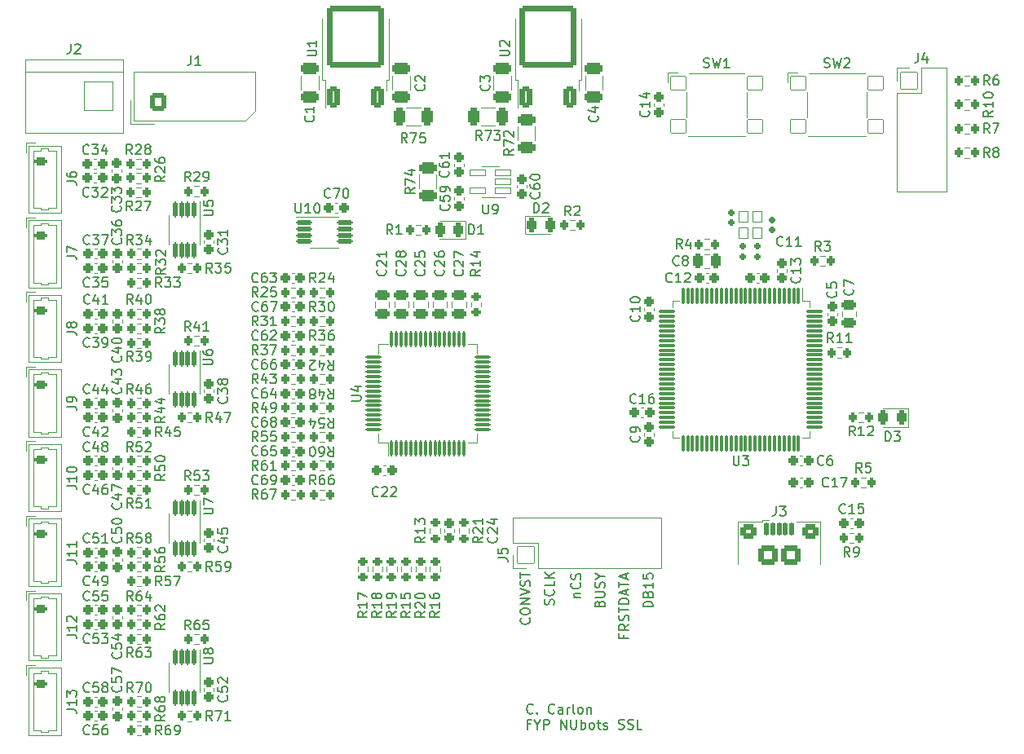
<source format=gto>
G04 #@! TF.GenerationSoftware,KiCad,Pcbnew,7.0.7*
G04 #@! TF.CreationDate,2023-09-24T13:56:50+10:00*
G04 #@! TF.ProjectId,fyp_nubots_ssl,6679705f-6e75-4626-9f74-735f73736c2e,rev?*
G04 #@! TF.SameCoordinates,Original*
G04 #@! TF.FileFunction,Legend,Top*
G04 #@! TF.FilePolarity,Positive*
%FSLAX46Y46*%
G04 Gerber Fmt 4.6, Leading zero omitted, Abs format (unit mm)*
G04 Created by KiCad (PCBNEW 7.0.7) date 2023-09-24 13:56:50*
%MOMM*%
%LPD*%
G01*
G04 APERTURE LIST*
G04 Aperture macros list*
%AMRoundRect*
0 Rectangle with rounded corners*
0 $1 Rounding radius*
0 $2 $3 $4 $5 $6 $7 $8 $9 X,Y pos of 4 corners*
0 Add a 4 corners polygon primitive as box body*
4,1,4,$2,$3,$4,$5,$6,$7,$8,$9,$2,$3,0*
0 Add four circle primitives for the rounded corners*
1,1,$1+$1,$2,$3*
1,1,$1+$1,$4,$5*
1,1,$1+$1,$6,$7*
1,1,$1+$1,$8,$9*
0 Add four rect primitives between the rounded corners*
20,1,$1+$1,$2,$3,$4,$5,0*
20,1,$1+$1,$4,$5,$6,$7,0*
20,1,$1+$1,$6,$7,$8,$9,0*
20,1,$1+$1,$8,$9,$2,$3,0*%
G04 Aperture macros list end*
%ADD10C,0.160000*%
%ADD11C,0.120000*%
%ADD12RoundRect,0.263000X-0.225000X-0.250000X0.225000X-0.250000X0.225000X0.250000X-0.225000X0.250000X0*%
%ADD13RoundRect,0.173000X-0.185000X0.135000X-0.185000X-0.135000X0.185000X-0.135000X0.185000X0.135000X0*%
%ADD14RoundRect,0.238000X0.200000X0.275000X-0.200000X0.275000X-0.200000X-0.275000X0.200000X-0.275000X0*%
%ADD15RoundRect,0.288000X0.475000X-0.250000X0.475000X0.250000X-0.475000X0.250000X-0.475000X-0.250000X0*%
%ADD16RoundRect,0.288000X0.350000X-0.850000X0.350000X0.850000X-0.350000X0.850000X-0.350000X-0.850000X0*%
%ADD17RoundRect,0.287997X2.650003X-2.950003X2.650003X2.950003X-2.650003X2.950003X-2.650003X-2.950003X0*%
%ADD18RoundRect,0.113000X0.075000X-0.700000X0.075000X0.700000X-0.075000X0.700000X-0.075000X-0.700000X0*%
%ADD19RoundRect,0.113000X0.700000X-0.075000X0.700000X0.075000X-0.700000X0.075000X-0.700000X-0.075000X0*%
%ADD20RoundRect,0.263000X0.250000X-0.225000X0.250000X0.225000X-0.250000X0.225000X-0.250000X-0.225000X0*%
%ADD21RoundRect,0.263000X-0.250000X0.225000X-0.250000X-0.225000X0.250000X-0.225000X0.250000X0.225000X0*%
%ADD22RoundRect,0.288000X-0.600000X-0.675000X0.600000X-0.675000X0.600000X0.675000X-0.600000X0.675000X0*%
%ADD23O,1.776000X1.926000*%
%ADD24RoundRect,0.038000X0.780000X0.325000X-0.780000X0.325000X-0.780000X-0.325000X0.780000X-0.325000X0*%
%ADD25RoundRect,0.238000X-0.450000X0.200000X-0.450000X-0.200000X0.450000X-0.200000X0.450000X0.200000X0*%
%ADD26O,1.376000X0.876000*%
%ADD27RoundRect,0.238000X-0.275000X0.200000X-0.275000X-0.200000X0.275000X-0.200000X0.275000X0.200000X0*%
%ADD28RoundRect,0.238000X-0.200000X-0.275000X0.200000X-0.275000X0.200000X0.275000X-0.200000X0.275000X0*%
%ADD29RoundRect,0.138000X-0.100000X0.712500X-0.100000X-0.712500X0.100000X-0.712500X0.100000X0.712500X0*%
%ADD30RoundRect,0.138000X-0.100000X-0.575000X0.100000X-0.575000X0.100000X0.575000X-0.100000X0.575000X0*%
%ADD31O,0.976000X1.676000*%
%ADD32RoundRect,0.288000X-0.550000X-0.450000X0.550000X-0.450000X0.550000X0.450000X-0.550000X0.450000X0*%
%ADD33RoundRect,0.288000X-0.700000X-0.700000X0.700000X-0.700000X0.700000X0.700000X-0.700000X0.700000X0*%
%ADD34RoundRect,0.038000X0.500000X-0.575000X0.500000X0.575000X-0.500000X0.575000X-0.500000X-0.575000X0*%
%ADD35RoundRect,0.288000X-0.475000X0.250000X-0.475000X-0.250000X0.475000X-0.250000X0.475000X0.250000X0*%
%ADD36RoundRect,0.238000X0.275000X-0.200000X0.275000X0.200000X-0.275000X0.200000X-0.275000X-0.200000X0*%
%ADD37RoundRect,0.038000X-0.850000X-0.850000X0.850000X-0.850000X0.850000X0.850000X-0.850000X0.850000X0*%
%ADD38O,1.776000X1.776000*%
%ADD39RoundRect,0.113000X-0.075000X0.725000X-0.075000X-0.725000X0.075000X-0.725000X0.075000X0.725000X0*%
%ADD40RoundRect,0.113000X-0.725000X0.075000X-0.725000X-0.075000X0.725000X-0.075000X0.725000X0.075000X0*%
%ADD41RoundRect,0.288000X0.625000X-0.312500X0.625000X0.312500X-0.625000X0.312500X-0.625000X-0.312500X0*%
%ADD42RoundRect,0.288000X-0.650000X0.325000X-0.650000X-0.325000X0.650000X-0.325000X0.650000X0.325000X0*%
%ADD43C,3.276000*%
%ADD44RoundRect,0.263000X0.225000X0.250000X-0.225000X0.250000X-0.225000X-0.250000X0.225000X-0.250000X0*%
%ADD45RoundRect,0.138000X-0.712500X-0.100000X0.712500X-0.100000X0.712500X0.100000X-0.712500X0.100000X0*%
%ADD46RoundRect,0.178000X0.170000X-0.140000X0.170000X0.140000X-0.170000X0.140000X-0.170000X-0.140000X0*%
%ADD47RoundRect,0.038000X1.500000X1.500000X-1.500000X1.500000X-1.500000X-1.500000X1.500000X-1.500000X0*%
%ADD48C,3.076000*%
%ADD49RoundRect,0.038000X0.800000X0.700000X-0.800000X0.700000X-0.800000X-0.700000X0.800000X-0.700000X0*%
%ADD50RoundRect,0.288000X-0.312500X-0.625000X0.312500X-0.625000X0.312500X0.625000X-0.312500X0.625000X0*%
%ADD51RoundRect,0.281750X0.243750X0.456250X-0.243750X0.456250X-0.243750X-0.456250X0.243750X-0.456250X0*%
%ADD52RoundRect,0.038000X0.850000X-0.850000X0.850000X0.850000X-0.850000X0.850000X-0.850000X-0.850000X0*%
%ADD53RoundRect,0.281750X-0.243750X-0.456250X0.243750X-0.456250X0.243750X0.456250X-0.243750X0.456250X0*%
%ADD54RoundRect,0.288000X-0.250000X-0.475000X0.250000X-0.475000X0.250000X0.475000X-0.250000X0.475000X0*%
G04 APERTURE END LIST*
D10*
X128071680Y-116954260D02*
X128119299Y-116811403D01*
X128119299Y-116811403D02*
X128119299Y-116573308D01*
X128119299Y-116573308D02*
X128071680Y-116478070D01*
X128071680Y-116478070D02*
X128024060Y-116430451D01*
X128024060Y-116430451D02*
X127928822Y-116382832D01*
X127928822Y-116382832D02*
X127833584Y-116382832D01*
X127833584Y-116382832D02*
X127738346Y-116430451D01*
X127738346Y-116430451D02*
X127690727Y-116478070D01*
X127690727Y-116478070D02*
X127643108Y-116573308D01*
X127643108Y-116573308D02*
X127595489Y-116763784D01*
X127595489Y-116763784D02*
X127547870Y-116859022D01*
X127547870Y-116859022D02*
X127500251Y-116906641D01*
X127500251Y-116906641D02*
X127405013Y-116954260D01*
X127405013Y-116954260D02*
X127309775Y-116954260D01*
X127309775Y-116954260D02*
X127214537Y-116906641D01*
X127214537Y-116906641D02*
X127166918Y-116859022D01*
X127166918Y-116859022D02*
X127119299Y-116763784D01*
X127119299Y-116763784D02*
X127119299Y-116525689D01*
X127119299Y-116525689D02*
X127166918Y-116382832D01*
X128024060Y-115382832D02*
X128071680Y-115430451D01*
X128071680Y-115430451D02*
X128119299Y-115573308D01*
X128119299Y-115573308D02*
X128119299Y-115668546D01*
X128119299Y-115668546D02*
X128071680Y-115811403D01*
X128071680Y-115811403D02*
X127976441Y-115906641D01*
X127976441Y-115906641D02*
X127881203Y-115954260D01*
X127881203Y-115954260D02*
X127690727Y-116001879D01*
X127690727Y-116001879D02*
X127547870Y-116001879D01*
X127547870Y-116001879D02*
X127357394Y-115954260D01*
X127357394Y-115954260D02*
X127262156Y-115906641D01*
X127262156Y-115906641D02*
X127166918Y-115811403D01*
X127166918Y-115811403D02*
X127119299Y-115668546D01*
X127119299Y-115668546D02*
X127119299Y-115573308D01*
X127119299Y-115573308D02*
X127166918Y-115430451D01*
X127166918Y-115430451D02*
X127214537Y-115382832D01*
X128119299Y-114478070D02*
X128119299Y-114954260D01*
X128119299Y-114954260D02*
X127119299Y-114954260D01*
X128119299Y-114144736D02*
X127119299Y-114144736D01*
X128119299Y-113573308D02*
X127547870Y-114001879D01*
X127119299Y-113573308D02*
X127690727Y-114144736D01*
X135345489Y-120073308D02*
X135345489Y-120406641D01*
X135869299Y-120406641D02*
X134869299Y-120406641D01*
X134869299Y-120406641D02*
X134869299Y-119930451D01*
X135869299Y-118978070D02*
X135393108Y-119311403D01*
X135869299Y-119549498D02*
X134869299Y-119549498D01*
X134869299Y-119549498D02*
X134869299Y-119168546D01*
X134869299Y-119168546D02*
X134916918Y-119073308D01*
X134916918Y-119073308D02*
X134964537Y-119025689D01*
X134964537Y-119025689D02*
X135059775Y-118978070D01*
X135059775Y-118978070D02*
X135202632Y-118978070D01*
X135202632Y-118978070D02*
X135297870Y-119025689D01*
X135297870Y-119025689D02*
X135345489Y-119073308D01*
X135345489Y-119073308D02*
X135393108Y-119168546D01*
X135393108Y-119168546D02*
X135393108Y-119549498D01*
X135821680Y-118597117D02*
X135869299Y-118454260D01*
X135869299Y-118454260D02*
X135869299Y-118216165D01*
X135869299Y-118216165D02*
X135821680Y-118120927D01*
X135821680Y-118120927D02*
X135774060Y-118073308D01*
X135774060Y-118073308D02*
X135678822Y-118025689D01*
X135678822Y-118025689D02*
X135583584Y-118025689D01*
X135583584Y-118025689D02*
X135488346Y-118073308D01*
X135488346Y-118073308D02*
X135440727Y-118120927D01*
X135440727Y-118120927D02*
X135393108Y-118216165D01*
X135393108Y-118216165D02*
X135345489Y-118406641D01*
X135345489Y-118406641D02*
X135297870Y-118501879D01*
X135297870Y-118501879D02*
X135250251Y-118549498D01*
X135250251Y-118549498D02*
X135155013Y-118597117D01*
X135155013Y-118597117D02*
X135059775Y-118597117D01*
X135059775Y-118597117D02*
X134964537Y-118549498D01*
X134964537Y-118549498D02*
X134916918Y-118501879D01*
X134916918Y-118501879D02*
X134869299Y-118406641D01*
X134869299Y-118406641D02*
X134869299Y-118168546D01*
X134869299Y-118168546D02*
X134916918Y-118025689D01*
X134869299Y-117739974D02*
X134869299Y-117168546D01*
X135869299Y-117454260D02*
X134869299Y-117454260D01*
X135869299Y-116835212D02*
X134869299Y-116835212D01*
X134869299Y-116835212D02*
X134869299Y-116597117D01*
X134869299Y-116597117D02*
X134916918Y-116454260D01*
X134916918Y-116454260D02*
X135012156Y-116359022D01*
X135012156Y-116359022D02*
X135107394Y-116311403D01*
X135107394Y-116311403D02*
X135297870Y-116263784D01*
X135297870Y-116263784D02*
X135440727Y-116263784D01*
X135440727Y-116263784D02*
X135631203Y-116311403D01*
X135631203Y-116311403D02*
X135726441Y-116359022D01*
X135726441Y-116359022D02*
X135821680Y-116454260D01*
X135821680Y-116454260D02*
X135869299Y-116597117D01*
X135869299Y-116597117D02*
X135869299Y-116835212D01*
X135583584Y-115882831D02*
X135583584Y-115406641D01*
X135869299Y-115978069D02*
X134869299Y-115644736D01*
X134869299Y-115644736D02*
X135869299Y-115311403D01*
X134869299Y-115120926D02*
X134869299Y-114549498D01*
X135869299Y-114835212D02*
X134869299Y-114835212D01*
X135583584Y-114263783D02*
X135583584Y-113787593D01*
X135869299Y-114359021D02*
X134869299Y-114025688D01*
X134869299Y-114025688D02*
X135869299Y-113692355D01*
X138369299Y-117156641D02*
X137369299Y-117156641D01*
X137369299Y-117156641D02*
X137369299Y-116918546D01*
X137369299Y-116918546D02*
X137416918Y-116775689D01*
X137416918Y-116775689D02*
X137512156Y-116680451D01*
X137512156Y-116680451D02*
X137607394Y-116632832D01*
X137607394Y-116632832D02*
X137797870Y-116585213D01*
X137797870Y-116585213D02*
X137940727Y-116585213D01*
X137940727Y-116585213D02*
X138131203Y-116632832D01*
X138131203Y-116632832D02*
X138226441Y-116680451D01*
X138226441Y-116680451D02*
X138321680Y-116775689D01*
X138321680Y-116775689D02*
X138369299Y-116918546D01*
X138369299Y-116918546D02*
X138369299Y-117156641D01*
X137845489Y-115823308D02*
X137893108Y-115680451D01*
X137893108Y-115680451D02*
X137940727Y-115632832D01*
X137940727Y-115632832D02*
X138035965Y-115585213D01*
X138035965Y-115585213D02*
X138178822Y-115585213D01*
X138178822Y-115585213D02*
X138274060Y-115632832D01*
X138274060Y-115632832D02*
X138321680Y-115680451D01*
X138321680Y-115680451D02*
X138369299Y-115775689D01*
X138369299Y-115775689D02*
X138369299Y-116156641D01*
X138369299Y-116156641D02*
X137369299Y-116156641D01*
X137369299Y-116156641D02*
X137369299Y-115823308D01*
X137369299Y-115823308D02*
X137416918Y-115728070D01*
X137416918Y-115728070D02*
X137464537Y-115680451D01*
X137464537Y-115680451D02*
X137559775Y-115632832D01*
X137559775Y-115632832D02*
X137655013Y-115632832D01*
X137655013Y-115632832D02*
X137750251Y-115680451D01*
X137750251Y-115680451D02*
X137797870Y-115728070D01*
X137797870Y-115728070D02*
X137845489Y-115823308D01*
X137845489Y-115823308D02*
X137845489Y-116156641D01*
X138369299Y-114632832D02*
X138369299Y-115204260D01*
X138369299Y-114918546D02*
X137369299Y-114918546D01*
X137369299Y-114918546D02*
X137512156Y-115013784D01*
X137512156Y-115013784D02*
X137607394Y-115109022D01*
X137607394Y-115109022D02*
X137655013Y-115204260D01*
X137369299Y-113728070D02*
X137369299Y-114204260D01*
X137369299Y-114204260D02*
X137845489Y-114251879D01*
X137845489Y-114251879D02*
X137797870Y-114204260D01*
X137797870Y-114204260D02*
X137750251Y-114109022D01*
X137750251Y-114109022D02*
X137750251Y-113870927D01*
X137750251Y-113870927D02*
X137797870Y-113775689D01*
X137797870Y-113775689D02*
X137845489Y-113728070D01*
X137845489Y-113728070D02*
X137940727Y-113680451D01*
X137940727Y-113680451D02*
X138178822Y-113680451D01*
X138178822Y-113680451D02*
X138274060Y-113728070D01*
X138274060Y-113728070D02*
X138321680Y-113775689D01*
X138321680Y-113775689D02*
X138369299Y-113870927D01*
X138369299Y-113870927D02*
X138369299Y-114109022D01*
X138369299Y-114109022D02*
X138321680Y-114204260D01*
X138321680Y-114204260D02*
X138274060Y-114251879D01*
X130202632Y-116156641D02*
X130869299Y-116156641D01*
X130297870Y-116156641D02*
X130250251Y-116109022D01*
X130250251Y-116109022D02*
X130202632Y-116013784D01*
X130202632Y-116013784D02*
X130202632Y-115870927D01*
X130202632Y-115870927D02*
X130250251Y-115775689D01*
X130250251Y-115775689D02*
X130345489Y-115728070D01*
X130345489Y-115728070D02*
X130869299Y-115728070D01*
X130774060Y-114680451D02*
X130821680Y-114728070D01*
X130821680Y-114728070D02*
X130869299Y-114870927D01*
X130869299Y-114870927D02*
X130869299Y-114966165D01*
X130869299Y-114966165D02*
X130821680Y-115109022D01*
X130821680Y-115109022D02*
X130726441Y-115204260D01*
X130726441Y-115204260D02*
X130631203Y-115251879D01*
X130631203Y-115251879D02*
X130440727Y-115299498D01*
X130440727Y-115299498D02*
X130297870Y-115299498D01*
X130297870Y-115299498D02*
X130107394Y-115251879D01*
X130107394Y-115251879D02*
X130012156Y-115204260D01*
X130012156Y-115204260D02*
X129916918Y-115109022D01*
X129916918Y-115109022D02*
X129869299Y-114966165D01*
X129869299Y-114966165D02*
X129869299Y-114870927D01*
X129869299Y-114870927D02*
X129916918Y-114728070D01*
X129916918Y-114728070D02*
X129964537Y-114680451D01*
X130821680Y-114299498D02*
X130869299Y-114156641D01*
X130869299Y-114156641D02*
X130869299Y-113918546D01*
X130869299Y-113918546D02*
X130821680Y-113823308D01*
X130821680Y-113823308D02*
X130774060Y-113775689D01*
X130774060Y-113775689D02*
X130678822Y-113728070D01*
X130678822Y-113728070D02*
X130583584Y-113728070D01*
X130583584Y-113728070D02*
X130488346Y-113775689D01*
X130488346Y-113775689D02*
X130440727Y-113823308D01*
X130440727Y-113823308D02*
X130393108Y-113918546D01*
X130393108Y-113918546D02*
X130345489Y-114109022D01*
X130345489Y-114109022D02*
X130297870Y-114204260D01*
X130297870Y-114204260D02*
X130250251Y-114251879D01*
X130250251Y-114251879D02*
X130155013Y-114299498D01*
X130155013Y-114299498D02*
X130059775Y-114299498D01*
X130059775Y-114299498D02*
X129964537Y-114251879D01*
X129964537Y-114251879D02*
X129916918Y-114204260D01*
X129916918Y-114204260D02*
X129869299Y-114109022D01*
X129869299Y-114109022D02*
X129869299Y-113870927D01*
X129869299Y-113870927D02*
X129916918Y-113728070D01*
X132845489Y-116823308D02*
X132893108Y-116680451D01*
X132893108Y-116680451D02*
X132940727Y-116632832D01*
X132940727Y-116632832D02*
X133035965Y-116585213D01*
X133035965Y-116585213D02*
X133178822Y-116585213D01*
X133178822Y-116585213D02*
X133274060Y-116632832D01*
X133274060Y-116632832D02*
X133321680Y-116680451D01*
X133321680Y-116680451D02*
X133369299Y-116775689D01*
X133369299Y-116775689D02*
X133369299Y-117156641D01*
X133369299Y-117156641D02*
X132369299Y-117156641D01*
X132369299Y-117156641D02*
X132369299Y-116823308D01*
X132369299Y-116823308D02*
X132416918Y-116728070D01*
X132416918Y-116728070D02*
X132464537Y-116680451D01*
X132464537Y-116680451D02*
X132559775Y-116632832D01*
X132559775Y-116632832D02*
X132655013Y-116632832D01*
X132655013Y-116632832D02*
X132750251Y-116680451D01*
X132750251Y-116680451D02*
X132797870Y-116728070D01*
X132797870Y-116728070D02*
X132845489Y-116823308D01*
X132845489Y-116823308D02*
X132845489Y-117156641D01*
X132369299Y-116156641D02*
X133178822Y-116156641D01*
X133178822Y-116156641D02*
X133274060Y-116109022D01*
X133274060Y-116109022D02*
X133321680Y-116061403D01*
X133321680Y-116061403D02*
X133369299Y-115966165D01*
X133369299Y-115966165D02*
X133369299Y-115775689D01*
X133369299Y-115775689D02*
X133321680Y-115680451D01*
X133321680Y-115680451D02*
X133274060Y-115632832D01*
X133274060Y-115632832D02*
X133178822Y-115585213D01*
X133178822Y-115585213D02*
X132369299Y-115585213D01*
X133321680Y-115156641D02*
X133369299Y-115013784D01*
X133369299Y-115013784D02*
X133369299Y-114775689D01*
X133369299Y-114775689D02*
X133321680Y-114680451D01*
X133321680Y-114680451D02*
X133274060Y-114632832D01*
X133274060Y-114632832D02*
X133178822Y-114585213D01*
X133178822Y-114585213D02*
X133083584Y-114585213D01*
X133083584Y-114585213D02*
X132988346Y-114632832D01*
X132988346Y-114632832D02*
X132940727Y-114680451D01*
X132940727Y-114680451D02*
X132893108Y-114775689D01*
X132893108Y-114775689D02*
X132845489Y-114966165D01*
X132845489Y-114966165D02*
X132797870Y-115061403D01*
X132797870Y-115061403D02*
X132750251Y-115109022D01*
X132750251Y-115109022D02*
X132655013Y-115156641D01*
X132655013Y-115156641D02*
X132559775Y-115156641D01*
X132559775Y-115156641D02*
X132464537Y-115109022D01*
X132464537Y-115109022D02*
X132416918Y-115061403D01*
X132416918Y-115061403D02*
X132369299Y-114966165D01*
X132369299Y-114966165D02*
X132369299Y-114728070D01*
X132369299Y-114728070D02*
X132416918Y-114585213D01*
X132893108Y-113966165D02*
X133369299Y-113966165D01*
X132369299Y-114299498D02*
X132893108Y-113966165D01*
X132893108Y-113966165D02*
X132369299Y-113632832D01*
X125524060Y-118335213D02*
X125571680Y-118382832D01*
X125571680Y-118382832D02*
X125619299Y-118525689D01*
X125619299Y-118525689D02*
X125619299Y-118620927D01*
X125619299Y-118620927D02*
X125571680Y-118763784D01*
X125571680Y-118763784D02*
X125476441Y-118859022D01*
X125476441Y-118859022D02*
X125381203Y-118906641D01*
X125381203Y-118906641D02*
X125190727Y-118954260D01*
X125190727Y-118954260D02*
X125047870Y-118954260D01*
X125047870Y-118954260D02*
X124857394Y-118906641D01*
X124857394Y-118906641D02*
X124762156Y-118859022D01*
X124762156Y-118859022D02*
X124666918Y-118763784D01*
X124666918Y-118763784D02*
X124619299Y-118620927D01*
X124619299Y-118620927D02*
X124619299Y-118525689D01*
X124619299Y-118525689D02*
X124666918Y-118382832D01*
X124666918Y-118382832D02*
X124714537Y-118335213D01*
X124619299Y-117716165D02*
X124619299Y-117525689D01*
X124619299Y-117525689D02*
X124666918Y-117430451D01*
X124666918Y-117430451D02*
X124762156Y-117335213D01*
X124762156Y-117335213D02*
X124952632Y-117287594D01*
X124952632Y-117287594D02*
X125285965Y-117287594D01*
X125285965Y-117287594D02*
X125476441Y-117335213D01*
X125476441Y-117335213D02*
X125571680Y-117430451D01*
X125571680Y-117430451D02*
X125619299Y-117525689D01*
X125619299Y-117525689D02*
X125619299Y-117716165D01*
X125619299Y-117716165D02*
X125571680Y-117811403D01*
X125571680Y-117811403D02*
X125476441Y-117906641D01*
X125476441Y-117906641D02*
X125285965Y-117954260D01*
X125285965Y-117954260D02*
X124952632Y-117954260D01*
X124952632Y-117954260D02*
X124762156Y-117906641D01*
X124762156Y-117906641D02*
X124666918Y-117811403D01*
X124666918Y-117811403D02*
X124619299Y-117716165D01*
X125619299Y-116859022D02*
X124619299Y-116859022D01*
X124619299Y-116859022D02*
X125619299Y-116287594D01*
X125619299Y-116287594D02*
X124619299Y-116287594D01*
X124619299Y-115954260D02*
X125619299Y-115620927D01*
X125619299Y-115620927D02*
X124619299Y-115287594D01*
X125571680Y-115001879D02*
X125619299Y-114859022D01*
X125619299Y-114859022D02*
X125619299Y-114620927D01*
X125619299Y-114620927D02*
X125571680Y-114525689D01*
X125571680Y-114525689D02*
X125524060Y-114478070D01*
X125524060Y-114478070D02*
X125428822Y-114430451D01*
X125428822Y-114430451D02*
X125333584Y-114430451D01*
X125333584Y-114430451D02*
X125238346Y-114478070D01*
X125238346Y-114478070D02*
X125190727Y-114525689D01*
X125190727Y-114525689D02*
X125143108Y-114620927D01*
X125143108Y-114620927D02*
X125095489Y-114811403D01*
X125095489Y-114811403D02*
X125047870Y-114906641D01*
X125047870Y-114906641D02*
X125000251Y-114954260D01*
X125000251Y-114954260D02*
X124905013Y-115001879D01*
X124905013Y-115001879D02*
X124809775Y-115001879D01*
X124809775Y-115001879D02*
X124714537Y-114954260D01*
X124714537Y-114954260D02*
X124666918Y-114906641D01*
X124666918Y-114906641D02*
X124619299Y-114811403D01*
X124619299Y-114811403D02*
X124619299Y-114573308D01*
X124619299Y-114573308D02*
X124666918Y-114430451D01*
X124619299Y-114144736D02*
X124619299Y-113573308D01*
X125619299Y-113859022D02*
X124619299Y-113859022D01*
X125914786Y-128164060D02*
X125867167Y-128211680D01*
X125867167Y-128211680D02*
X125724310Y-128259299D01*
X125724310Y-128259299D02*
X125629072Y-128259299D01*
X125629072Y-128259299D02*
X125486215Y-128211680D01*
X125486215Y-128211680D02*
X125390977Y-128116441D01*
X125390977Y-128116441D02*
X125343358Y-128021203D01*
X125343358Y-128021203D02*
X125295739Y-127830727D01*
X125295739Y-127830727D02*
X125295739Y-127687870D01*
X125295739Y-127687870D02*
X125343358Y-127497394D01*
X125343358Y-127497394D02*
X125390977Y-127402156D01*
X125390977Y-127402156D02*
X125486215Y-127306918D01*
X125486215Y-127306918D02*
X125629072Y-127259299D01*
X125629072Y-127259299D02*
X125724310Y-127259299D01*
X125724310Y-127259299D02*
X125867167Y-127306918D01*
X125867167Y-127306918D02*
X125914786Y-127354537D01*
X126343358Y-128164060D02*
X126390977Y-128211680D01*
X126390977Y-128211680D02*
X126343358Y-128259299D01*
X126343358Y-128259299D02*
X126295739Y-128211680D01*
X126295739Y-128211680D02*
X126343358Y-128164060D01*
X126343358Y-128164060D02*
X126343358Y-128259299D01*
X128152881Y-128164060D02*
X128105262Y-128211680D01*
X128105262Y-128211680D02*
X127962405Y-128259299D01*
X127962405Y-128259299D02*
X127867167Y-128259299D01*
X127867167Y-128259299D02*
X127724310Y-128211680D01*
X127724310Y-128211680D02*
X127629072Y-128116441D01*
X127629072Y-128116441D02*
X127581453Y-128021203D01*
X127581453Y-128021203D02*
X127533834Y-127830727D01*
X127533834Y-127830727D02*
X127533834Y-127687870D01*
X127533834Y-127687870D02*
X127581453Y-127497394D01*
X127581453Y-127497394D02*
X127629072Y-127402156D01*
X127629072Y-127402156D02*
X127724310Y-127306918D01*
X127724310Y-127306918D02*
X127867167Y-127259299D01*
X127867167Y-127259299D02*
X127962405Y-127259299D01*
X127962405Y-127259299D02*
X128105262Y-127306918D01*
X128105262Y-127306918D02*
X128152881Y-127354537D01*
X129010024Y-128259299D02*
X129010024Y-127735489D01*
X129010024Y-127735489D02*
X128962405Y-127640251D01*
X128962405Y-127640251D02*
X128867167Y-127592632D01*
X128867167Y-127592632D02*
X128676691Y-127592632D01*
X128676691Y-127592632D02*
X128581453Y-127640251D01*
X129010024Y-128211680D02*
X128914786Y-128259299D01*
X128914786Y-128259299D02*
X128676691Y-128259299D01*
X128676691Y-128259299D02*
X128581453Y-128211680D01*
X128581453Y-128211680D02*
X128533834Y-128116441D01*
X128533834Y-128116441D02*
X128533834Y-128021203D01*
X128533834Y-128021203D02*
X128581453Y-127925965D01*
X128581453Y-127925965D02*
X128676691Y-127878346D01*
X128676691Y-127878346D02*
X128914786Y-127878346D01*
X128914786Y-127878346D02*
X129010024Y-127830727D01*
X129486215Y-128259299D02*
X129486215Y-127592632D01*
X129486215Y-127783108D02*
X129533834Y-127687870D01*
X129533834Y-127687870D02*
X129581453Y-127640251D01*
X129581453Y-127640251D02*
X129676691Y-127592632D01*
X129676691Y-127592632D02*
X129771929Y-127592632D01*
X130248120Y-128259299D02*
X130152882Y-128211680D01*
X130152882Y-128211680D02*
X130105263Y-128116441D01*
X130105263Y-128116441D02*
X130105263Y-127259299D01*
X130771930Y-128259299D02*
X130676692Y-128211680D01*
X130676692Y-128211680D02*
X130629073Y-128164060D01*
X130629073Y-128164060D02*
X130581454Y-128068822D01*
X130581454Y-128068822D02*
X130581454Y-127783108D01*
X130581454Y-127783108D02*
X130629073Y-127687870D01*
X130629073Y-127687870D02*
X130676692Y-127640251D01*
X130676692Y-127640251D02*
X130771930Y-127592632D01*
X130771930Y-127592632D02*
X130914787Y-127592632D01*
X130914787Y-127592632D02*
X131010025Y-127640251D01*
X131010025Y-127640251D02*
X131057644Y-127687870D01*
X131057644Y-127687870D02*
X131105263Y-127783108D01*
X131105263Y-127783108D02*
X131105263Y-128068822D01*
X131105263Y-128068822D02*
X131057644Y-128164060D01*
X131057644Y-128164060D02*
X131010025Y-128211680D01*
X131010025Y-128211680D02*
X130914787Y-128259299D01*
X130914787Y-128259299D02*
X130771930Y-128259299D01*
X131533835Y-127592632D02*
X131533835Y-128259299D01*
X131533835Y-127687870D02*
X131581454Y-127640251D01*
X131581454Y-127640251D02*
X131676692Y-127592632D01*
X131676692Y-127592632D02*
X131819549Y-127592632D01*
X131819549Y-127592632D02*
X131914787Y-127640251D01*
X131914787Y-127640251D02*
X131962406Y-127735489D01*
X131962406Y-127735489D02*
X131962406Y-128259299D01*
X125676691Y-129345489D02*
X125343358Y-129345489D01*
X125343358Y-129869299D02*
X125343358Y-128869299D01*
X125343358Y-128869299D02*
X125819548Y-128869299D01*
X126390977Y-129393108D02*
X126390977Y-129869299D01*
X126057644Y-128869299D02*
X126390977Y-129393108D01*
X126390977Y-129393108D02*
X126724310Y-128869299D01*
X127057644Y-129869299D02*
X127057644Y-128869299D01*
X127057644Y-128869299D02*
X127438596Y-128869299D01*
X127438596Y-128869299D02*
X127533834Y-128916918D01*
X127533834Y-128916918D02*
X127581453Y-128964537D01*
X127581453Y-128964537D02*
X127629072Y-129059775D01*
X127629072Y-129059775D02*
X127629072Y-129202632D01*
X127629072Y-129202632D02*
X127581453Y-129297870D01*
X127581453Y-129297870D02*
X127533834Y-129345489D01*
X127533834Y-129345489D02*
X127438596Y-129393108D01*
X127438596Y-129393108D02*
X127057644Y-129393108D01*
X128819549Y-129869299D02*
X128819549Y-128869299D01*
X128819549Y-128869299D02*
X129390977Y-129869299D01*
X129390977Y-129869299D02*
X129390977Y-128869299D01*
X129867168Y-128869299D02*
X129867168Y-129678822D01*
X129867168Y-129678822D02*
X129914787Y-129774060D01*
X129914787Y-129774060D02*
X129962406Y-129821680D01*
X129962406Y-129821680D02*
X130057644Y-129869299D01*
X130057644Y-129869299D02*
X130248120Y-129869299D01*
X130248120Y-129869299D02*
X130343358Y-129821680D01*
X130343358Y-129821680D02*
X130390977Y-129774060D01*
X130390977Y-129774060D02*
X130438596Y-129678822D01*
X130438596Y-129678822D02*
X130438596Y-128869299D01*
X130914787Y-129869299D02*
X130914787Y-128869299D01*
X130914787Y-129250251D02*
X131010025Y-129202632D01*
X131010025Y-129202632D02*
X131200501Y-129202632D01*
X131200501Y-129202632D02*
X131295739Y-129250251D01*
X131295739Y-129250251D02*
X131343358Y-129297870D01*
X131343358Y-129297870D02*
X131390977Y-129393108D01*
X131390977Y-129393108D02*
X131390977Y-129678822D01*
X131390977Y-129678822D02*
X131343358Y-129774060D01*
X131343358Y-129774060D02*
X131295739Y-129821680D01*
X131295739Y-129821680D02*
X131200501Y-129869299D01*
X131200501Y-129869299D02*
X131010025Y-129869299D01*
X131010025Y-129869299D02*
X130914787Y-129821680D01*
X131962406Y-129869299D02*
X131867168Y-129821680D01*
X131867168Y-129821680D02*
X131819549Y-129774060D01*
X131819549Y-129774060D02*
X131771930Y-129678822D01*
X131771930Y-129678822D02*
X131771930Y-129393108D01*
X131771930Y-129393108D02*
X131819549Y-129297870D01*
X131819549Y-129297870D02*
X131867168Y-129250251D01*
X131867168Y-129250251D02*
X131962406Y-129202632D01*
X131962406Y-129202632D02*
X132105263Y-129202632D01*
X132105263Y-129202632D02*
X132200501Y-129250251D01*
X132200501Y-129250251D02*
X132248120Y-129297870D01*
X132248120Y-129297870D02*
X132295739Y-129393108D01*
X132295739Y-129393108D02*
X132295739Y-129678822D01*
X132295739Y-129678822D02*
X132248120Y-129774060D01*
X132248120Y-129774060D02*
X132200501Y-129821680D01*
X132200501Y-129821680D02*
X132105263Y-129869299D01*
X132105263Y-129869299D02*
X131962406Y-129869299D01*
X132581454Y-129202632D02*
X132962406Y-129202632D01*
X132724311Y-128869299D02*
X132724311Y-129726441D01*
X132724311Y-129726441D02*
X132771930Y-129821680D01*
X132771930Y-129821680D02*
X132867168Y-129869299D01*
X132867168Y-129869299D02*
X132962406Y-129869299D01*
X133248121Y-129821680D02*
X133343359Y-129869299D01*
X133343359Y-129869299D02*
X133533835Y-129869299D01*
X133533835Y-129869299D02*
X133629073Y-129821680D01*
X133629073Y-129821680D02*
X133676692Y-129726441D01*
X133676692Y-129726441D02*
X133676692Y-129678822D01*
X133676692Y-129678822D02*
X133629073Y-129583584D01*
X133629073Y-129583584D02*
X133533835Y-129535965D01*
X133533835Y-129535965D02*
X133390978Y-129535965D01*
X133390978Y-129535965D02*
X133295740Y-129488346D01*
X133295740Y-129488346D02*
X133248121Y-129393108D01*
X133248121Y-129393108D02*
X133248121Y-129345489D01*
X133248121Y-129345489D02*
X133295740Y-129250251D01*
X133295740Y-129250251D02*
X133390978Y-129202632D01*
X133390978Y-129202632D02*
X133533835Y-129202632D01*
X133533835Y-129202632D02*
X133629073Y-129250251D01*
X134819550Y-129821680D02*
X134962407Y-129869299D01*
X134962407Y-129869299D02*
X135200502Y-129869299D01*
X135200502Y-129869299D02*
X135295740Y-129821680D01*
X135295740Y-129821680D02*
X135343359Y-129774060D01*
X135343359Y-129774060D02*
X135390978Y-129678822D01*
X135390978Y-129678822D02*
X135390978Y-129583584D01*
X135390978Y-129583584D02*
X135343359Y-129488346D01*
X135343359Y-129488346D02*
X135295740Y-129440727D01*
X135295740Y-129440727D02*
X135200502Y-129393108D01*
X135200502Y-129393108D02*
X135010026Y-129345489D01*
X135010026Y-129345489D02*
X134914788Y-129297870D01*
X134914788Y-129297870D02*
X134867169Y-129250251D01*
X134867169Y-129250251D02*
X134819550Y-129155013D01*
X134819550Y-129155013D02*
X134819550Y-129059775D01*
X134819550Y-129059775D02*
X134867169Y-128964537D01*
X134867169Y-128964537D02*
X134914788Y-128916918D01*
X134914788Y-128916918D02*
X135010026Y-128869299D01*
X135010026Y-128869299D02*
X135248121Y-128869299D01*
X135248121Y-128869299D02*
X135390978Y-128916918D01*
X135771931Y-129821680D02*
X135914788Y-129869299D01*
X135914788Y-129869299D02*
X136152883Y-129869299D01*
X136152883Y-129869299D02*
X136248121Y-129821680D01*
X136248121Y-129821680D02*
X136295740Y-129774060D01*
X136295740Y-129774060D02*
X136343359Y-129678822D01*
X136343359Y-129678822D02*
X136343359Y-129583584D01*
X136343359Y-129583584D02*
X136295740Y-129488346D01*
X136295740Y-129488346D02*
X136248121Y-129440727D01*
X136248121Y-129440727D02*
X136152883Y-129393108D01*
X136152883Y-129393108D02*
X135962407Y-129345489D01*
X135962407Y-129345489D02*
X135867169Y-129297870D01*
X135867169Y-129297870D02*
X135819550Y-129250251D01*
X135819550Y-129250251D02*
X135771931Y-129155013D01*
X135771931Y-129155013D02*
X135771931Y-129059775D01*
X135771931Y-129059775D02*
X135819550Y-128964537D01*
X135819550Y-128964537D02*
X135867169Y-128916918D01*
X135867169Y-128916918D02*
X135962407Y-128869299D01*
X135962407Y-128869299D02*
X136200502Y-128869299D01*
X136200502Y-128869299D02*
X136343359Y-128916918D01*
X137248121Y-129869299D02*
X136771931Y-129869299D01*
X136771931Y-129869299D02*
X136771931Y-128869299D01*
X97357142Y-89359060D02*
X97309523Y-89406680D01*
X97309523Y-89406680D02*
X97166666Y-89454299D01*
X97166666Y-89454299D02*
X97071428Y-89454299D01*
X97071428Y-89454299D02*
X96928571Y-89406680D01*
X96928571Y-89406680D02*
X96833333Y-89311441D01*
X96833333Y-89311441D02*
X96785714Y-89216203D01*
X96785714Y-89216203D02*
X96738095Y-89025727D01*
X96738095Y-89025727D02*
X96738095Y-88882870D01*
X96738095Y-88882870D02*
X96785714Y-88692394D01*
X96785714Y-88692394D02*
X96833333Y-88597156D01*
X96833333Y-88597156D02*
X96928571Y-88501918D01*
X96928571Y-88501918D02*
X97071428Y-88454299D01*
X97071428Y-88454299D02*
X97166666Y-88454299D01*
X97166666Y-88454299D02*
X97309523Y-88501918D01*
X97309523Y-88501918D02*
X97357142Y-88549537D01*
X98214285Y-88454299D02*
X98023809Y-88454299D01*
X98023809Y-88454299D02*
X97928571Y-88501918D01*
X97928571Y-88501918D02*
X97880952Y-88549537D01*
X97880952Y-88549537D02*
X97785714Y-88692394D01*
X97785714Y-88692394D02*
X97738095Y-88882870D01*
X97738095Y-88882870D02*
X97738095Y-89263822D01*
X97738095Y-89263822D02*
X97785714Y-89359060D01*
X97785714Y-89359060D02*
X97833333Y-89406680D01*
X97833333Y-89406680D02*
X97928571Y-89454299D01*
X97928571Y-89454299D02*
X98119047Y-89454299D01*
X98119047Y-89454299D02*
X98214285Y-89406680D01*
X98214285Y-89406680D02*
X98261904Y-89359060D01*
X98261904Y-89359060D02*
X98309523Y-89263822D01*
X98309523Y-89263822D02*
X98309523Y-89025727D01*
X98309523Y-89025727D02*
X98261904Y-88930489D01*
X98261904Y-88930489D02*
X98214285Y-88882870D01*
X98214285Y-88882870D02*
X98119047Y-88835251D01*
X98119047Y-88835251D02*
X97928571Y-88835251D01*
X97928571Y-88835251D02*
X97833333Y-88882870D01*
X97833333Y-88882870D02*
X97785714Y-88930489D01*
X97785714Y-88930489D02*
X97738095Y-89025727D01*
X98690476Y-88549537D02*
X98738095Y-88501918D01*
X98738095Y-88501918D02*
X98833333Y-88454299D01*
X98833333Y-88454299D02*
X99071428Y-88454299D01*
X99071428Y-88454299D02*
X99166666Y-88501918D01*
X99166666Y-88501918D02*
X99214285Y-88549537D01*
X99214285Y-88549537D02*
X99261904Y-88644775D01*
X99261904Y-88644775D02*
X99261904Y-88740013D01*
X99261904Y-88740013D02*
X99214285Y-88882870D01*
X99214285Y-88882870D02*
X98642857Y-89454299D01*
X98642857Y-89454299D02*
X99261904Y-89454299D01*
X87357142Y-99454299D02*
X87023809Y-98978108D01*
X86785714Y-99454299D02*
X86785714Y-98454299D01*
X86785714Y-98454299D02*
X87166666Y-98454299D01*
X87166666Y-98454299D02*
X87261904Y-98501918D01*
X87261904Y-98501918D02*
X87309523Y-98549537D01*
X87309523Y-98549537D02*
X87357142Y-98644775D01*
X87357142Y-98644775D02*
X87357142Y-98787632D01*
X87357142Y-98787632D02*
X87309523Y-98882870D01*
X87309523Y-98882870D02*
X87261904Y-98930489D01*
X87261904Y-98930489D02*
X87166666Y-98978108D01*
X87166666Y-98978108D02*
X86785714Y-98978108D01*
X88214285Y-98787632D02*
X88214285Y-99454299D01*
X87976190Y-98406680D02*
X87738095Y-99120965D01*
X87738095Y-99120965D02*
X88357142Y-99120965D01*
X89214285Y-98454299D02*
X88738095Y-98454299D01*
X88738095Y-98454299D02*
X88690476Y-98930489D01*
X88690476Y-98930489D02*
X88738095Y-98882870D01*
X88738095Y-98882870D02*
X88833333Y-98835251D01*
X88833333Y-98835251D02*
X89071428Y-98835251D01*
X89071428Y-98835251D02*
X89166666Y-98882870D01*
X89166666Y-98882870D02*
X89214285Y-98930489D01*
X89214285Y-98930489D02*
X89261904Y-99025727D01*
X89261904Y-99025727D02*
X89261904Y-99263822D01*
X89261904Y-99263822D02*
X89214285Y-99359060D01*
X89214285Y-99359060D02*
X89166666Y-99406680D01*
X89166666Y-99406680D02*
X89071428Y-99454299D01*
X89071428Y-99454299D02*
X88833333Y-99454299D01*
X88833333Y-99454299D02*
X88738095Y-99406680D01*
X88738095Y-99406680D02*
X88690476Y-99359060D01*
X110609060Y-82142857D02*
X110656680Y-82190476D01*
X110656680Y-82190476D02*
X110704299Y-82333333D01*
X110704299Y-82333333D02*
X110704299Y-82428571D01*
X110704299Y-82428571D02*
X110656680Y-82571428D01*
X110656680Y-82571428D02*
X110561441Y-82666666D01*
X110561441Y-82666666D02*
X110466203Y-82714285D01*
X110466203Y-82714285D02*
X110275727Y-82761904D01*
X110275727Y-82761904D02*
X110132870Y-82761904D01*
X110132870Y-82761904D02*
X109942394Y-82714285D01*
X109942394Y-82714285D02*
X109847156Y-82666666D01*
X109847156Y-82666666D02*
X109751918Y-82571428D01*
X109751918Y-82571428D02*
X109704299Y-82428571D01*
X109704299Y-82428571D02*
X109704299Y-82333333D01*
X109704299Y-82333333D02*
X109751918Y-82190476D01*
X109751918Y-82190476D02*
X109799537Y-82142857D01*
X109799537Y-81761904D02*
X109751918Y-81714285D01*
X109751918Y-81714285D02*
X109704299Y-81619047D01*
X109704299Y-81619047D02*
X109704299Y-81380952D01*
X109704299Y-81380952D02*
X109751918Y-81285714D01*
X109751918Y-81285714D02*
X109799537Y-81238095D01*
X109799537Y-81238095D02*
X109894775Y-81190476D01*
X109894775Y-81190476D02*
X109990013Y-81190476D01*
X109990013Y-81190476D02*
X110132870Y-81238095D01*
X110132870Y-81238095D02*
X110704299Y-81809523D01*
X110704299Y-81809523D02*
X110704299Y-81190476D01*
X110704299Y-80238095D02*
X110704299Y-80809523D01*
X110704299Y-80523809D02*
X109704299Y-80523809D01*
X109704299Y-80523809D02*
X109847156Y-80619047D01*
X109847156Y-80619047D02*
X109942394Y-80714285D01*
X109942394Y-80714285D02*
X109990013Y-80809523D01*
X102454299Y-59921904D02*
X103263822Y-59921904D01*
X103263822Y-59921904D02*
X103359060Y-59874285D01*
X103359060Y-59874285D02*
X103406680Y-59826666D01*
X103406680Y-59826666D02*
X103454299Y-59731428D01*
X103454299Y-59731428D02*
X103454299Y-59540952D01*
X103454299Y-59540952D02*
X103406680Y-59445714D01*
X103406680Y-59445714D02*
X103359060Y-59398095D01*
X103359060Y-59398095D02*
X103263822Y-59350476D01*
X103263822Y-59350476D02*
X102454299Y-59350476D01*
X103454299Y-58350476D02*
X103454299Y-58921904D01*
X103454299Y-58636190D02*
X102454299Y-58636190D01*
X102454299Y-58636190D02*
X102597156Y-58731428D01*
X102597156Y-58731428D02*
X102692394Y-58826666D01*
X102692394Y-58826666D02*
X102740013Y-58921904D01*
X87357142Y-83954299D02*
X87023809Y-83478108D01*
X86785714Y-83954299D02*
X86785714Y-82954299D01*
X86785714Y-82954299D02*
X87166666Y-82954299D01*
X87166666Y-82954299D02*
X87261904Y-83001918D01*
X87261904Y-83001918D02*
X87309523Y-83049537D01*
X87309523Y-83049537D02*
X87357142Y-83144775D01*
X87357142Y-83144775D02*
X87357142Y-83287632D01*
X87357142Y-83287632D02*
X87309523Y-83382870D01*
X87309523Y-83382870D02*
X87261904Y-83430489D01*
X87261904Y-83430489D02*
X87166666Y-83478108D01*
X87166666Y-83478108D02*
X86785714Y-83478108D01*
X87690476Y-82954299D02*
X88309523Y-82954299D01*
X88309523Y-82954299D02*
X87976190Y-83335251D01*
X87976190Y-83335251D02*
X88119047Y-83335251D01*
X88119047Y-83335251D02*
X88214285Y-83382870D01*
X88214285Y-83382870D02*
X88261904Y-83430489D01*
X88261904Y-83430489D02*
X88309523Y-83525727D01*
X88309523Y-83525727D02*
X88309523Y-83763822D01*
X88309523Y-83763822D02*
X88261904Y-83859060D01*
X88261904Y-83859060D02*
X88214285Y-83906680D01*
X88214285Y-83906680D02*
X88119047Y-83954299D01*
X88119047Y-83954299D02*
X87833333Y-83954299D01*
X87833333Y-83954299D02*
X87738095Y-83906680D01*
X87738095Y-83906680D02*
X87690476Y-83859060D01*
X88642857Y-82954299D02*
X89261904Y-82954299D01*
X89261904Y-82954299D02*
X88928571Y-83335251D01*
X88928571Y-83335251D02*
X89071428Y-83335251D01*
X89071428Y-83335251D02*
X89166666Y-83382870D01*
X89166666Y-83382870D02*
X89214285Y-83430489D01*
X89214285Y-83430489D02*
X89261904Y-83525727D01*
X89261904Y-83525727D02*
X89261904Y-83763822D01*
X89261904Y-83763822D02*
X89214285Y-83859060D01*
X89214285Y-83859060D02*
X89166666Y-83906680D01*
X89166666Y-83906680D02*
X89071428Y-83954299D01*
X89071428Y-83954299D02*
X88785714Y-83954299D01*
X88785714Y-83954299D02*
X88690476Y-83906680D01*
X88690476Y-83906680D02*
X88642857Y-83859060D01*
X107054299Y-95761904D02*
X107863822Y-95761904D01*
X107863822Y-95761904D02*
X107959060Y-95714285D01*
X107959060Y-95714285D02*
X108006680Y-95666666D01*
X108006680Y-95666666D02*
X108054299Y-95571428D01*
X108054299Y-95571428D02*
X108054299Y-95380952D01*
X108054299Y-95380952D02*
X108006680Y-95285714D01*
X108006680Y-95285714D02*
X107959060Y-95238095D01*
X107959060Y-95238095D02*
X107863822Y-95190476D01*
X107863822Y-95190476D02*
X107054299Y-95190476D01*
X107387632Y-94285714D02*
X108054299Y-94285714D01*
X107006680Y-94523809D02*
X107720965Y-94761904D01*
X107720965Y-94761904D02*
X107720965Y-94142857D01*
X94109060Y-79892857D02*
X94156680Y-79940476D01*
X94156680Y-79940476D02*
X94204299Y-80083333D01*
X94204299Y-80083333D02*
X94204299Y-80178571D01*
X94204299Y-80178571D02*
X94156680Y-80321428D01*
X94156680Y-80321428D02*
X94061441Y-80416666D01*
X94061441Y-80416666D02*
X93966203Y-80464285D01*
X93966203Y-80464285D02*
X93775727Y-80511904D01*
X93775727Y-80511904D02*
X93632870Y-80511904D01*
X93632870Y-80511904D02*
X93442394Y-80464285D01*
X93442394Y-80464285D02*
X93347156Y-80416666D01*
X93347156Y-80416666D02*
X93251918Y-80321428D01*
X93251918Y-80321428D02*
X93204299Y-80178571D01*
X93204299Y-80178571D02*
X93204299Y-80083333D01*
X93204299Y-80083333D02*
X93251918Y-79940476D01*
X93251918Y-79940476D02*
X93299537Y-79892857D01*
X93204299Y-79559523D02*
X93204299Y-78940476D01*
X93204299Y-78940476D02*
X93585251Y-79273809D01*
X93585251Y-79273809D02*
X93585251Y-79130952D01*
X93585251Y-79130952D02*
X93632870Y-79035714D01*
X93632870Y-79035714D02*
X93680489Y-78988095D01*
X93680489Y-78988095D02*
X93775727Y-78940476D01*
X93775727Y-78940476D02*
X94013822Y-78940476D01*
X94013822Y-78940476D02*
X94109060Y-78988095D01*
X94109060Y-78988095D02*
X94156680Y-79035714D01*
X94156680Y-79035714D02*
X94204299Y-79130952D01*
X94204299Y-79130952D02*
X94204299Y-79416666D01*
X94204299Y-79416666D02*
X94156680Y-79511904D01*
X94156680Y-79511904D02*
X94109060Y-79559523D01*
X94204299Y-77988095D02*
X94204299Y-78559523D01*
X94204299Y-78273809D02*
X93204299Y-78273809D01*
X93204299Y-78273809D02*
X93347156Y-78369047D01*
X93347156Y-78369047D02*
X93442394Y-78464285D01*
X93442394Y-78464285D02*
X93490013Y-78559523D01*
X83109060Y-109892857D02*
X83156680Y-109940476D01*
X83156680Y-109940476D02*
X83204299Y-110083333D01*
X83204299Y-110083333D02*
X83204299Y-110178571D01*
X83204299Y-110178571D02*
X83156680Y-110321428D01*
X83156680Y-110321428D02*
X83061441Y-110416666D01*
X83061441Y-110416666D02*
X82966203Y-110464285D01*
X82966203Y-110464285D02*
X82775727Y-110511904D01*
X82775727Y-110511904D02*
X82632870Y-110511904D01*
X82632870Y-110511904D02*
X82442394Y-110464285D01*
X82442394Y-110464285D02*
X82347156Y-110416666D01*
X82347156Y-110416666D02*
X82251918Y-110321428D01*
X82251918Y-110321428D02*
X82204299Y-110178571D01*
X82204299Y-110178571D02*
X82204299Y-110083333D01*
X82204299Y-110083333D02*
X82251918Y-109940476D01*
X82251918Y-109940476D02*
X82299537Y-109892857D01*
X82204299Y-108988095D02*
X82204299Y-109464285D01*
X82204299Y-109464285D02*
X82680489Y-109511904D01*
X82680489Y-109511904D02*
X82632870Y-109464285D01*
X82632870Y-109464285D02*
X82585251Y-109369047D01*
X82585251Y-109369047D02*
X82585251Y-109130952D01*
X82585251Y-109130952D02*
X82632870Y-109035714D01*
X82632870Y-109035714D02*
X82680489Y-108988095D01*
X82680489Y-108988095D02*
X82775727Y-108940476D01*
X82775727Y-108940476D02*
X83013822Y-108940476D01*
X83013822Y-108940476D02*
X83109060Y-108988095D01*
X83109060Y-108988095D02*
X83156680Y-109035714D01*
X83156680Y-109035714D02*
X83204299Y-109130952D01*
X83204299Y-109130952D02*
X83204299Y-109369047D01*
X83204299Y-109369047D02*
X83156680Y-109464285D01*
X83156680Y-109464285D02*
X83109060Y-109511904D01*
X82204299Y-108321428D02*
X82204299Y-108226190D01*
X82204299Y-108226190D02*
X82251918Y-108130952D01*
X82251918Y-108130952D02*
X82299537Y-108083333D01*
X82299537Y-108083333D02*
X82394775Y-108035714D01*
X82394775Y-108035714D02*
X82585251Y-107988095D01*
X82585251Y-107988095D02*
X82823346Y-107988095D01*
X82823346Y-107988095D02*
X83013822Y-108035714D01*
X83013822Y-108035714D02*
X83109060Y-108083333D01*
X83109060Y-108083333D02*
X83156680Y-108130952D01*
X83156680Y-108130952D02*
X83204299Y-108226190D01*
X83204299Y-108226190D02*
X83204299Y-108321428D01*
X83204299Y-108321428D02*
X83156680Y-108416666D01*
X83156680Y-108416666D02*
X83109060Y-108464285D01*
X83109060Y-108464285D02*
X83013822Y-108511904D01*
X83013822Y-108511904D02*
X82823346Y-108559523D01*
X82823346Y-108559523D02*
X82585251Y-108559523D01*
X82585251Y-108559523D02*
X82394775Y-108511904D01*
X82394775Y-108511904D02*
X82299537Y-108464285D01*
X82299537Y-108464285D02*
X82251918Y-108416666D01*
X82251918Y-108416666D02*
X82204299Y-108321428D01*
X90416666Y-59904299D02*
X90416666Y-60618584D01*
X90416666Y-60618584D02*
X90369047Y-60761441D01*
X90369047Y-60761441D02*
X90273809Y-60856680D01*
X90273809Y-60856680D02*
X90130952Y-60904299D01*
X90130952Y-60904299D02*
X90035714Y-60904299D01*
X91416666Y-60904299D02*
X90845238Y-60904299D01*
X91130952Y-60904299D02*
X91130952Y-59904299D01*
X91130952Y-59904299D02*
X91035714Y-60047156D01*
X91035714Y-60047156D02*
X90940476Y-60142394D01*
X90940476Y-60142394D02*
X90845238Y-60190013D01*
X79857142Y-110429060D02*
X79809523Y-110476680D01*
X79809523Y-110476680D02*
X79666666Y-110524299D01*
X79666666Y-110524299D02*
X79571428Y-110524299D01*
X79571428Y-110524299D02*
X79428571Y-110476680D01*
X79428571Y-110476680D02*
X79333333Y-110381441D01*
X79333333Y-110381441D02*
X79285714Y-110286203D01*
X79285714Y-110286203D02*
X79238095Y-110095727D01*
X79238095Y-110095727D02*
X79238095Y-109952870D01*
X79238095Y-109952870D02*
X79285714Y-109762394D01*
X79285714Y-109762394D02*
X79333333Y-109667156D01*
X79333333Y-109667156D02*
X79428571Y-109571918D01*
X79428571Y-109571918D02*
X79571428Y-109524299D01*
X79571428Y-109524299D02*
X79666666Y-109524299D01*
X79666666Y-109524299D02*
X79809523Y-109571918D01*
X79809523Y-109571918D02*
X79857142Y-109619537D01*
X80761904Y-109524299D02*
X80285714Y-109524299D01*
X80285714Y-109524299D02*
X80238095Y-110000489D01*
X80238095Y-110000489D02*
X80285714Y-109952870D01*
X80285714Y-109952870D02*
X80380952Y-109905251D01*
X80380952Y-109905251D02*
X80619047Y-109905251D01*
X80619047Y-109905251D02*
X80714285Y-109952870D01*
X80714285Y-109952870D02*
X80761904Y-110000489D01*
X80761904Y-110000489D02*
X80809523Y-110095727D01*
X80809523Y-110095727D02*
X80809523Y-110333822D01*
X80809523Y-110333822D02*
X80761904Y-110429060D01*
X80761904Y-110429060D02*
X80714285Y-110476680D01*
X80714285Y-110476680D02*
X80619047Y-110524299D01*
X80619047Y-110524299D02*
X80380952Y-110524299D01*
X80380952Y-110524299D02*
X80285714Y-110476680D01*
X80285714Y-110476680D02*
X80238095Y-110429060D01*
X81761904Y-110524299D02*
X81190476Y-110524299D01*
X81476190Y-110524299D02*
X81476190Y-109524299D01*
X81476190Y-109524299D02*
X81380952Y-109667156D01*
X81380952Y-109667156D02*
X81285714Y-109762394D01*
X81285714Y-109762394D02*
X81190476Y-109810013D01*
X79857142Y-105359060D02*
X79809523Y-105406680D01*
X79809523Y-105406680D02*
X79666666Y-105454299D01*
X79666666Y-105454299D02*
X79571428Y-105454299D01*
X79571428Y-105454299D02*
X79428571Y-105406680D01*
X79428571Y-105406680D02*
X79333333Y-105311441D01*
X79333333Y-105311441D02*
X79285714Y-105216203D01*
X79285714Y-105216203D02*
X79238095Y-105025727D01*
X79238095Y-105025727D02*
X79238095Y-104882870D01*
X79238095Y-104882870D02*
X79285714Y-104692394D01*
X79285714Y-104692394D02*
X79333333Y-104597156D01*
X79333333Y-104597156D02*
X79428571Y-104501918D01*
X79428571Y-104501918D02*
X79571428Y-104454299D01*
X79571428Y-104454299D02*
X79666666Y-104454299D01*
X79666666Y-104454299D02*
X79809523Y-104501918D01*
X79809523Y-104501918D02*
X79857142Y-104549537D01*
X80714285Y-104787632D02*
X80714285Y-105454299D01*
X80476190Y-104406680D02*
X80238095Y-105120965D01*
X80238095Y-105120965D02*
X80857142Y-105120965D01*
X81666666Y-104454299D02*
X81476190Y-104454299D01*
X81476190Y-104454299D02*
X81380952Y-104501918D01*
X81380952Y-104501918D02*
X81333333Y-104549537D01*
X81333333Y-104549537D02*
X81238095Y-104692394D01*
X81238095Y-104692394D02*
X81190476Y-104882870D01*
X81190476Y-104882870D02*
X81190476Y-105263822D01*
X81190476Y-105263822D02*
X81238095Y-105359060D01*
X81238095Y-105359060D02*
X81285714Y-105406680D01*
X81285714Y-105406680D02*
X81380952Y-105454299D01*
X81380952Y-105454299D02*
X81571428Y-105454299D01*
X81571428Y-105454299D02*
X81666666Y-105406680D01*
X81666666Y-105406680D02*
X81714285Y-105359060D01*
X81714285Y-105359060D02*
X81761904Y-105263822D01*
X81761904Y-105263822D02*
X81761904Y-105025727D01*
X81761904Y-105025727D02*
X81714285Y-104930489D01*
X81714285Y-104930489D02*
X81666666Y-104882870D01*
X81666666Y-104882870D02*
X81571428Y-104835251D01*
X81571428Y-104835251D02*
X81380952Y-104835251D01*
X81380952Y-104835251D02*
X81285714Y-104882870D01*
X81285714Y-104882870D02*
X81238095Y-104930489D01*
X81238095Y-104930489D02*
X81190476Y-105025727D01*
X103357142Y-86454299D02*
X103023809Y-85978108D01*
X102785714Y-86454299D02*
X102785714Y-85454299D01*
X102785714Y-85454299D02*
X103166666Y-85454299D01*
X103166666Y-85454299D02*
X103261904Y-85501918D01*
X103261904Y-85501918D02*
X103309523Y-85549537D01*
X103309523Y-85549537D02*
X103357142Y-85644775D01*
X103357142Y-85644775D02*
X103357142Y-85787632D01*
X103357142Y-85787632D02*
X103309523Y-85882870D01*
X103309523Y-85882870D02*
X103261904Y-85930489D01*
X103261904Y-85930489D02*
X103166666Y-85978108D01*
X103166666Y-85978108D02*
X102785714Y-85978108D01*
X103690476Y-85454299D02*
X104309523Y-85454299D01*
X104309523Y-85454299D02*
X103976190Y-85835251D01*
X103976190Y-85835251D02*
X104119047Y-85835251D01*
X104119047Y-85835251D02*
X104214285Y-85882870D01*
X104214285Y-85882870D02*
X104261904Y-85930489D01*
X104261904Y-85930489D02*
X104309523Y-86025727D01*
X104309523Y-86025727D02*
X104309523Y-86263822D01*
X104309523Y-86263822D02*
X104261904Y-86359060D01*
X104261904Y-86359060D02*
X104214285Y-86406680D01*
X104214285Y-86406680D02*
X104119047Y-86454299D01*
X104119047Y-86454299D02*
X103833333Y-86454299D01*
X103833333Y-86454299D02*
X103738095Y-86406680D01*
X103738095Y-86406680D02*
X103690476Y-86359060D01*
X104928571Y-85454299D02*
X105023809Y-85454299D01*
X105023809Y-85454299D02*
X105119047Y-85501918D01*
X105119047Y-85501918D02*
X105166666Y-85549537D01*
X105166666Y-85549537D02*
X105214285Y-85644775D01*
X105214285Y-85644775D02*
X105261904Y-85835251D01*
X105261904Y-85835251D02*
X105261904Y-86073346D01*
X105261904Y-86073346D02*
X105214285Y-86263822D01*
X105214285Y-86263822D02*
X105166666Y-86359060D01*
X105166666Y-86359060D02*
X105119047Y-86406680D01*
X105119047Y-86406680D02*
X105023809Y-86454299D01*
X105023809Y-86454299D02*
X104928571Y-86454299D01*
X104928571Y-86454299D02*
X104833333Y-86406680D01*
X104833333Y-86406680D02*
X104785714Y-86359060D01*
X104785714Y-86359060D02*
X104738095Y-86263822D01*
X104738095Y-86263822D02*
X104690476Y-86073346D01*
X104690476Y-86073346D02*
X104690476Y-85835251D01*
X104690476Y-85835251D02*
X104738095Y-85644775D01*
X104738095Y-85644775D02*
X104785714Y-85549537D01*
X104785714Y-85549537D02*
X104833333Y-85501918D01*
X104833333Y-85501918D02*
X104928571Y-85454299D01*
X120738095Y-75354299D02*
X120738095Y-76163822D01*
X120738095Y-76163822D02*
X120785714Y-76259060D01*
X120785714Y-76259060D02*
X120833333Y-76306680D01*
X120833333Y-76306680D02*
X120928571Y-76354299D01*
X120928571Y-76354299D02*
X121119047Y-76354299D01*
X121119047Y-76354299D02*
X121214285Y-76306680D01*
X121214285Y-76306680D02*
X121261904Y-76259060D01*
X121261904Y-76259060D02*
X121309523Y-76163822D01*
X121309523Y-76163822D02*
X121309523Y-75354299D01*
X121833333Y-76354299D02*
X122023809Y-76354299D01*
X122023809Y-76354299D02*
X122119047Y-76306680D01*
X122119047Y-76306680D02*
X122166666Y-76259060D01*
X122166666Y-76259060D02*
X122261904Y-76116203D01*
X122261904Y-76116203D02*
X122309523Y-75925727D01*
X122309523Y-75925727D02*
X122309523Y-75544775D01*
X122309523Y-75544775D02*
X122261904Y-75449537D01*
X122261904Y-75449537D02*
X122214285Y-75401918D01*
X122214285Y-75401918D02*
X122119047Y-75354299D01*
X122119047Y-75354299D02*
X121928571Y-75354299D01*
X121928571Y-75354299D02*
X121833333Y-75401918D01*
X121833333Y-75401918D02*
X121785714Y-75449537D01*
X121785714Y-75449537D02*
X121738095Y-75544775D01*
X121738095Y-75544775D02*
X121738095Y-75782870D01*
X121738095Y-75782870D02*
X121785714Y-75878108D01*
X121785714Y-75878108D02*
X121833333Y-75925727D01*
X121833333Y-75925727D02*
X121928571Y-75973346D01*
X121928571Y-75973346D02*
X122119047Y-75973346D01*
X122119047Y-75973346D02*
X122214285Y-75925727D01*
X122214285Y-75925727D02*
X122261904Y-75878108D01*
X122261904Y-75878108D02*
X122309523Y-75782870D01*
X84307142Y-76009299D02*
X83973809Y-75533108D01*
X83735714Y-76009299D02*
X83735714Y-75009299D01*
X83735714Y-75009299D02*
X84116666Y-75009299D01*
X84116666Y-75009299D02*
X84211904Y-75056918D01*
X84211904Y-75056918D02*
X84259523Y-75104537D01*
X84259523Y-75104537D02*
X84307142Y-75199775D01*
X84307142Y-75199775D02*
X84307142Y-75342632D01*
X84307142Y-75342632D02*
X84259523Y-75437870D01*
X84259523Y-75437870D02*
X84211904Y-75485489D01*
X84211904Y-75485489D02*
X84116666Y-75533108D01*
X84116666Y-75533108D02*
X83735714Y-75533108D01*
X84688095Y-75104537D02*
X84735714Y-75056918D01*
X84735714Y-75056918D02*
X84830952Y-75009299D01*
X84830952Y-75009299D02*
X85069047Y-75009299D01*
X85069047Y-75009299D02*
X85164285Y-75056918D01*
X85164285Y-75056918D02*
X85211904Y-75104537D01*
X85211904Y-75104537D02*
X85259523Y-75199775D01*
X85259523Y-75199775D02*
X85259523Y-75295013D01*
X85259523Y-75295013D02*
X85211904Y-75437870D01*
X85211904Y-75437870D02*
X84640476Y-76009299D01*
X84640476Y-76009299D02*
X85259523Y-76009299D01*
X85592857Y-75009299D02*
X86259523Y-75009299D01*
X86259523Y-75009299D02*
X85830952Y-76009299D01*
X79857142Y-116429060D02*
X79809523Y-116476680D01*
X79809523Y-116476680D02*
X79666666Y-116524299D01*
X79666666Y-116524299D02*
X79571428Y-116524299D01*
X79571428Y-116524299D02*
X79428571Y-116476680D01*
X79428571Y-116476680D02*
X79333333Y-116381441D01*
X79333333Y-116381441D02*
X79285714Y-116286203D01*
X79285714Y-116286203D02*
X79238095Y-116095727D01*
X79238095Y-116095727D02*
X79238095Y-115952870D01*
X79238095Y-115952870D02*
X79285714Y-115762394D01*
X79285714Y-115762394D02*
X79333333Y-115667156D01*
X79333333Y-115667156D02*
X79428571Y-115571918D01*
X79428571Y-115571918D02*
X79571428Y-115524299D01*
X79571428Y-115524299D02*
X79666666Y-115524299D01*
X79666666Y-115524299D02*
X79809523Y-115571918D01*
X79809523Y-115571918D02*
X79857142Y-115619537D01*
X80761904Y-115524299D02*
X80285714Y-115524299D01*
X80285714Y-115524299D02*
X80238095Y-116000489D01*
X80238095Y-116000489D02*
X80285714Y-115952870D01*
X80285714Y-115952870D02*
X80380952Y-115905251D01*
X80380952Y-115905251D02*
X80619047Y-115905251D01*
X80619047Y-115905251D02*
X80714285Y-115952870D01*
X80714285Y-115952870D02*
X80761904Y-116000489D01*
X80761904Y-116000489D02*
X80809523Y-116095727D01*
X80809523Y-116095727D02*
X80809523Y-116333822D01*
X80809523Y-116333822D02*
X80761904Y-116429060D01*
X80761904Y-116429060D02*
X80714285Y-116476680D01*
X80714285Y-116476680D02*
X80619047Y-116524299D01*
X80619047Y-116524299D02*
X80380952Y-116524299D01*
X80380952Y-116524299D02*
X80285714Y-116476680D01*
X80285714Y-116476680D02*
X80238095Y-116429060D01*
X81714285Y-115524299D02*
X81238095Y-115524299D01*
X81238095Y-115524299D02*
X81190476Y-116000489D01*
X81190476Y-116000489D02*
X81238095Y-115952870D01*
X81238095Y-115952870D02*
X81333333Y-115905251D01*
X81333333Y-115905251D02*
X81571428Y-115905251D01*
X81571428Y-115905251D02*
X81666666Y-115952870D01*
X81666666Y-115952870D02*
X81714285Y-116000489D01*
X81714285Y-116000489D02*
X81761904Y-116095727D01*
X81761904Y-116095727D02*
X81761904Y-116333822D01*
X81761904Y-116333822D02*
X81714285Y-116429060D01*
X81714285Y-116429060D02*
X81666666Y-116476680D01*
X81666666Y-116476680D02*
X81571428Y-116524299D01*
X81571428Y-116524299D02*
X81333333Y-116524299D01*
X81333333Y-116524299D02*
X81238095Y-116476680D01*
X81238095Y-116476680D02*
X81190476Y-116429060D01*
X77504299Y-104564523D02*
X78218584Y-104564523D01*
X78218584Y-104564523D02*
X78361441Y-104612142D01*
X78361441Y-104612142D02*
X78456680Y-104707380D01*
X78456680Y-104707380D02*
X78504299Y-104850237D01*
X78504299Y-104850237D02*
X78504299Y-104945475D01*
X78504299Y-103564523D02*
X78504299Y-104135951D01*
X78504299Y-103850237D02*
X77504299Y-103850237D01*
X77504299Y-103850237D02*
X77647156Y-103945475D01*
X77647156Y-103945475D02*
X77742394Y-104040713D01*
X77742394Y-104040713D02*
X77790013Y-104135951D01*
X77504299Y-102945475D02*
X77504299Y-102850237D01*
X77504299Y-102850237D02*
X77551918Y-102754999D01*
X77551918Y-102754999D02*
X77599537Y-102707380D01*
X77599537Y-102707380D02*
X77694775Y-102659761D01*
X77694775Y-102659761D02*
X77885251Y-102612142D01*
X77885251Y-102612142D02*
X78123346Y-102612142D01*
X78123346Y-102612142D02*
X78313822Y-102659761D01*
X78313822Y-102659761D02*
X78409060Y-102707380D01*
X78409060Y-102707380D02*
X78456680Y-102754999D01*
X78456680Y-102754999D02*
X78504299Y-102850237D01*
X78504299Y-102850237D02*
X78504299Y-102945475D01*
X78504299Y-102945475D02*
X78456680Y-103040713D01*
X78456680Y-103040713D02*
X78409060Y-103088332D01*
X78409060Y-103088332D02*
X78313822Y-103135951D01*
X78313822Y-103135951D02*
X78123346Y-103183570D01*
X78123346Y-103183570D02*
X77885251Y-103183570D01*
X77885251Y-103183570D02*
X77694775Y-103135951D01*
X77694775Y-103135951D02*
X77599537Y-103088332D01*
X77599537Y-103088332D02*
X77551918Y-103040713D01*
X77551918Y-103040713D02*
X77504299Y-102945475D01*
X110204299Y-117642857D02*
X109728108Y-117976190D01*
X110204299Y-118214285D02*
X109204299Y-118214285D01*
X109204299Y-118214285D02*
X109204299Y-117833333D01*
X109204299Y-117833333D02*
X109251918Y-117738095D01*
X109251918Y-117738095D02*
X109299537Y-117690476D01*
X109299537Y-117690476D02*
X109394775Y-117642857D01*
X109394775Y-117642857D02*
X109537632Y-117642857D01*
X109537632Y-117642857D02*
X109632870Y-117690476D01*
X109632870Y-117690476D02*
X109680489Y-117738095D01*
X109680489Y-117738095D02*
X109728108Y-117833333D01*
X109728108Y-117833333D02*
X109728108Y-118214285D01*
X110204299Y-116690476D02*
X110204299Y-117261904D01*
X110204299Y-116976190D02*
X109204299Y-116976190D01*
X109204299Y-116976190D02*
X109347156Y-117071428D01*
X109347156Y-117071428D02*
X109442394Y-117166666D01*
X109442394Y-117166666D02*
X109490013Y-117261904D01*
X109632870Y-116119047D02*
X109585251Y-116214285D01*
X109585251Y-116214285D02*
X109537632Y-116261904D01*
X109537632Y-116261904D02*
X109442394Y-116309523D01*
X109442394Y-116309523D02*
X109394775Y-116309523D01*
X109394775Y-116309523D02*
X109299537Y-116261904D01*
X109299537Y-116261904D02*
X109251918Y-116214285D01*
X109251918Y-116214285D02*
X109204299Y-116119047D01*
X109204299Y-116119047D02*
X109204299Y-115928571D01*
X109204299Y-115928571D02*
X109251918Y-115833333D01*
X109251918Y-115833333D02*
X109299537Y-115785714D01*
X109299537Y-115785714D02*
X109394775Y-115738095D01*
X109394775Y-115738095D02*
X109442394Y-115738095D01*
X109442394Y-115738095D02*
X109537632Y-115785714D01*
X109537632Y-115785714D02*
X109585251Y-115833333D01*
X109585251Y-115833333D02*
X109632870Y-115928571D01*
X109632870Y-115928571D02*
X109632870Y-116119047D01*
X109632870Y-116119047D02*
X109680489Y-116214285D01*
X109680489Y-116214285D02*
X109728108Y-116261904D01*
X109728108Y-116261904D02*
X109823346Y-116309523D01*
X109823346Y-116309523D02*
X110013822Y-116309523D01*
X110013822Y-116309523D02*
X110109060Y-116261904D01*
X110109060Y-116261904D02*
X110156680Y-116214285D01*
X110156680Y-116214285D02*
X110204299Y-116119047D01*
X110204299Y-116119047D02*
X110204299Y-115928571D01*
X110204299Y-115928571D02*
X110156680Y-115833333D01*
X110156680Y-115833333D02*
X110109060Y-115785714D01*
X110109060Y-115785714D02*
X110013822Y-115738095D01*
X110013822Y-115738095D02*
X109823346Y-115738095D01*
X109823346Y-115738095D02*
X109728108Y-115785714D01*
X109728108Y-115785714D02*
X109680489Y-115833333D01*
X109680489Y-115833333D02*
X109632870Y-115928571D01*
X104642857Y-91545700D02*
X104976190Y-92021891D01*
X105214285Y-91545700D02*
X105214285Y-92545700D01*
X105214285Y-92545700D02*
X104833333Y-92545700D01*
X104833333Y-92545700D02*
X104738095Y-92498081D01*
X104738095Y-92498081D02*
X104690476Y-92450462D01*
X104690476Y-92450462D02*
X104642857Y-92355224D01*
X104642857Y-92355224D02*
X104642857Y-92212367D01*
X104642857Y-92212367D02*
X104690476Y-92117129D01*
X104690476Y-92117129D02*
X104738095Y-92069510D01*
X104738095Y-92069510D02*
X104833333Y-92021891D01*
X104833333Y-92021891D02*
X105214285Y-92021891D01*
X103785714Y-92212367D02*
X103785714Y-91545700D01*
X104023809Y-92593320D02*
X104261904Y-91879034D01*
X104261904Y-91879034D02*
X103642857Y-91879034D01*
X103309523Y-92450462D02*
X103261904Y-92498081D01*
X103261904Y-92498081D02*
X103166666Y-92545700D01*
X103166666Y-92545700D02*
X102928571Y-92545700D01*
X102928571Y-92545700D02*
X102833333Y-92498081D01*
X102833333Y-92498081D02*
X102785714Y-92450462D01*
X102785714Y-92450462D02*
X102738095Y-92355224D01*
X102738095Y-92355224D02*
X102738095Y-92259986D01*
X102738095Y-92259986D02*
X102785714Y-92117129D01*
X102785714Y-92117129D02*
X103357142Y-91545700D01*
X103357142Y-91545700D02*
X102738095Y-91545700D01*
X111704299Y-117642857D02*
X111228108Y-117976190D01*
X111704299Y-118214285D02*
X110704299Y-118214285D01*
X110704299Y-118214285D02*
X110704299Y-117833333D01*
X110704299Y-117833333D02*
X110751918Y-117738095D01*
X110751918Y-117738095D02*
X110799537Y-117690476D01*
X110799537Y-117690476D02*
X110894775Y-117642857D01*
X110894775Y-117642857D02*
X111037632Y-117642857D01*
X111037632Y-117642857D02*
X111132870Y-117690476D01*
X111132870Y-117690476D02*
X111180489Y-117738095D01*
X111180489Y-117738095D02*
X111228108Y-117833333D01*
X111228108Y-117833333D02*
X111228108Y-118214285D01*
X111704299Y-116690476D02*
X111704299Y-117261904D01*
X111704299Y-116976190D02*
X110704299Y-116976190D01*
X110704299Y-116976190D02*
X110847156Y-117071428D01*
X110847156Y-117071428D02*
X110942394Y-117166666D01*
X110942394Y-117166666D02*
X110990013Y-117261904D01*
X111704299Y-116214285D02*
X111704299Y-116023809D01*
X111704299Y-116023809D02*
X111656680Y-115928571D01*
X111656680Y-115928571D02*
X111609060Y-115880952D01*
X111609060Y-115880952D02*
X111466203Y-115785714D01*
X111466203Y-115785714D02*
X111275727Y-115738095D01*
X111275727Y-115738095D02*
X110894775Y-115738095D01*
X110894775Y-115738095D02*
X110799537Y-115785714D01*
X110799537Y-115785714D02*
X110751918Y-115833333D01*
X110751918Y-115833333D02*
X110704299Y-115928571D01*
X110704299Y-115928571D02*
X110704299Y-116119047D01*
X110704299Y-116119047D02*
X110751918Y-116214285D01*
X110751918Y-116214285D02*
X110799537Y-116261904D01*
X110799537Y-116261904D02*
X110894775Y-116309523D01*
X110894775Y-116309523D02*
X111132870Y-116309523D01*
X111132870Y-116309523D02*
X111228108Y-116261904D01*
X111228108Y-116261904D02*
X111275727Y-116214285D01*
X111275727Y-116214285D02*
X111323346Y-116119047D01*
X111323346Y-116119047D02*
X111323346Y-115928571D01*
X111323346Y-115928571D02*
X111275727Y-115833333D01*
X111275727Y-115833333D02*
X111228108Y-115785714D01*
X111228108Y-115785714D02*
X111132870Y-115738095D01*
X77504299Y-96338333D02*
X78218584Y-96338333D01*
X78218584Y-96338333D02*
X78361441Y-96385952D01*
X78361441Y-96385952D02*
X78456680Y-96481190D01*
X78456680Y-96481190D02*
X78504299Y-96624047D01*
X78504299Y-96624047D02*
X78504299Y-96719285D01*
X78504299Y-95814523D02*
X78504299Y-95624047D01*
X78504299Y-95624047D02*
X78456680Y-95528809D01*
X78456680Y-95528809D02*
X78409060Y-95481190D01*
X78409060Y-95481190D02*
X78266203Y-95385952D01*
X78266203Y-95385952D02*
X78075727Y-95338333D01*
X78075727Y-95338333D02*
X77694775Y-95338333D01*
X77694775Y-95338333D02*
X77599537Y-95385952D01*
X77599537Y-95385952D02*
X77551918Y-95433571D01*
X77551918Y-95433571D02*
X77504299Y-95528809D01*
X77504299Y-95528809D02*
X77504299Y-95719285D01*
X77504299Y-95719285D02*
X77551918Y-95814523D01*
X77551918Y-95814523D02*
X77599537Y-95862142D01*
X77599537Y-95862142D02*
X77694775Y-95909761D01*
X77694775Y-95909761D02*
X77932870Y-95909761D01*
X77932870Y-95909761D02*
X78028108Y-95862142D01*
X78028108Y-95862142D02*
X78075727Y-95814523D01*
X78075727Y-95814523D02*
X78123346Y-95719285D01*
X78123346Y-95719285D02*
X78123346Y-95528809D01*
X78123346Y-95528809D02*
X78075727Y-95433571D01*
X78075727Y-95433571D02*
X78028108Y-95385952D01*
X78028108Y-95385952D02*
X77932870Y-95338333D01*
X84357142Y-106884299D02*
X84023809Y-106408108D01*
X83785714Y-106884299D02*
X83785714Y-105884299D01*
X83785714Y-105884299D02*
X84166666Y-105884299D01*
X84166666Y-105884299D02*
X84261904Y-105931918D01*
X84261904Y-105931918D02*
X84309523Y-105979537D01*
X84309523Y-105979537D02*
X84357142Y-106074775D01*
X84357142Y-106074775D02*
X84357142Y-106217632D01*
X84357142Y-106217632D02*
X84309523Y-106312870D01*
X84309523Y-106312870D02*
X84261904Y-106360489D01*
X84261904Y-106360489D02*
X84166666Y-106408108D01*
X84166666Y-106408108D02*
X83785714Y-106408108D01*
X85261904Y-105884299D02*
X84785714Y-105884299D01*
X84785714Y-105884299D02*
X84738095Y-106360489D01*
X84738095Y-106360489D02*
X84785714Y-106312870D01*
X84785714Y-106312870D02*
X84880952Y-106265251D01*
X84880952Y-106265251D02*
X85119047Y-106265251D01*
X85119047Y-106265251D02*
X85214285Y-106312870D01*
X85214285Y-106312870D02*
X85261904Y-106360489D01*
X85261904Y-106360489D02*
X85309523Y-106455727D01*
X85309523Y-106455727D02*
X85309523Y-106693822D01*
X85309523Y-106693822D02*
X85261904Y-106789060D01*
X85261904Y-106789060D02*
X85214285Y-106836680D01*
X85214285Y-106836680D02*
X85119047Y-106884299D01*
X85119047Y-106884299D02*
X84880952Y-106884299D01*
X84880952Y-106884299D02*
X84785714Y-106836680D01*
X84785714Y-106836680D02*
X84738095Y-106789060D01*
X86261904Y-106884299D02*
X85690476Y-106884299D01*
X85976190Y-106884299D02*
X85976190Y-105884299D01*
X85976190Y-105884299D02*
X85880952Y-106027156D01*
X85880952Y-106027156D02*
X85785714Y-106122394D01*
X85785714Y-106122394D02*
X85690476Y-106170013D01*
X120704299Y-109892857D02*
X120228108Y-110226190D01*
X120704299Y-110464285D02*
X119704299Y-110464285D01*
X119704299Y-110464285D02*
X119704299Y-110083333D01*
X119704299Y-110083333D02*
X119751918Y-109988095D01*
X119751918Y-109988095D02*
X119799537Y-109940476D01*
X119799537Y-109940476D02*
X119894775Y-109892857D01*
X119894775Y-109892857D02*
X120037632Y-109892857D01*
X120037632Y-109892857D02*
X120132870Y-109940476D01*
X120132870Y-109940476D02*
X120180489Y-109988095D01*
X120180489Y-109988095D02*
X120228108Y-110083333D01*
X120228108Y-110083333D02*
X120228108Y-110464285D01*
X119799537Y-109511904D02*
X119751918Y-109464285D01*
X119751918Y-109464285D02*
X119704299Y-109369047D01*
X119704299Y-109369047D02*
X119704299Y-109130952D01*
X119704299Y-109130952D02*
X119751918Y-109035714D01*
X119751918Y-109035714D02*
X119799537Y-108988095D01*
X119799537Y-108988095D02*
X119894775Y-108940476D01*
X119894775Y-108940476D02*
X119990013Y-108940476D01*
X119990013Y-108940476D02*
X120132870Y-108988095D01*
X120132870Y-108988095D02*
X120704299Y-109559523D01*
X120704299Y-109559523D02*
X120704299Y-108940476D01*
X120704299Y-107988095D02*
X120704299Y-108559523D01*
X120704299Y-108273809D02*
X119704299Y-108273809D01*
X119704299Y-108273809D02*
X119847156Y-108369047D01*
X119847156Y-108369047D02*
X119942394Y-108464285D01*
X119942394Y-108464285D02*
X119990013Y-108559523D01*
X97357142Y-93954299D02*
X97023809Y-93478108D01*
X96785714Y-93954299D02*
X96785714Y-92954299D01*
X96785714Y-92954299D02*
X97166666Y-92954299D01*
X97166666Y-92954299D02*
X97261904Y-93001918D01*
X97261904Y-93001918D02*
X97309523Y-93049537D01*
X97309523Y-93049537D02*
X97357142Y-93144775D01*
X97357142Y-93144775D02*
X97357142Y-93287632D01*
X97357142Y-93287632D02*
X97309523Y-93382870D01*
X97309523Y-93382870D02*
X97261904Y-93430489D01*
X97261904Y-93430489D02*
X97166666Y-93478108D01*
X97166666Y-93478108D02*
X96785714Y-93478108D01*
X98214285Y-93287632D02*
X98214285Y-93954299D01*
X97976190Y-92906680D02*
X97738095Y-93620965D01*
X97738095Y-93620965D02*
X98357142Y-93620965D01*
X98642857Y-92954299D02*
X99261904Y-92954299D01*
X99261904Y-92954299D02*
X98928571Y-93335251D01*
X98928571Y-93335251D02*
X99071428Y-93335251D01*
X99071428Y-93335251D02*
X99166666Y-93382870D01*
X99166666Y-93382870D02*
X99214285Y-93430489D01*
X99214285Y-93430489D02*
X99261904Y-93525727D01*
X99261904Y-93525727D02*
X99261904Y-93763822D01*
X99261904Y-93763822D02*
X99214285Y-93859060D01*
X99214285Y-93859060D02*
X99166666Y-93906680D01*
X99166666Y-93906680D02*
X99071428Y-93954299D01*
X99071428Y-93954299D02*
X98785714Y-93954299D01*
X98785714Y-93954299D02*
X98690476Y-93906680D01*
X98690476Y-93906680D02*
X98642857Y-93859060D01*
X109857142Y-105609060D02*
X109809523Y-105656680D01*
X109809523Y-105656680D02*
X109666666Y-105704299D01*
X109666666Y-105704299D02*
X109571428Y-105704299D01*
X109571428Y-105704299D02*
X109428571Y-105656680D01*
X109428571Y-105656680D02*
X109333333Y-105561441D01*
X109333333Y-105561441D02*
X109285714Y-105466203D01*
X109285714Y-105466203D02*
X109238095Y-105275727D01*
X109238095Y-105275727D02*
X109238095Y-105132870D01*
X109238095Y-105132870D02*
X109285714Y-104942394D01*
X109285714Y-104942394D02*
X109333333Y-104847156D01*
X109333333Y-104847156D02*
X109428571Y-104751918D01*
X109428571Y-104751918D02*
X109571428Y-104704299D01*
X109571428Y-104704299D02*
X109666666Y-104704299D01*
X109666666Y-104704299D02*
X109809523Y-104751918D01*
X109809523Y-104751918D02*
X109857142Y-104799537D01*
X110238095Y-104799537D02*
X110285714Y-104751918D01*
X110285714Y-104751918D02*
X110380952Y-104704299D01*
X110380952Y-104704299D02*
X110619047Y-104704299D01*
X110619047Y-104704299D02*
X110714285Y-104751918D01*
X110714285Y-104751918D02*
X110761904Y-104799537D01*
X110761904Y-104799537D02*
X110809523Y-104894775D01*
X110809523Y-104894775D02*
X110809523Y-104990013D01*
X110809523Y-104990013D02*
X110761904Y-105132870D01*
X110761904Y-105132870D02*
X110190476Y-105704299D01*
X110190476Y-105704299D02*
X110809523Y-105704299D01*
X111190476Y-104799537D02*
X111238095Y-104751918D01*
X111238095Y-104751918D02*
X111333333Y-104704299D01*
X111333333Y-104704299D02*
X111571428Y-104704299D01*
X111571428Y-104704299D02*
X111666666Y-104751918D01*
X111666666Y-104751918D02*
X111714285Y-104799537D01*
X111714285Y-104799537D02*
X111761904Y-104894775D01*
X111761904Y-104894775D02*
X111761904Y-104990013D01*
X111761904Y-104990013D02*
X111714285Y-105132870D01*
X111714285Y-105132870D02*
X111142857Y-105704299D01*
X111142857Y-105704299D02*
X111761904Y-105704299D01*
X159357142Y-99384299D02*
X159023809Y-98908108D01*
X158785714Y-99384299D02*
X158785714Y-98384299D01*
X158785714Y-98384299D02*
X159166666Y-98384299D01*
X159166666Y-98384299D02*
X159261904Y-98431918D01*
X159261904Y-98431918D02*
X159309523Y-98479537D01*
X159309523Y-98479537D02*
X159357142Y-98574775D01*
X159357142Y-98574775D02*
X159357142Y-98717632D01*
X159357142Y-98717632D02*
X159309523Y-98812870D01*
X159309523Y-98812870D02*
X159261904Y-98860489D01*
X159261904Y-98860489D02*
X159166666Y-98908108D01*
X159166666Y-98908108D02*
X158785714Y-98908108D01*
X160309523Y-99384299D02*
X159738095Y-99384299D01*
X160023809Y-99384299D02*
X160023809Y-98384299D01*
X160023809Y-98384299D02*
X159928571Y-98527156D01*
X159928571Y-98527156D02*
X159833333Y-98622394D01*
X159833333Y-98622394D02*
X159738095Y-98670013D01*
X160690476Y-98479537D02*
X160738095Y-98431918D01*
X160738095Y-98431918D02*
X160833333Y-98384299D01*
X160833333Y-98384299D02*
X161071428Y-98384299D01*
X161071428Y-98384299D02*
X161166666Y-98431918D01*
X161166666Y-98431918D02*
X161214285Y-98479537D01*
X161214285Y-98479537D02*
X161261904Y-98574775D01*
X161261904Y-98574775D02*
X161261904Y-98670013D01*
X161261904Y-98670013D02*
X161214285Y-98812870D01*
X161214285Y-98812870D02*
X160642857Y-99384299D01*
X160642857Y-99384299D02*
X161261904Y-99384299D01*
X87704299Y-103392857D02*
X87228108Y-103726190D01*
X87704299Y-103964285D02*
X86704299Y-103964285D01*
X86704299Y-103964285D02*
X86704299Y-103583333D01*
X86704299Y-103583333D02*
X86751918Y-103488095D01*
X86751918Y-103488095D02*
X86799537Y-103440476D01*
X86799537Y-103440476D02*
X86894775Y-103392857D01*
X86894775Y-103392857D02*
X87037632Y-103392857D01*
X87037632Y-103392857D02*
X87132870Y-103440476D01*
X87132870Y-103440476D02*
X87180489Y-103488095D01*
X87180489Y-103488095D02*
X87228108Y-103583333D01*
X87228108Y-103583333D02*
X87228108Y-103964285D01*
X86704299Y-102488095D02*
X86704299Y-102964285D01*
X86704299Y-102964285D02*
X87180489Y-103011904D01*
X87180489Y-103011904D02*
X87132870Y-102964285D01*
X87132870Y-102964285D02*
X87085251Y-102869047D01*
X87085251Y-102869047D02*
X87085251Y-102630952D01*
X87085251Y-102630952D02*
X87132870Y-102535714D01*
X87132870Y-102535714D02*
X87180489Y-102488095D01*
X87180489Y-102488095D02*
X87275727Y-102440476D01*
X87275727Y-102440476D02*
X87513822Y-102440476D01*
X87513822Y-102440476D02*
X87609060Y-102488095D01*
X87609060Y-102488095D02*
X87656680Y-102535714D01*
X87656680Y-102535714D02*
X87704299Y-102630952D01*
X87704299Y-102630952D02*
X87704299Y-102869047D01*
X87704299Y-102869047D02*
X87656680Y-102964285D01*
X87656680Y-102964285D02*
X87609060Y-103011904D01*
X86704299Y-101821428D02*
X86704299Y-101726190D01*
X86704299Y-101726190D02*
X86751918Y-101630952D01*
X86751918Y-101630952D02*
X86799537Y-101583333D01*
X86799537Y-101583333D02*
X86894775Y-101535714D01*
X86894775Y-101535714D02*
X87085251Y-101488095D01*
X87085251Y-101488095D02*
X87323346Y-101488095D01*
X87323346Y-101488095D02*
X87513822Y-101535714D01*
X87513822Y-101535714D02*
X87609060Y-101583333D01*
X87609060Y-101583333D02*
X87656680Y-101630952D01*
X87656680Y-101630952D02*
X87704299Y-101726190D01*
X87704299Y-101726190D02*
X87704299Y-101821428D01*
X87704299Y-101821428D02*
X87656680Y-101916666D01*
X87656680Y-101916666D02*
X87609060Y-101964285D01*
X87609060Y-101964285D02*
X87513822Y-102011904D01*
X87513822Y-102011904D02*
X87323346Y-102059523D01*
X87323346Y-102059523D02*
X87085251Y-102059523D01*
X87085251Y-102059523D02*
X86894775Y-102011904D01*
X86894775Y-102011904D02*
X86799537Y-101964285D01*
X86799537Y-101964285D02*
X86751918Y-101916666D01*
X86751918Y-101916666D02*
X86704299Y-101821428D01*
X87357142Y-130454299D02*
X87023809Y-129978108D01*
X86785714Y-130454299D02*
X86785714Y-129454299D01*
X86785714Y-129454299D02*
X87166666Y-129454299D01*
X87166666Y-129454299D02*
X87261904Y-129501918D01*
X87261904Y-129501918D02*
X87309523Y-129549537D01*
X87309523Y-129549537D02*
X87357142Y-129644775D01*
X87357142Y-129644775D02*
X87357142Y-129787632D01*
X87357142Y-129787632D02*
X87309523Y-129882870D01*
X87309523Y-129882870D02*
X87261904Y-129930489D01*
X87261904Y-129930489D02*
X87166666Y-129978108D01*
X87166666Y-129978108D02*
X86785714Y-129978108D01*
X88214285Y-129454299D02*
X88023809Y-129454299D01*
X88023809Y-129454299D02*
X87928571Y-129501918D01*
X87928571Y-129501918D02*
X87880952Y-129549537D01*
X87880952Y-129549537D02*
X87785714Y-129692394D01*
X87785714Y-129692394D02*
X87738095Y-129882870D01*
X87738095Y-129882870D02*
X87738095Y-130263822D01*
X87738095Y-130263822D02*
X87785714Y-130359060D01*
X87785714Y-130359060D02*
X87833333Y-130406680D01*
X87833333Y-130406680D02*
X87928571Y-130454299D01*
X87928571Y-130454299D02*
X88119047Y-130454299D01*
X88119047Y-130454299D02*
X88214285Y-130406680D01*
X88214285Y-130406680D02*
X88261904Y-130359060D01*
X88261904Y-130359060D02*
X88309523Y-130263822D01*
X88309523Y-130263822D02*
X88309523Y-130025727D01*
X88309523Y-130025727D02*
X88261904Y-129930489D01*
X88261904Y-129930489D02*
X88214285Y-129882870D01*
X88214285Y-129882870D02*
X88119047Y-129835251D01*
X88119047Y-129835251D02*
X87928571Y-129835251D01*
X87928571Y-129835251D02*
X87833333Y-129882870D01*
X87833333Y-129882870D02*
X87785714Y-129930489D01*
X87785714Y-129930489D02*
X87738095Y-130025727D01*
X88785714Y-130454299D02*
X88976190Y-130454299D01*
X88976190Y-130454299D02*
X89071428Y-130406680D01*
X89071428Y-130406680D02*
X89119047Y-130359060D01*
X89119047Y-130359060D02*
X89214285Y-130216203D01*
X89214285Y-130216203D02*
X89261904Y-130025727D01*
X89261904Y-130025727D02*
X89261904Y-129644775D01*
X89261904Y-129644775D02*
X89214285Y-129549537D01*
X89214285Y-129549537D02*
X89166666Y-129501918D01*
X89166666Y-129501918D02*
X89071428Y-129454299D01*
X89071428Y-129454299D02*
X88880952Y-129454299D01*
X88880952Y-129454299D02*
X88785714Y-129501918D01*
X88785714Y-129501918D02*
X88738095Y-129549537D01*
X88738095Y-129549537D02*
X88690476Y-129644775D01*
X88690476Y-129644775D02*
X88690476Y-129882870D01*
X88690476Y-129882870D02*
X88738095Y-129978108D01*
X88738095Y-129978108D02*
X88785714Y-130025727D01*
X88785714Y-130025727D02*
X88880952Y-130073346D01*
X88880952Y-130073346D02*
X89071428Y-130073346D01*
X89071428Y-130073346D02*
X89166666Y-130025727D01*
X89166666Y-130025727D02*
X89214285Y-129978108D01*
X89214285Y-129978108D02*
X89261904Y-129882870D01*
X91704299Y-123011904D02*
X92513822Y-123011904D01*
X92513822Y-123011904D02*
X92609060Y-122964285D01*
X92609060Y-122964285D02*
X92656680Y-122916666D01*
X92656680Y-122916666D02*
X92704299Y-122821428D01*
X92704299Y-122821428D02*
X92704299Y-122630952D01*
X92704299Y-122630952D02*
X92656680Y-122535714D01*
X92656680Y-122535714D02*
X92609060Y-122488095D01*
X92609060Y-122488095D02*
X92513822Y-122440476D01*
X92513822Y-122440476D02*
X91704299Y-122440476D01*
X92132870Y-121821428D02*
X92085251Y-121916666D01*
X92085251Y-121916666D02*
X92037632Y-121964285D01*
X92037632Y-121964285D02*
X91942394Y-122011904D01*
X91942394Y-122011904D02*
X91894775Y-122011904D01*
X91894775Y-122011904D02*
X91799537Y-121964285D01*
X91799537Y-121964285D02*
X91751918Y-121916666D01*
X91751918Y-121916666D02*
X91704299Y-121821428D01*
X91704299Y-121821428D02*
X91704299Y-121630952D01*
X91704299Y-121630952D02*
X91751918Y-121535714D01*
X91751918Y-121535714D02*
X91799537Y-121488095D01*
X91799537Y-121488095D02*
X91894775Y-121440476D01*
X91894775Y-121440476D02*
X91942394Y-121440476D01*
X91942394Y-121440476D02*
X92037632Y-121488095D01*
X92037632Y-121488095D02*
X92085251Y-121535714D01*
X92085251Y-121535714D02*
X92132870Y-121630952D01*
X92132870Y-121630952D02*
X92132870Y-121821428D01*
X92132870Y-121821428D02*
X92180489Y-121916666D01*
X92180489Y-121916666D02*
X92228108Y-121964285D01*
X92228108Y-121964285D02*
X92323346Y-122011904D01*
X92323346Y-122011904D02*
X92513822Y-122011904D01*
X92513822Y-122011904D02*
X92609060Y-121964285D01*
X92609060Y-121964285D02*
X92656680Y-121916666D01*
X92656680Y-121916666D02*
X92704299Y-121821428D01*
X92704299Y-121821428D02*
X92704299Y-121630952D01*
X92704299Y-121630952D02*
X92656680Y-121535714D01*
X92656680Y-121535714D02*
X92609060Y-121488095D01*
X92609060Y-121488095D02*
X92513822Y-121440476D01*
X92513822Y-121440476D02*
X92323346Y-121440476D01*
X92323346Y-121440476D02*
X92228108Y-121488095D01*
X92228108Y-121488095D02*
X92180489Y-121535714D01*
X92180489Y-121535714D02*
X92132870Y-121630952D01*
X91704299Y-107511904D02*
X92513822Y-107511904D01*
X92513822Y-107511904D02*
X92609060Y-107464285D01*
X92609060Y-107464285D02*
X92656680Y-107416666D01*
X92656680Y-107416666D02*
X92704299Y-107321428D01*
X92704299Y-107321428D02*
X92704299Y-107130952D01*
X92704299Y-107130952D02*
X92656680Y-107035714D01*
X92656680Y-107035714D02*
X92609060Y-106988095D01*
X92609060Y-106988095D02*
X92513822Y-106940476D01*
X92513822Y-106940476D02*
X91704299Y-106940476D01*
X91704299Y-106559523D02*
X91704299Y-105892857D01*
X91704299Y-105892857D02*
X92704299Y-106321428D01*
X97357142Y-83359060D02*
X97309523Y-83406680D01*
X97309523Y-83406680D02*
X97166666Y-83454299D01*
X97166666Y-83454299D02*
X97071428Y-83454299D01*
X97071428Y-83454299D02*
X96928571Y-83406680D01*
X96928571Y-83406680D02*
X96833333Y-83311441D01*
X96833333Y-83311441D02*
X96785714Y-83216203D01*
X96785714Y-83216203D02*
X96738095Y-83025727D01*
X96738095Y-83025727D02*
X96738095Y-82882870D01*
X96738095Y-82882870D02*
X96785714Y-82692394D01*
X96785714Y-82692394D02*
X96833333Y-82597156D01*
X96833333Y-82597156D02*
X96928571Y-82501918D01*
X96928571Y-82501918D02*
X97071428Y-82454299D01*
X97071428Y-82454299D02*
X97166666Y-82454299D01*
X97166666Y-82454299D02*
X97309523Y-82501918D01*
X97309523Y-82501918D02*
X97357142Y-82549537D01*
X98214285Y-82454299D02*
X98023809Y-82454299D01*
X98023809Y-82454299D02*
X97928571Y-82501918D01*
X97928571Y-82501918D02*
X97880952Y-82549537D01*
X97880952Y-82549537D02*
X97785714Y-82692394D01*
X97785714Y-82692394D02*
X97738095Y-82882870D01*
X97738095Y-82882870D02*
X97738095Y-83263822D01*
X97738095Y-83263822D02*
X97785714Y-83359060D01*
X97785714Y-83359060D02*
X97833333Y-83406680D01*
X97833333Y-83406680D02*
X97928571Y-83454299D01*
X97928571Y-83454299D02*
X98119047Y-83454299D01*
X98119047Y-83454299D02*
X98214285Y-83406680D01*
X98214285Y-83406680D02*
X98261904Y-83359060D01*
X98261904Y-83359060D02*
X98309523Y-83263822D01*
X98309523Y-83263822D02*
X98309523Y-83025727D01*
X98309523Y-83025727D02*
X98261904Y-82930489D01*
X98261904Y-82930489D02*
X98214285Y-82882870D01*
X98214285Y-82882870D02*
X98119047Y-82835251D01*
X98119047Y-82835251D02*
X97928571Y-82835251D01*
X97928571Y-82835251D02*
X97833333Y-82882870D01*
X97833333Y-82882870D02*
X97785714Y-82930489D01*
X97785714Y-82930489D02*
X97738095Y-83025727D01*
X98642857Y-82454299D02*
X99261904Y-82454299D01*
X99261904Y-82454299D02*
X98928571Y-82835251D01*
X98928571Y-82835251D02*
X99071428Y-82835251D01*
X99071428Y-82835251D02*
X99166666Y-82882870D01*
X99166666Y-82882870D02*
X99214285Y-82930489D01*
X99214285Y-82930489D02*
X99261904Y-83025727D01*
X99261904Y-83025727D02*
X99261904Y-83263822D01*
X99261904Y-83263822D02*
X99214285Y-83359060D01*
X99214285Y-83359060D02*
X99166666Y-83406680D01*
X99166666Y-83406680D02*
X99071428Y-83454299D01*
X99071428Y-83454299D02*
X98785714Y-83454299D01*
X98785714Y-83454299D02*
X98690476Y-83406680D01*
X98690476Y-83406680D02*
X98642857Y-83359060D01*
X79857142Y-130339060D02*
X79809523Y-130386680D01*
X79809523Y-130386680D02*
X79666666Y-130434299D01*
X79666666Y-130434299D02*
X79571428Y-130434299D01*
X79571428Y-130434299D02*
X79428571Y-130386680D01*
X79428571Y-130386680D02*
X79333333Y-130291441D01*
X79333333Y-130291441D02*
X79285714Y-130196203D01*
X79285714Y-130196203D02*
X79238095Y-130005727D01*
X79238095Y-130005727D02*
X79238095Y-129862870D01*
X79238095Y-129862870D02*
X79285714Y-129672394D01*
X79285714Y-129672394D02*
X79333333Y-129577156D01*
X79333333Y-129577156D02*
X79428571Y-129481918D01*
X79428571Y-129481918D02*
X79571428Y-129434299D01*
X79571428Y-129434299D02*
X79666666Y-129434299D01*
X79666666Y-129434299D02*
X79809523Y-129481918D01*
X79809523Y-129481918D02*
X79857142Y-129529537D01*
X80761904Y-129434299D02*
X80285714Y-129434299D01*
X80285714Y-129434299D02*
X80238095Y-129910489D01*
X80238095Y-129910489D02*
X80285714Y-129862870D01*
X80285714Y-129862870D02*
X80380952Y-129815251D01*
X80380952Y-129815251D02*
X80619047Y-129815251D01*
X80619047Y-129815251D02*
X80714285Y-129862870D01*
X80714285Y-129862870D02*
X80761904Y-129910489D01*
X80761904Y-129910489D02*
X80809523Y-130005727D01*
X80809523Y-130005727D02*
X80809523Y-130243822D01*
X80809523Y-130243822D02*
X80761904Y-130339060D01*
X80761904Y-130339060D02*
X80714285Y-130386680D01*
X80714285Y-130386680D02*
X80619047Y-130434299D01*
X80619047Y-130434299D02*
X80380952Y-130434299D01*
X80380952Y-130434299D02*
X80285714Y-130386680D01*
X80285714Y-130386680D02*
X80238095Y-130339060D01*
X81666666Y-129434299D02*
X81476190Y-129434299D01*
X81476190Y-129434299D02*
X81380952Y-129481918D01*
X81380952Y-129481918D02*
X81333333Y-129529537D01*
X81333333Y-129529537D02*
X81238095Y-129672394D01*
X81238095Y-129672394D02*
X81190476Y-129862870D01*
X81190476Y-129862870D02*
X81190476Y-130243822D01*
X81190476Y-130243822D02*
X81238095Y-130339060D01*
X81238095Y-130339060D02*
X81285714Y-130386680D01*
X81285714Y-130386680D02*
X81380952Y-130434299D01*
X81380952Y-130434299D02*
X81571428Y-130434299D01*
X81571428Y-130434299D02*
X81666666Y-130386680D01*
X81666666Y-130386680D02*
X81714285Y-130339060D01*
X81714285Y-130339060D02*
X81761904Y-130243822D01*
X81761904Y-130243822D02*
X81761904Y-130005727D01*
X81761904Y-130005727D02*
X81714285Y-129910489D01*
X81714285Y-129910489D02*
X81666666Y-129862870D01*
X81666666Y-129862870D02*
X81571428Y-129815251D01*
X81571428Y-129815251D02*
X81380952Y-129815251D01*
X81380952Y-129815251D02*
X81285714Y-129862870D01*
X81285714Y-129862870D02*
X81238095Y-129910489D01*
X81238095Y-129910489D02*
X81190476Y-130005727D01*
X151166666Y-106704299D02*
X151166666Y-107418584D01*
X151166666Y-107418584D02*
X151119047Y-107561441D01*
X151119047Y-107561441D02*
X151023809Y-107656680D01*
X151023809Y-107656680D02*
X150880952Y-107704299D01*
X150880952Y-107704299D02*
X150785714Y-107704299D01*
X151547619Y-106704299D02*
X152166666Y-106704299D01*
X152166666Y-106704299D02*
X151833333Y-107085251D01*
X151833333Y-107085251D02*
X151976190Y-107085251D01*
X151976190Y-107085251D02*
X152071428Y-107132870D01*
X152071428Y-107132870D02*
X152119047Y-107180489D01*
X152119047Y-107180489D02*
X152166666Y-107275727D01*
X152166666Y-107275727D02*
X152166666Y-107513822D01*
X152166666Y-107513822D02*
X152119047Y-107609060D01*
X152119047Y-107609060D02*
X152071428Y-107656680D01*
X152071428Y-107656680D02*
X151976190Y-107704299D01*
X151976190Y-107704299D02*
X151690476Y-107704299D01*
X151690476Y-107704299D02*
X151595238Y-107656680D01*
X151595238Y-107656680D02*
X151547619Y-107609060D01*
X84307142Y-70149299D02*
X83973809Y-69673108D01*
X83735714Y-70149299D02*
X83735714Y-69149299D01*
X83735714Y-69149299D02*
X84116666Y-69149299D01*
X84116666Y-69149299D02*
X84211904Y-69196918D01*
X84211904Y-69196918D02*
X84259523Y-69244537D01*
X84259523Y-69244537D02*
X84307142Y-69339775D01*
X84307142Y-69339775D02*
X84307142Y-69482632D01*
X84307142Y-69482632D02*
X84259523Y-69577870D01*
X84259523Y-69577870D02*
X84211904Y-69625489D01*
X84211904Y-69625489D02*
X84116666Y-69673108D01*
X84116666Y-69673108D02*
X83735714Y-69673108D01*
X84688095Y-69244537D02*
X84735714Y-69196918D01*
X84735714Y-69196918D02*
X84830952Y-69149299D01*
X84830952Y-69149299D02*
X85069047Y-69149299D01*
X85069047Y-69149299D02*
X85164285Y-69196918D01*
X85164285Y-69196918D02*
X85211904Y-69244537D01*
X85211904Y-69244537D02*
X85259523Y-69339775D01*
X85259523Y-69339775D02*
X85259523Y-69435013D01*
X85259523Y-69435013D02*
X85211904Y-69577870D01*
X85211904Y-69577870D02*
X84640476Y-70149299D01*
X84640476Y-70149299D02*
X85259523Y-70149299D01*
X85830952Y-69577870D02*
X85735714Y-69530251D01*
X85735714Y-69530251D02*
X85688095Y-69482632D01*
X85688095Y-69482632D02*
X85640476Y-69387394D01*
X85640476Y-69387394D02*
X85640476Y-69339775D01*
X85640476Y-69339775D02*
X85688095Y-69244537D01*
X85688095Y-69244537D02*
X85735714Y-69196918D01*
X85735714Y-69196918D02*
X85830952Y-69149299D01*
X85830952Y-69149299D02*
X86021428Y-69149299D01*
X86021428Y-69149299D02*
X86116666Y-69196918D01*
X86116666Y-69196918D02*
X86164285Y-69244537D01*
X86164285Y-69244537D02*
X86211904Y-69339775D01*
X86211904Y-69339775D02*
X86211904Y-69387394D01*
X86211904Y-69387394D02*
X86164285Y-69482632D01*
X86164285Y-69482632D02*
X86116666Y-69530251D01*
X86116666Y-69530251D02*
X86021428Y-69577870D01*
X86021428Y-69577870D02*
X85830952Y-69577870D01*
X85830952Y-69577870D02*
X85735714Y-69625489D01*
X85735714Y-69625489D02*
X85688095Y-69673108D01*
X85688095Y-69673108D02*
X85640476Y-69768346D01*
X85640476Y-69768346D02*
X85640476Y-69958822D01*
X85640476Y-69958822D02*
X85688095Y-70054060D01*
X85688095Y-70054060D02*
X85735714Y-70101680D01*
X85735714Y-70101680D02*
X85830952Y-70149299D01*
X85830952Y-70149299D02*
X86021428Y-70149299D01*
X86021428Y-70149299D02*
X86116666Y-70101680D01*
X86116666Y-70101680D02*
X86164285Y-70054060D01*
X86164285Y-70054060D02*
X86211904Y-69958822D01*
X86211904Y-69958822D02*
X86211904Y-69768346D01*
X86211904Y-69768346D02*
X86164285Y-69673108D01*
X86164285Y-69673108D02*
X86116666Y-69625489D01*
X86116666Y-69625489D02*
X86021428Y-69577870D01*
X84357142Y-79524299D02*
X84023809Y-79048108D01*
X83785714Y-79524299D02*
X83785714Y-78524299D01*
X83785714Y-78524299D02*
X84166666Y-78524299D01*
X84166666Y-78524299D02*
X84261904Y-78571918D01*
X84261904Y-78571918D02*
X84309523Y-78619537D01*
X84309523Y-78619537D02*
X84357142Y-78714775D01*
X84357142Y-78714775D02*
X84357142Y-78857632D01*
X84357142Y-78857632D02*
X84309523Y-78952870D01*
X84309523Y-78952870D02*
X84261904Y-79000489D01*
X84261904Y-79000489D02*
X84166666Y-79048108D01*
X84166666Y-79048108D02*
X83785714Y-79048108D01*
X84690476Y-78524299D02*
X85309523Y-78524299D01*
X85309523Y-78524299D02*
X84976190Y-78905251D01*
X84976190Y-78905251D02*
X85119047Y-78905251D01*
X85119047Y-78905251D02*
X85214285Y-78952870D01*
X85214285Y-78952870D02*
X85261904Y-79000489D01*
X85261904Y-79000489D02*
X85309523Y-79095727D01*
X85309523Y-79095727D02*
X85309523Y-79333822D01*
X85309523Y-79333822D02*
X85261904Y-79429060D01*
X85261904Y-79429060D02*
X85214285Y-79476680D01*
X85214285Y-79476680D02*
X85119047Y-79524299D01*
X85119047Y-79524299D02*
X84833333Y-79524299D01*
X84833333Y-79524299D02*
X84738095Y-79476680D01*
X84738095Y-79476680D02*
X84690476Y-79429060D01*
X86166666Y-78857632D02*
X86166666Y-79524299D01*
X85928571Y-78476680D02*
X85690476Y-79190965D01*
X85690476Y-79190965D02*
X86309523Y-79190965D01*
X79857142Y-125929060D02*
X79809523Y-125976680D01*
X79809523Y-125976680D02*
X79666666Y-126024299D01*
X79666666Y-126024299D02*
X79571428Y-126024299D01*
X79571428Y-126024299D02*
X79428571Y-125976680D01*
X79428571Y-125976680D02*
X79333333Y-125881441D01*
X79333333Y-125881441D02*
X79285714Y-125786203D01*
X79285714Y-125786203D02*
X79238095Y-125595727D01*
X79238095Y-125595727D02*
X79238095Y-125452870D01*
X79238095Y-125452870D02*
X79285714Y-125262394D01*
X79285714Y-125262394D02*
X79333333Y-125167156D01*
X79333333Y-125167156D02*
X79428571Y-125071918D01*
X79428571Y-125071918D02*
X79571428Y-125024299D01*
X79571428Y-125024299D02*
X79666666Y-125024299D01*
X79666666Y-125024299D02*
X79809523Y-125071918D01*
X79809523Y-125071918D02*
X79857142Y-125119537D01*
X80761904Y-125024299D02*
X80285714Y-125024299D01*
X80285714Y-125024299D02*
X80238095Y-125500489D01*
X80238095Y-125500489D02*
X80285714Y-125452870D01*
X80285714Y-125452870D02*
X80380952Y-125405251D01*
X80380952Y-125405251D02*
X80619047Y-125405251D01*
X80619047Y-125405251D02*
X80714285Y-125452870D01*
X80714285Y-125452870D02*
X80761904Y-125500489D01*
X80761904Y-125500489D02*
X80809523Y-125595727D01*
X80809523Y-125595727D02*
X80809523Y-125833822D01*
X80809523Y-125833822D02*
X80761904Y-125929060D01*
X80761904Y-125929060D02*
X80714285Y-125976680D01*
X80714285Y-125976680D02*
X80619047Y-126024299D01*
X80619047Y-126024299D02*
X80380952Y-126024299D01*
X80380952Y-126024299D02*
X80285714Y-125976680D01*
X80285714Y-125976680D02*
X80238095Y-125929060D01*
X81380952Y-125452870D02*
X81285714Y-125405251D01*
X81285714Y-125405251D02*
X81238095Y-125357632D01*
X81238095Y-125357632D02*
X81190476Y-125262394D01*
X81190476Y-125262394D02*
X81190476Y-125214775D01*
X81190476Y-125214775D02*
X81238095Y-125119537D01*
X81238095Y-125119537D02*
X81285714Y-125071918D01*
X81285714Y-125071918D02*
X81380952Y-125024299D01*
X81380952Y-125024299D02*
X81571428Y-125024299D01*
X81571428Y-125024299D02*
X81666666Y-125071918D01*
X81666666Y-125071918D02*
X81714285Y-125119537D01*
X81714285Y-125119537D02*
X81761904Y-125214775D01*
X81761904Y-125214775D02*
X81761904Y-125262394D01*
X81761904Y-125262394D02*
X81714285Y-125357632D01*
X81714285Y-125357632D02*
X81666666Y-125405251D01*
X81666666Y-125405251D02*
X81571428Y-125452870D01*
X81571428Y-125452870D02*
X81380952Y-125452870D01*
X81380952Y-125452870D02*
X81285714Y-125500489D01*
X81285714Y-125500489D02*
X81238095Y-125548108D01*
X81238095Y-125548108D02*
X81190476Y-125643346D01*
X81190476Y-125643346D02*
X81190476Y-125833822D01*
X81190476Y-125833822D02*
X81238095Y-125929060D01*
X81238095Y-125929060D02*
X81285714Y-125976680D01*
X81285714Y-125976680D02*
X81380952Y-126024299D01*
X81380952Y-126024299D02*
X81571428Y-126024299D01*
X81571428Y-126024299D02*
X81666666Y-125976680D01*
X81666666Y-125976680D02*
X81714285Y-125929060D01*
X81714285Y-125929060D02*
X81761904Y-125833822D01*
X81761904Y-125833822D02*
X81761904Y-125643346D01*
X81761904Y-125643346D02*
X81714285Y-125548108D01*
X81714285Y-125548108D02*
X81666666Y-125500489D01*
X81666666Y-125500489D02*
X81571428Y-125452870D01*
X112609060Y-82142857D02*
X112656680Y-82190476D01*
X112656680Y-82190476D02*
X112704299Y-82333333D01*
X112704299Y-82333333D02*
X112704299Y-82428571D01*
X112704299Y-82428571D02*
X112656680Y-82571428D01*
X112656680Y-82571428D02*
X112561441Y-82666666D01*
X112561441Y-82666666D02*
X112466203Y-82714285D01*
X112466203Y-82714285D02*
X112275727Y-82761904D01*
X112275727Y-82761904D02*
X112132870Y-82761904D01*
X112132870Y-82761904D02*
X111942394Y-82714285D01*
X111942394Y-82714285D02*
X111847156Y-82666666D01*
X111847156Y-82666666D02*
X111751918Y-82571428D01*
X111751918Y-82571428D02*
X111704299Y-82428571D01*
X111704299Y-82428571D02*
X111704299Y-82333333D01*
X111704299Y-82333333D02*
X111751918Y-82190476D01*
X111751918Y-82190476D02*
X111799537Y-82142857D01*
X111799537Y-81761904D02*
X111751918Y-81714285D01*
X111751918Y-81714285D02*
X111704299Y-81619047D01*
X111704299Y-81619047D02*
X111704299Y-81380952D01*
X111704299Y-81380952D02*
X111751918Y-81285714D01*
X111751918Y-81285714D02*
X111799537Y-81238095D01*
X111799537Y-81238095D02*
X111894775Y-81190476D01*
X111894775Y-81190476D02*
X111990013Y-81190476D01*
X111990013Y-81190476D02*
X112132870Y-81238095D01*
X112132870Y-81238095D02*
X112704299Y-81809523D01*
X112704299Y-81809523D02*
X112704299Y-81190476D01*
X112132870Y-80619047D02*
X112085251Y-80714285D01*
X112085251Y-80714285D02*
X112037632Y-80761904D01*
X112037632Y-80761904D02*
X111942394Y-80809523D01*
X111942394Y-80809523D02*
X111894775Y-80809523D01*
X111894775Y-80809523D02*
X111799537Y-80761904D01*
X111799537Y-80761904D02*
X111751918Y-80714285D01*
X111751918Y-80714285D02*
X111704299Y-80619047D01*
X111704299Y-80619047D02*
X111704299Y-80428571D01*
X111704299Y-80428571D02*
X111751918Y-80333333D01*
X111751918Y-80333333D02*
X111799537Y-80285714D01*
X111799537Y-80285714D02*
X111894775Y-80238095D01*
X111894775Y-80238095D02*
X111942394Y-80238095D01*
X111942394Y-80238095D02*
X112037632Y-80285714D01*
X112037632Y-80285714D02*
X112085251Y-80333333D01*
X112085251Y-80333333D02*
X112132870Y-80428571D01*
X112132870Y-80428571D02*
X112132870Y-80619047D01*
X112132870Y-80619047D02*
X112180489Y-80714285D01*
X112180489Y-80714285D02*
X112228108Y-80761904D01*
X112228108Y-80761904D02*
X112323346Y-80809523D01*
X112323346Y-80809523D02*
X112513822Y-80809523D01*
X112513822Y-80809523D02*
X112609060Y-80761904D01*
X112609060Y-80761904D02*
X112656680Y-80714285D01*
X112656680Y-80714285D02*
X112704299Y-80619047D01*
X112704299Y-80619047D02*
X112704299Y-80428571D01*
X112704299Y-80428571D02*
X112656680Y-80333333D01*
X112656680Y-80333333D02*
X112609060Y-80285714D01*
X112609060Y-80285714D02*
X112513822Y-80238095D01*
X112513822Y-80238095D02*
X112323346Y-80238095D01*
X112323346Y-80238095D02*
X112228108Y-80285714D01*
X112228108Y-80285714D02*
X112180489Y-80333333D01*
X112180489Y-80333333D02*
X112132870Y-80428571D01*
X160083333Y-103204299D02*
X159750000Y-102728108D01*
X159511905Y-103204299D02*
X159511905Y-102204299D01*
X159511905Y-102204299D02*
X159892857Y-102204299D01*
X159892857Y-102204299D02*
X159988095Y-102251918D01*
X159988095Y-102251918D02*
X160035714Y-102299537D01*
X160035714Y-102299537D02*
X160083333Y-102394775D01*
X160083333Y-102394775D02*
X160083333Y-102537632D01*
X160083333Y-102537632D02*
X160035714Y-102632870D01*
X160035714Y-102632870D02*
X159988095Y-102680489D01*
X159988095Y-102680489D02*
X159892857Y-102728108D01*
X159892857Y-102728108D02*
X159511905Y-102728108D01*
X160988095Y-102204299D02*
X160511905Y-102204299D01*
X160511905Y-102204299D02*
X160464286Y-102680489D01*
X160464286Y-102680489D02*
X160511905Y-102632870D01*
X160511905Y-102632870D02*
X160607143Y-102585251D01*
X160607143Y-102585251D02*
X160845238Y-102585251D01*
X160845238Y-102585251D02*
X160940476Y-102632870D01*
X160940476Y-102632870D02*
X160988095Y-102680489D01*
X160988095Y-102680489D02*
X161035714Y-102775727D01*
X161035714Y-102775727D02*
X161035714Y-103013822D01*
X161035714Y-103013822D02*
X160988095Y-103109060D01*
X160988095Y-103109060D02*
X160940476Y-103156680D01*
X160940476Y-103156680D02*
X160845238Y-103204299D01*
X160845238Y-103204299D02*
X160607143Y-103204299D01*
X160607143Y-103204299D02*
X160511905Y-103156680D01*
X160511905Y-103156680D02*
X160464286Y-103109060D01*
X120454299Y-82142857D02*
X119978108Y-82476190D01*
X120454299Y-82714285D02*
X119454299Y-82714285D01*
X119454299Y-82714285D02*
X119454299Y-82333333D01*
X119454299Y-82333333D02*
X119501918Y-82238095D01*
X119501918Y-82238095D02*
X119549537Y-82190476D01*
X119549537Y-82190476D02*
X119644775Y-82142857D01*
X119644775Y-82142857D02*
X119787632Y-82142857D01*
X119787632Y-82142857D02*
X119882870Y-82190476D01*
X119882870Y-82190476D02*
X119930489Y-82238095D01*
X119930489Y-82238095D02*
X119978108Y-82333333D01*
X119978108Y-82333333D02*
X119978108Y-82714285D01*
X120454299Y-81190476D02*
X120454299Y-81761904D01*
X120454299Y-81476190D02*
X119454299Y-81476190D01*
X119454299Y-81476190D02*
X119597156Y-81571428D01*
X119597156Y-81571428D02*
X119692394Y-81666666D01*
X119692394Y-81666666D02*
X119740013Y-81761904D01*
X119787632Y-80333333D02*
X120454299Y-80333333D01*
X119406680Y-80571428D02*
X120120965Y-80809523D01*
X120120965Y-80809523D02*
X120120965Y-80190476D01*
X79857142Y-120859060D02*
X79809523Y-120906680D01*
X79809523Y-120906680D02*
X79666666Y-120954299D01*
X79666666Y-120954299D02*
X79571428Y-120954299D01*
X79571428Y-120954299D02*
X79428571Y-120906680D01*
X79428571Y-120906680D02*
X79333333Y-120811441D01*
X79333333Y-120811441D02*
X79285714Y-120716203D01*
X79285714Y-120716203D02*
X79238095Y-120525727D01*
X79238095Y-120525727D02*
X79238095Y-120382870D01*
X79238095Y-120382870D02*
X79285714Y-120192394D01*
X79285714Y-120192394D02*
X79333333Y-120097156D01*
X79333333Y-120097156D02*
X79428571Y-120001918D01*
X79428571Y-120001918D02*
X79571428Y-119954299D01*
X79571428Y-119954299D02*
X79666666Y-119954299D01*
X79666666Y-119954299D02*
X79809523Y-120001918D01*
X79809523Y-120001918D02*
X79857142Y-120049537D01*
X80761904Y-119954299D02*
X80285714Y-119954299D01*
X80285714Y-119954299D02*
X80238095Y-120430489D01*
X80238095Y-120430489D02*
X80285714Y-120382870D01*
X80285714Y-120382870D02*
X80380952Y-120335251D01*
X80380952Y-120335251D02*
X80619047Y-120335251D01*
X80619047Y-120335251D02*
X80714285Y-120382870D01*
X80714285Y-120382870D02*
X80761904Y-120430489D01*
X80761904Y-120430489D02*
X80809523Y-120525727D01*
X80809523Y-120525727D02*
X80809523Y-120763822D01*
X80809523Y-120763822D02*
X80761904Y-120859060D01*
X80761904Y-120859060D02*
X80714285Y-120906680D01*
X80714285Y-120906680D02*
X80619047Y-120954299D01*
X80619047Y-120954299D02*
X80380952Y-120954299D01*
X80380952Y-120954299D02*
X80285714Y-120906680D01*
X80285714Y-120906680D02*
X80238095Y-120859060D01*
X81142857Y-119954299D02*
X81761904Y-119954299D01*
X81761904Y-119954299D02*
X81428571Y-120335251D01*
X81428571Y-120335251D02*
X81571428Y-120335251D01*
X81571428Y-120335251D02*
X81666666Y-120382870D01*
X81666666Y-120382870D02*
X81714285Y-120430489D01*
X81714285Y-120430489D02*
X81761904Y-120525727D01*
X81761904Y-120525727D02*
X81761904Y-120763822D01*
X81761904Y-120763822D02*
X81714285Y-120859060D01*
X81714285Y-120859060D02*
X81666666Y-120906680D01*
X81666666Y-120906680D02*
X81571428Y-120954299D01*
X81571428Y-120954299D02*
X81285714Y-120954299D01*
X81285714Y-120954299D02*
X81190476Y-120906680D01*
X81190476Y-120906680D02*
X81142857Y-120859060D01*
X173333333Y-67954299D02*
X173000000Y-67478108D01*
X172761905Y-67954299D02*
X172761905Y-66954299D01*
X172761905Y-66954299D02*
X173142857Y-66954299D01*
X173142857Y-66954299D02*
X173238095Y-67001918D01*
X173238095Y-67001918D02*
X173285714Y-67049537D01*
X173285714Y-67049537D02*
X173333333Y-67144775D01*
X173333333Y-67144775D02*
X173333333Y-67287632D01*
X173333333Y-67287632D02*
X173285714Y-67382870D01*
X173285714Y-67382870D02*
X173238095Y-67430489D01*
X173238095Y-67430489D02*
X173142857Y-67478108D01*
X173142857Y-67478108D02*
X172761905Y-67478108D01*
X173666667Y-66954299D02*
X174333333Y-66954299D01*
X174333333Y-66954299D02*
X173904762Y-67954299D01*
X122109060Y-109892857D02*
X122156680Y-109940476D01*
X122156680Y-109940476D02*
X122204299Y-110083333D01*
X122204299Y-110083333D02*
X122204299Y-110178571D01*
X122204299Y-110178571D02*
X122156680Y-110321428D01*
X122156680Y-110321428D02*
X122061441Y-110416666D01*
X122061441Y-110416666D02*
X121966203Y-110464285D01*
X121966203Y-110464285D02*
X121775727Y-110511904D01*
X121775727Y-110511904D02*
X121632870Y-110511904D01*
X121632870Y-110511904D02*
X121442394Y-110464285D01*
X121442394Y-110464285D02*
X121347156Y-110416666D01*
X121347156Y-110416666D02*
X121251918Y-110321428D01*
X121251918Y-110321428D02*
X121204299Y-110178571D01*
X121204299Y-110178571D02*
X121204299Y-110083333D01*
X121204299Y-110083333D02*
X121251918Y-109940476D01*
X121251918Y-109940476D02*
X121299537Y-109892857D01*
X121299537Y-109511904D02*
X121251918Y-109464285D01*
X121251918Y-109464285D02*
X121204299Y-109369047D01*
X121204299Y-109369047D02*
X121204299Y-109130952D01*
X121204299Y-109130952D02*
X121251918Y-109035714D01*
X121251918Y-109035714D02*
X121299537Y-108988095D01*
X121299537Y-108988095D02*
X121394775Y-108940476D01*
X121394775Y-108940476D02*
X121490013Y-108940476D01*
X121490013Y-108940476D02*
X121632870Y-108988095D01*
X121632870Y-108988095D02*
X122204299Y-109559523D01*
X122204299Y-109559523D02*
X122204299Y-108940476D01*
X121537632Y-108083333D02*
X122204299Y-108083333D01*
X121156680Y-108321428D02*
X121870965Y-108559523D01*
X121870965Y-108559523D02*
X121870965Y-107940476D01*
X114704299Y-109892857D02*
X114228108Y-110226190D01*
X114704299Y-110464285D02*
X113704299Y-110464285D01*
X113704299Y-110464285D02*
X113704299Y-110083333D01*
X113704299Y-110083333D02*
X113751918Y-109988095D01*
X113751918Y-109988095D02*
X113799537Y-109940476D01*
X113799537Y-109940476D02*
X113894775Y-109892857D01*
X113894775Y-109892857D02*
X114037632Y-109892857D01*
X114037632Y-109892857D02*
X114132870Y-109940476D01*
X114132870Y-109940476D02*
X114180489Y-109988095D01*
X114180489Y-109988095D02*
X114228108Y-110083333D01*
X114228108Y-110083333D02*
X114228108Y-110464285D01*
X114704299Y-108940476D02*
X114704299Y-109511904D01*
X114704299Y-109226190D02*
X113704299Y-109226190D01*
X113704299Y-109226190D02*
X113847156Y-109321428D01*
X113847156Y-109321428D02*
X113942394Y-109416666D01*
X113942394Y-109416666D02*
X113990013Y-109511904D01*
X113704299Y-108607142D02*
X113704299Y-107988095D01*
X113704299Y-107988095D02*
X114085251Y-108321428D01*
X114085251Y-108321428D02*
X114085251Y-108178571D01*
X114085251Y-108178571D02*
X114132870Y-108083333D01*
X114132870Y-108083333D02*
X114180489Y-108035714D01*
X114180489Y-108035714D02*
X114275727Y-107988095D01*
X114275727Y-107988095D02*
X114513822Y-107988095D01*
X114513822Y-107988095D02*
X114609060Y-108035714D01*
X114609060Y-108035714D02*
X114656680Y-108083333D01*
X114656680Y-108083333D02*
X114704299Y-108178571D01*
X114704299Y-108178571D02*
X114704299Y-108464285D01*
X114704299Y-108464285D02*
X114656680Y-108559523D01*
X114656680Y-108559523D02*
X114609060Y-108607142D01*
X83109060Y-125392857D02*
X83156680Y-125440476D01*
X83156680Y-125440476D02*
X83204299Y-125583333D01*
X83204299Y-125583333D02*
X83204299Y-125678571D01*
X83204299Y-125678571D02*
X83156680Y-125821428D01*
X83156680Y-125821428D02*
X83061441Y-125916666D01*
X83061441Y-125916666D02*
X82966203Y-125964285D01*
X82966203Y-125964285D02*
X82775727Y-126011904D01*
X82775727Y-126011904D02*
X82632870Y-126011904D01*
X82632870Y-126011904D02*
X82442394Y-125964285D01*
X82442394Y-125964285D02*
X82347156Y-125916666D01*
X82347156Y-125916666D02*
X82251918Y-125821428D01*
X82251918Y-125821428D02*
X82204299Y-125678571D01*
X82204299Y-125678571D02*
X82204299Y-125583333D01*
X82204299Y-125583333D02*
X82251918Y-125440476D01*
X82251918Y-125440476D02*
X82299537Y-125392857D01*
X82204299Y-124488095D02*
X82204299Y-124964285D01*
X82204299Y-124964285D02*
X82680489Y-125011904D01*
X82680489Y-125011904D02*
X82632870Y-124964285D01*
X82632870Y-124964285D02*
X82585251Y-124869047D01*
X82585251Y-124869047D02*
X82585251Y-124630952D01*
X82585251Y-124630952D02*
X82632870Y-124535714D01*
X82632870Y-124535714D02*
X82680489Y-124488095D01*
X82680489Y-124488095D02*
X82775727Y-124440476D01*
X82775727Y-124440476D02*
X83013822Y-124440476D01*
X83013822Y-124440476D02*
X83109060Y-124488095D01*
X83109060Y-124488095D02*
X83156680Y-124535714D01*
X83156680Y-124535714D02*
X83204299Y-124630952D01*
X83204299Y-124630952D02*
X83204299Y-124869047D01*
X83204299Y-124869047D02*
X83156680Y-124964285D01*
X83156680Y-124964285D02*
X83109060Y-125011904D01*
X82204299Y-124107142D02*
X82204299Y-123440476D01*
X82204299Y-123440476D02*
X83204299Y-123869047D01*
X151857142Y-79609060D02*
X151809523Y-79656680D01*
X151809523Y-79656680D02*
X151666666Y-79704299D01*
X151666666Y-79704299D02*
X151571428Y-79704299D01*
X151571428Y-79704299D02*
X151428571Y-79656680D01*
X151428571Y-79656680D02*
X151333333Y-79561441D01*
X151333333Y-79561441D02*
X151285714Y-79466203D01*
X151285714Y-79466203D02*
X151238095Y-79275727D01*
X151238095Y-79275727D02*
X151238095Y-79132870D01*
X151238095Y-79132870D02*
X151285714Y-78942394D01*
X151285714Y-78942394D02*
X151333333Y-78847156D01*
X151333333Y-78847156D02*
X151428571Y-78751918D01*
X151428571Y-78751918D02*
X151571428Y-78704299D01*
X151571428Y-78704299D02*
X151666666Y-78704299D01*
X151666666Y-78704299D02*
X151809523Y-78751918D01*
X151809523Y-78751918D02*
X151857142Y-78799537D01*
X152809523Y-79704299D02*
X152238095Y-79704299D01*
X152523809Y-79704299D02*
X152523809Y-78704299D01*
X152523809Y-78704299D02*
X152428571Y-78847156D01*
X152428571Y-78847156D02*
X152333333Y-78942394D01*
X152333333Y-78942394D02*
X152238095Y-78990013D01*
X153761904Y-79704299D02*
X153190476Y-79704299D01*
X153476190Y-79704299D02*
X153476190Y-78704299D01*
X153476190Y-78704299D02*
X153380952Y-78847156D01*
X153380952Y-78847156D02*
X153285714Y-78942394D01*
X153285714Y-78942394D02*
X153190476Y-78990013D01*
X77504299Y-80708333D02*
X78218584Y-80708333D01*
X78218584Y-80708333D02*
X78361441Y-80755952D01*
X78361441Y-80755952D02*
X78456680Y-80851190D01*
X78456680Y-80851190D02*
X78504299Y-80994047D01*
X78504299Y-80994047D02*
X78504299Y-81089285D01*
X77504299Y-80327380D02*
X77504299Y-79660714D01*
X77504299Y-79660714D02*
X78504299Y-80089285D01*
X165936666Y-59624299D02*
X165936666Y-60338584D01*
X165936666Y-60338584D02*
X165889047Y-60481441D01*
X165889047Y-60481441D02*
X165793809Y-60576680D01*
X165793809Y-60576680D02*
X165650952Y-60624299D01*
X165650952Y-60624299D02*
X165555714Y-60624299D01*
X166841428Y-59957632D02*
X166841428Y-60624299D01*
X166603333Y-59576680D02*
X166365238Y-60290965D01*
X166365238Y-60290965D02*
X166984285Y-60290965D01*
X126539060Y-74142857D02*
X126586680Y-74190476D01*
X126586680Y-74190476D02*
X126634299Y-74333333D01*
X126634299Y-74333333D02*
X126634299Y-74428571D01*
X126634299Y-74428571D02*
X126586680Y-74571428D01*
X126586680Y-74571428D02*
X126491441Y-74666666D01*
X126491441Y-74666666D02*
X126396203Y-74714285D01*
X126396203Y-74714285D02*
X126205727Y-74761904D01*
X126205727Y-74761904D02*
X126062870Y-74761904D01*
X126062870Y-74761904D02*
X125872394Y-74714285D01*
X125872394Y-74714285D02*
X125777156Y-74666666D01*
X125777156Y-74666666D02*
X125681918Y-74571428D01*
X125681918Y-74571428D02*
X125634299Y-74428571D01*
X125634299Y-74428571D02*
X125634299Y-74333333D01*
X125634299Y-74333333D02*
X125681918Y-74190476D01*
X125681918Y-74190476D02*
X125729537Y-74142857D01*
X125634299Y-73285714D02*
X125634299Y-73476190D01*
X125634299Y-73476190D02*
X125681918Y-73571428D01*
X125681918Y-73571428D02*
X125729537Y-73619047D01*
X125729537Y-73619047D02*
X125872394Y-73714285D01*
X125872394Y-73714285D02*
X126062870Y-73761904D01*
X126062870Y-73761904D02*
X126443822Y-73761904D01*
X126443822Y-73761904D02*
X126539060Y-73714285D01*
X126539060Y-73714285D02*
X126586680Y-73666666D01*
X126586680Y-73666666D02*
X126634299Y-73571428D01*
X126634299Y-73571428D02*
X126634299Y-73380952D01*
X126634299Y-73380952D02*
X126586680Y-73285714D01*
X126586680Y-73285714D02*
X126539060Y-73238095D01*
X126539060Y-73238095D02*
X126443822Y-73190476D01*
X126443822Y-73190476D02*
X126205727Y-73190476D01*
X126205727Y-73190476D02*
X126110489Y-73238095D01*
X126110489Y-73238095D02*
X126062870Y-73285714D01*
X126062870Y-73285714D02*
X126015251Y-73380952D01*
X126015251Y-73380952D02*
X126015251Y-73571428D01*
X126015251Y-73571428D02*
X126062870Y-73666666D01*
X126062870Y-73666666D02*
X126110489Y-73714285D01*
X126110489Y-73714285D02*
X126205727Y-73761904D01*
X125634299Y-72571428D02*
X125634299Y-72476190D01*
X125634299Y-72476190D02*
X125681918Y-72380952D01*
X125681918Y-72380952D02*
X125729537Y-72333333D01*
X125729537Y-72333333D02*
X125824775Y-72285714D01*
X125824775Y-72285714D02*
X126015251Y-72238095D01*
X126015251Y-72238095D02*
X126253346Y-72238095D01*
X126253346Y-72238095D02*
X126443822Y-72285714D01*
X126443822Y-72285714D02*
X126539060Y-72333333D01*
X126539060Y-72333333D02*
X126586680Y-72380952D01*
X126586680Y-72380952D02*
X126634299Y-72476190D01*
X126634299Y-72476190D02*
X126634299Y-72571428D01*
X126634299Y-72571428D02*
X126586680Y-72666666D01*
X126586680Y-72666666D02*
X126539060Y-72714285D01*
X126539060Y-72714285D02*
X126443822Y-72761904D01*
X126443822Y-72761904D02*
X126253346Y-72809523D01*
X126253346Y-72809523D02*
X126015251Y-72809523D01*
X126015251Y-72809523D02*
X125824775Y-72761904D01*
X125824775Y-72761904D02*
X125729537Y-72714285D01*
X125729537Y-72714285D02*
X125681918Y-72666666D01*
X125681918Y-72666666D02*
X125634299Y-72571428D01*
X146738095Y-101454299D02*
X146738095Y-102263822D01*
X146738095Y-102263822D02*
X146785714Y-102359060D01*
X146785714Y-102359060D02*
X146833333Y-102406680D01*
X146833333Y-102406680D02*
X146928571Y-102454299D01*
X146928571Y-102454299D02*
X147119047Y-102454299D01*
X147119047Y-102454299D02*
X147214285Y-102406680D01*
X147214285Y-102406680D02*
X147261904Y-102359060D01*
X147261904Y-102359060D02*
X147309523Y-102263822D01*
X147309523Y-102263822D02*
X147309523Y-101454299D01*
X147690476Y-101454299D02*
X148309523Y-101454299D01*
X148309523Y-101454299D02*
X147976190Y-101835251D01*
X147976190Y-101835251D02*
X148119047Y-101835251D01*
X148119047Y-101835251D02*
X148214285Y-101882870D01*
X148214285Y-101882870D02*
X148261904Y-101930489D01*
X148261904Y-101930489D02*
X148309523Y-102025727D01*
X148309523Y-102025727D02*
X148309523Y-102263822D01*
X148309523Y-102263822D02*
X148261904Y-102359060D01*
X148261904Y-102359060D02*
X148214285Y-102406680D01*
X148214285Y-102406680D02*
X148119047Y-102454299D01*
X148119047Y-102454299D02*
X147833333Y-102454299D01*
X147833333Y-102454299D02*
X147738095Y-102406680D01*
X147738095Y-102406680D02*
X147690476Y-102359060D01*
X79857142Y-83859060D02*
X79809523Y-83906680D01*
X79809523Y-83906680D02*
X79666666Y-83954299D01*
X79666666Y-83954299D02*
X79571428Y-83954299D01*
X79571428Y-83954299D02*
X79428571Y-83906680D01*
X79428571Y-83906680D02*
X79333333Y-83811441D01*
X79333333Y-83811441D02*
X79285714Y-83716203D01*
X79285714Y-83716203D02*
X79238095Y-83525727D01*
X79238095Y-83525727D02*
X79238095Y-83382870D01*
X79238095Y-83382870D02*
X79285714Y-83192394D01*
X79285714Y-83192394D02*
X79333333Y-83097156D01*
X79333333Y-83097156D02*
X79428571Y-83001918D01*
X79428571Y-83001918D02*
X79571428Y-82954299D01*
X79571428Y-82954299D02*
X79666666Y-82954299D01*
X79666666Y-82954299D02*
X79809523Y-83001918D01*
X79809523Y-83001918D02*
X79857142Y-83049537D01*
X80190476Y-82954299D02*
X80809523Y-82954299D01*
X80809523Y-82954299D02*
X80476190Y-83335251D01*
X80476190Y-83335251D02*
X80619047Y-83335251D01*
X80619047Y-83335251D02*
X80714285Y-83382870D01*
X80714285Y-83382870D02*
X80761904Y-83430489D01*
X80761904Y-83430489D02*
X80809523Y-83525727D01*
X80809523Y-83525727D02*
X80809523Y-83763822D01*
X80809523Y-83763822D02*
X80761904Y-83859060D01*
X80761904Y-83859060D02*
X80714285Y-83906680D01*
X80714285Y-83906680D02*
X80619047Y-83954299D01*
X80619047Y-83954299D02*
X80333333Y-83954299D01*
X80333333Y-83954299D02*
X80238095Y-83906680D01*
X80238095Y-83906680D02*
X80190476Y-83859060D01*
X81714285Y-82954299D02*
X81238095Y-82954299D01*
X81238095Y-82954299D02*
X81190476Y-83430489D01*
X81190476Y-83430489D02*
X81238095Y-83382870D01*
X81238095Y-83382870D02*
X81333333Y-83335251D01*
X81333333Y-83335251D02*
X81571428Y-83335251D01*
X81571428Y-83335251D02*
X81666666Y-83382870D01*
X81666666Y-83382870D02*
X81714285Y-83430489D01*
X81714285Y-83430489D02*
X81761904Y-83525727D01*
X81761904Y-83525727D02*
X81761904Y-83763822D01*
X81761904Y-83763822D02*
X81714285Y-83859060D01*
X81714285Y-83859060D02*
X81666666Y-83906680D01*
X81666666Y-83906680D02*
X81571428Y-83954299D01*
X81571428Y-83954299D02*
X81333333Y-83954299D01*
X81333333Y-83954299D02*
X81238095Y-83906680D01*
X81238095Y-83906680D02*
X81190476Y-83859060D01*
X87704299Y-88142857D02*
X87228108Y-88476190D01*
X87704299Y-88714285D02*
X86704299Y-88714285D01*
X86704299Y-88714285D02*
X86704299Y-88333333D01*
X86704299Y-88333333D02*
X86751918Y-88238095D01*
X86751918Y-88238095D02*
X86799537Y-88190476D01*
X86799537Y-88190476D02*
X86894775Y-88142857D01*
X86894775Y-88142857D02*
X87037632Y-88142857D01*
X87037632Y-88142857D02*
X87132870Y-88190476D01*
X87132870Y-88190476D02*
X87180489Y-88238095D01*
X87180489Y-88238095D02*
X87228108Y-88333333D01*
X87228108Y-88333333D02*
X87228108Y-88714285D01*
X86704299Y-87809523D02*
X86704299Y-87190476D01*
X86704299Y-87190476D02*
X87085251Y-87523809D01*
X87085251Y-87523809D02*
X87085251Y-87380952D01*
X87085251Y-87380952D02*
X87132870Y-87285714D01*
X87132870Y-87285714D02*
X87180489Y-87238095D01*
X87180489Y-87238095D02*
X87275727Y-87190476D01*
X87275727Y-87190476D02*
X87513822Y-87190476D01*
X87513822Y-87190476D02*
X87609060Y-87238095D01*
X87609060Y-87238095D02*
X87656680Y-87285714D01*
X87656680Y-87285714D02*
X87704299Y-87380952D01*
X87704299Y-87380952D02*
X87704299Y-87666666D01*
X87704299Y-87666666D02*
X87656680Y-87761904D01*
X87656680Y-87761904D02*
X87609060Y-87809523D01*
X87132870Y-86619047D02*
X87085251Y-86714285D01*
X87085251Y-86714285D02*
X87037632Y-86761904D01*
X87037632Y-86761904D02*
X86942394Y-86809523D01*
X86942394Y-86809523D02*
X86894775Y-86809523D01*
X86894775Y-86809523D02*
X86799537Y-86761904D01*
X86799537Y-86761904D02*
X86751918Y-86714285D01*
X86751918Y-86714285D02*
X86704299Y-86619047D01*
X86704299Y-86619047D02*
X86704299Y-86428571D01*
X86704299Y-86428571D02*
X86751918Y-86333333D01*
X86751918Y-86333333D02*
X86799537Y-86285714D01*
X86799537Y-86285714D02*
X86894775Y-86238095D01*
X86894775Y-86238095D02*
X86942394Y-86238095D01*
X86942394Y-86238095D02*
X87037632Y-86285714D01*
X87037632Y-86285714D02*
X87085251Y-86333333D01*
X87085251Y-86333333D02*
X87132870Y-86428571D01*
X87132870Y-86428571D02*
X87132870Y-86619047D01*
X87132870Y-86619047D02*
X87180489Y-86714285D01*
X87180489Y-86714285D02*
X87228108Y-86761904D01*
X87228108Y-86761904D02*
X87323346Y-86809523D01*
X87323346Y-86809523D02*
X87513822Y-86809523D01*
X87513822Y-86809523D02*
X87609060Y-86761904D01*
X87609060Y-86761904D02*
X87656680Y-86714285D01*
X87656680Y-86714285D02*
X87704299Y-86619047D01*
X87704299Y-86619047D02*
X87704299Y-86428571D01*
X87704299Y-86428571D02*
X87656680Y-86333333D01*
X87656680Y-86333333D02*
X87609060Y-86285714D01*
X87609060Y-86285714D02*
X87513822Y-86238095D01*
X87513822Y-86238095D02*
X87323346Y-86238095D01*
X87323346Y-86238095D02*
X87228108Y-86285714D01*
X87228108Y-86285714D02*
X87180489Y-86333333D01*
X87180489Y-86333333D02*
X87132870Y-86428571D01*
X103357142Y-89454299D02*
X103023809Y-88978108D01*
X102785714Y-89454299D02*
X102785714Y-88454299D01*
X102785714Y-88454299D02*
X103166666Y-88454299D01*
X103166666Y-88454299D02*
X103261904Y-88501918D01*
X103261904Y-88501918D02*
X103309523Y-88549537D01*
X103309523Y-88549537D02*
X103357142Y-88644775D01*
X103357142Y-88644775D02*
X103357142Y-88787632D01*
X103357142Y-88787632D02*
X103309523Y-88882870D01*
X103309523Y-88882870D02*
X103261904Y-88930489D01*
X103261904Y-88930489D02*
X103166666Y-88978108D01*
X103166666Y-88978108D02*
X102785714Y-88978108D01*
X103690476Y-88454299D02*
X104309523Y-88454299D01*
X104309523Y-88454299D02*
X103976190Y-88835251D01*
X103976190Y-88835251D02*
X104119047Y-88835251D01*
X104119047Y-88835251D02*
X104214285Y-88882870D01*
X104214285Y-88882870D02*
X104261904Y-88930489D01*
X104261904Y-88930489D02*
X104309523Y-89025727D01*
X104309523Y-89025727D02*
X104309523Y-89263822D01*
X104309523Y-89263822D02*
X104261904Y-89359060D01*
X104261904Y-89359060D02*
X104214285Y-89406680D01*
X104214285Y-89406680D02*
X104119047Y-89454299D01*
X104119047Y-89454299D02*
X103833333Y-89454299D01*
X103833333Y-89454299D02*
X103738095Y-89406680D01*
X103738095Y-89406680D02*
X103690476Y-89359060D01*
X105166666Y-88454299D02*
X104976190Y-88454299D01*
X104976190Y-88454299D02*
X104880952Y-88501918D01*
X104880952Y-88501918D02*
X104833333Y-88549537D01*
X104833333Y-88549537D02*
X104738095Y-88692394D01*
X104738095Y-88692394D02*
X104690476Y-88882870D01*
X104690476Y-88882870D02*
X104690476Y-89263822D01*
X104690476Y-89263822D02*
X104738095Y-89359060D01*
X104738095Y-89359060D02*
X104785714Y-89406680D01*
X104785714Y-89406680D02*
X104880952Y-89454299D01*
X104880952Y-89454299D02*
X105071428Y-89454299D01*
X105071428Y-89454299D02*
X105166666Y-89406680D01*
X105166666Y-89406680D02*
X105214285Y-89359060D01*
X105214285Y-89359060D02*
X105261904Y-89263822D01*
X105261904Y-89263822D02*
X105261904Y-89025727D01*
X105261904Y-89025727D02*
X105214285Y-88930489D01*
X105214285Y-88930489D02*
X105166666Y-88882870D01*
X105166666Y-88882870D02*
X105071428Y-88835251D01*
X105071428Y-88835251D02*
X104880952Y-88835251D01*
X104880952Y-88835251D02*
X104785714Y-88882870D01*
X104785714Y-88882870D02*
X104738095Y-88930489D01*
X104738095Y-88930489D02*
X104690476Y-89025727D01*
X97382142Y-86359060D02*
X97334523Y-86406680D01*
X97334523Y-86406680D02*
X97191666Y-86454299D01*
X97191666Y-86454299D02*
X97096428Y-86454299D01*
X97096428Y-86454299D02*
X96953571Y-86406680D01*
X96953571Y-86406680D02*
X96858333Y-86311441D01*
X96858333Y-86311441D02*
X96810714Y-86216203D01*
X96810714Y-86216203D02*
X96763095Y-86025727D01*
X96763095Y-86025727D02*
X96763095Y-85882870D01*
X96763095Y-85882870D02*
X96810714Y-85692394D01*
X96810714Y-85692394D02*
X96858333Y-85597156D01*
X96858333Y-85597156D02*
X96953571Y-85501918D01*
X96953571Y-85501918D02*
X97096428Y-85454299D01*
X97096428Y-85454299D02*
X97191666Y-85454299D01*
X97191666Y-85454299D02*
X97334523Y-85501918D01*
X97334523Y-85501918D02*
X97382142Y-85549537D01*
X98239285Y-85454299D02*
X98048809Y-85454299D01*
X98048809Y-85454299D02*
X97953571Y-85501918D01*
X97953571Y-85501918D02*
X97905952Y-85549537D01*
X97905952Y-85549537D02*
X97810714Y-85692394D01*
X97810714Y-85692394D02*
X97763095Y-85882870D01*
X97763095Y-85882870D02*
X97763095Y-86263822D01*
X97763095Y-86263822D02*
X97810714Y-86359060D01*
X97810714Y-86359060D02*
X97858333Y-86406680D01*
X97858333Y-86406680D02*
X97953571Y-86454299D01*
X97953571Y-86454299D02*
X98144047Y-86454299D01*
X98144047Y-86454299D02*
X98239285Y-86406680D01*
X98239285Y-86406680D02*
X98286904Y-86359060D01*
X98286904Y-86359060D02*
X98334523Y-86263822D01*
X98334523Y-86263822D02*
X98334523Y-86025727D01*
X98334523Y-86025727D02*
X98286904Y-85930489D01*
X98286904Y-85930489D02*
X98239285Y-85882870D01*
X98239285Y-85882870D02*
X98144047Y-85835251D01*
X98144047Y-85835251D02*
X97953571Y-85835251D01*
X97953571Y-85835251D02*
X97858333Y-85882870D01*
X97858333Y-85882870D02*
X97810714Y-85930489D01*
X97810714Y-85930489D02*
X97763095Y-86025727D01*
X98667857Y-85454299D02*
X99334523Y-85454299D01*
X99334523Y-85454299D02*
X98905952Y-86454299D01*
X136929060Y-86892857D02*
X136976680Y-86940476D01*
X136976680Y-86940476D02*
X137024299Y-87083333D01*
X137024299Y-87083333D02*
X137024299Y-87178571D01*
X137024299Y-87178571D02*
X136976680Y-87321428D01*
X136976680Y-87321428D02*
X136881441Y-87416666D01*
X136881441Y-87416666D02*
X136786203Y-87464285D01*
X136786203Y-87464285D02*
X136595727Y-87511904D01*
X136595727Y-87511904D02*
X136452870Y-87511904D01*
X136452870Y-87511904D02*
X136262394Y-87464285D01*
X136262394Y-87464285D02*
X136167156Y-87416666D01*
X136167156Y-87416666D02*
X136071918Y-87321428D01*
X136071918Y-87321428D02*
X136024299Y-87178571D01*
X136024299Y-87178571D02*
X136024299Y-87083333D01*
X136024299Y-87083333D02*
X136071918Y-86940476D01*
X136071918Y-86940476D02*
X136119537Y-86892857D01*
X137024299Y-85940476D02*
X137024299Y-86511904D01*
X137024299Y-86226190D02*
X136024299Y-86226190D01*
X136024299Y-86226190D02*
X136167156Y-86321428D01*
X136167156Y-86321428D02*
X136262394Y-86416666D01*
X136262394Y-86416666D02*
X136310013Y-86511904D01*
X136024299Y-85321428D02*
X136024299Y-85226190D01*
X136024299Y-85226190D02*
X136071918Y-85130952D01*
X136071918Y-85130952D02*
X136119537Y-85083333D01*
X136119537Y-85083333D02*
X136214775Y-85035714D01*
X136214775Y-85035714D02*
X136405251Y-84988095D01*
X136405251Y-84988095D02*
X136643346Y-84988095D01*
X136643346Y-84988095D02*
X136833822Y-85035714D01*
X136833822Y-85035714D02*
X136929060Y-85083333D01*
X136929060Y-85083333D02*
X136976680Y-85130952D01*
X136976680Y-85130952D02*
X137024299Y-85226190D01*
X137024299Y-85226190D02*
X137024299Y-85321428D01*
X137024299Y-85321428D02*
X136976680Y-85416666D01*
X136976680Y-85416666D02*
X136929060Y-85464285D01*
X136929060Y-85464285D02*
X136833822Y-85511904D01*
X136833822Y-85511904D02*
X136643346Y-85559523D01*
X136643346Y-85559523D02*
X136405251Y-85559523D01*
X136405251Y-85559523D02*
X136214775Y-85511904D01*
X136214775Y-85511904D02*
X136119537Y-85464285D01*
X136119537Y-85464285D02*
X136071918Y-85416666D01*
X136071918Y-85416666D02*
X136024299Y-85321428D01*
X87357142Y-114954299D02*
X87023809Y-114478108D01*
X86785714Y-114954299D02*
X86785714Y-113954299D01*
X86785714Y-113954299D02*
X87166666Y-113954299D01*
X87166666Y-113954299D02*
X87261904Y-114001918D01*
X87261904Y-114001918D02*
X87309523Y-114049537D01*
X87309523Y-114049537D02*
X87357142Y-114144775D01*
X87357142Y-114144775D02*
X87357142Y-114287632D01*
X87357142Y-114287632D02*
X87309523Y-114382870D01*
X87309523Y-114382870D02*
X87261904Y-114430489D01*
X87261904Y-114430489D02*
X87166666Y-114478108D01*
X87166666Y-114478108D02*
X86785714Y-114478108D01*
X88261904Y-113954299D02*
X87785714Y-113954299D01*
X87785714Y-113954299D02*
X87738095Y-114430489D01*
X87738095Y-114430489D02*
X87785714Y-114382870D01*
X87785714Y-114382870D02*
X87880952Y-114335251D01*
X87880952Y-114335251D02*
X88119047Y-114335251D01*
X88119047Y-114335251D02*
X88214285Y-114382870D01*
X88214285Y-114382870D02*
X88261904Y-114430489D01*
X88261904Y-114430489D02*
X88309523Y-114525727D01*
X88309523Y-114525727D02*
X88309523Y-114763822D01*
X88309523Y-114763822D02*
X88261904Y-114859060D01*
X88261904Y-114859060D02*
X88214285Y-114906680D01*
X88214285Y-114906680D02*
X88119047Y-114954299D01*
X88119047Y-114954299D02*
X87880952Y-114954299D01*
X87880952Y-114954299D02*
X87785714Y-114906680D01*
X87785714Y-114906680D02*
X87738095Y-114859060D01*
X88642857Y-113954299D02*
X89309523Y-113954299D01*
X89309523Y-113954299D02*
X88880952Y-114954299D01*
X97357142Y-96954299D02*
X97023809Y-96478108D01*
X96785714Y-96954299D02*
X96785714Y-95954299D01*
X96785714Y-95954299D02*
X97166666Y-95954299D01*
X97166666Y-95954299D02*
X97261904Y-96001918D01*
X97261904Y-96001918D02*
X97309523Y-96049537D01*
X97309523Y-96049537D02*
X97357142Y-96144775D01*
X97357142Y-96144775D02*
X97357142Y-96287632D01*
X97357142Y-96287632D02*
X97309523Y-96382870D01*
X97309523Y-96382870D02*
X97261904Y-96430489D01*
X97261904Y-96430489D02*
X97166666Y-96478108D01*
X97166666Y-96478108D02*
X96785714Y-96478108D01*
X98214285Y-96287632D02*
X98214285Y-96954299D01*
X97976190Y-95906680D02*
X97738095Y-96620965D01*
X97738095Y-96620965D02*
X98357142Y-96620965D01*
X98785714Y-96954299D02*
X98976190Y-96954299D01*
X98976190Y-96954299D02*
X99071428Y-96906680D01*
X99071428Y-96906680D02*
X99119047Y-96859060D01*
X99119047Y-96859060D02*
X99214285Y-96716203D01*
X99214285Y-96716203D02*
X99261904Y-96525727D01*
X99261904Y-96525727D02*
X99261904Y-96144775D01*
X99261904Y-96144775D02*
X99214285Y-96049537D01*
X99214285Y-96049537D02*
X99166666Y-96001918D01*
X99166666Y-96001918D02*
X99071428Y-95954299D01*
X99071428Y-95954299D02*
X98880952Y-95954299D01*
X98880952Y-95954299D02*
X98785714Y-96001918D01*
X98785714Y-96001918D02*
X98738095Y-96049537D01*
X98738095Y-96049537D02*
X98690476Y-96144775D01*
X98690476Y-96144775D02*
X98690476Y-96382870D01*
X98690476Y-96382870D02*
X98738095Y-96478108D01*
X98738095Y-96478108D02*
X98785714Y-96525727D01*
X98785714Y-96525727D02*
X98880952Y-96573346D01*
X98880952Y-96573346D02*
X99071428Y-96573346D01*
X99071428Y-96573346D02*
X99166666Y-96525727D01*
X99166666Y-96525727D02*
X99214285Y-96478108D01*
X99214285Y-96478108D02*
X99261904Y-96382870D01*
X79807142Y-74484060D02*
X79759523Y-74531680D01*
X79759523Y-74531680D02*
X79616666Y-74579299D01*
X79616666Y-74579299D02*
X79521428Y-74579299D01*
X79521428Y-74579299D02*
X79378571Y-74531680D01*
X79378571Y-74531680D02*
X79283333Y-74436441D01*
X79283333Y-74436441D02*
X79235714Y-74341203D01*
X79235714Y-74341203D02*
X79188095Y-74150727D01*
X79188095Y-74150727D02*
X79188095Y-74007870D01*
X79188095Y-74007870D02*
X79235714Y-73817394D01*
X79235714Y-73817394D02*
X79283333Y-73722156D01*
X79283333Y-73722156D02*
X79378571Y-73626918D01*
X79378571Y-73626918D02*
X79521428Y-73579299D01*
X79521428Y-73579299D02*
X79616666Y-73579299D01*
X79616666Y-73579299D02*
X79759523Y-73626918D01*
X79759523Y-73626918D02*
X79807142Y-73674537D01*
X80140476Y-73579299D02*
X80759523Y-73579299D01*
X80759523Y-73579299D02*
X80426190Y-73960251D01*
X80426190Y-73960251D02*
X80569047Y-73960251D01*
X80569047Y-73960251D02*
X80664285Y-74007870D01*
X80664285Y-74007870D02*
X80711904Y-74055489D01*
X80711904Y-74055489D02*
X80759523Y-74150727D01*
X80759523Y-74150727D02*
X80759523Y-74388822D01*
X80759523Y-74388822D02*
X80711904Y-74484060D01*
X80711904Y-74484060D02*
X80664285Y-74531680D01*
X80664285Y-74531680D02*
X80569047Y-74579299D01*
X80569047Y-74579299D02*
X80283333Y-74579299D01*
X80283333Y-74579299D02*
X80188095Y-74531680D01*
X80188095Y-74531680D02*
X80140476Y-74484060D01*
X81140476Y-73674537D02*
X81188095Y-73626918D01*
X81188095Y-73626918D02*
X81283333Y-73579299D01*
X81283333Y-73579299D02*
X81521428Y-73579299D01*
X81521428Y-73579299D02*
X81616666Y-73626918D01*
X81616666Y-73626918D02*
X81664285Y-73674537D01*
X81664285Y-73674537D02*
X81711904Y-73769775D01*
X81711904Y-73769775D02*
X81711904Y-73865013D01*
X81711904Y-73865013D02*
X81664285Y-74007870D01*
X81664285Y-74007870D02*
X81092857Y-74579299D01*
X81092857Y-74579299D02*
X81711904Y-74579299D01*
X140357142Y-83359060D02*
X140309523Y-83406680D01*
X140309523Y-83406680D02*
X140166666Y-83454299D01*
X140166666Y-83454299D02*
X140071428Y-83454299D01*
X140071428Y-83454299D02*
X139928571Y-83406680D01*
X139928571Y-83406680D02*
X139833333Y-83311441D01*
X139833333Y-83311441D02*
X139785714Y-83216203D01*
X139785714Y-83216203D02*
X139738095Y-83025727D01*
X139738095Y-83025727D02*
X139738095Y-82882870D01*
X139738095Y-82882870D02*
X139785714Y-82692394D01*
X139785714Y-82692394D02*
X139833333Y-82597156D01*
X139833333Y-82597156D02*
X139928571Y-82501918D01*
X139928571Y-82501918D02*
X140071428Y-82454299D01*
X140071428Y-82454299D02*
X140166666Y-82454299D01*
X140166666Y-82454299D02*
X140309523Y-82501918D01*
X140309523Y-82501918D02*
X140357142Y-82549537D01*
X141309523Y-83454299D02*
X140738095Y-83454299D01*
X141023809Y-83454299D02*
X141023809Y-82454299D01*
X141023809Y-82454299D02*
X140928571Y-82597156D01*
X140928571Y-82597156D02*
X140833333Y-82692394D01*
X140833333Y-82692394D02*
X140738095Y-82740013D01*
X141690476Y-82549537D02*
X141738095Y-82501918D01*
X141738095Y-82501918D02*
X141833333Y-82454299D01*
X141833333Y-82454299D02*
X142071428Y-82454299D01*
X142071428Y-82454299D02*
X142166666Y-82501918D01*
X142166666Y-82501918D02*
X142214285Y-82549537D01*
X142214285Y-82549537D02*
X142261904Y-82644775D01*
X142261904Y-82644775D02*
X142261904Y-82740013D01*
X142261904Y-82740013D02*
X142214285Y-82882870D01*
X142214285Y-82882870D02*
X141642857Y-83454299D01*
X141642857Y-83454299D02*
X142261904Y-83454299D01*
X83109060Y-78892857D02*
X83156680Y-78940476D01*
X83156680Y-78940476D02*
X83204299Y-79083333D01*
X83204299Y-79083333D02*
X83204299Y-79178571D01*
X83204299Y-79178571D02*
X83156680Y-79321428D01*
X83156680Y-79321428D02*
X83061441Y-79416666D01*
X83061441Y-79416666D02*
X82966203Y-79464285D01*
X82966203Y-79464285D02*
X82775727Y-79511904D01*
X82775727Y-79511904D02*
X82632870Y-79511904D01*
X82632870Y-79511904D02*
X82442394Y-79464285D01*
X82442394Y-79464285D02*
X82347156Y-79416666D01*
X82347156Y-79416666D02*
X82251918Y-79321428D01*
X82251918Y-79321428D02*
X82204299Y-79178571D01*
X82204299Y-79178571D02*
X82204299Y-79083333D01*
X82204299Y-79083333D02*
X82251918Y-78940476D01*
X82251918Y-78940476D02*
X82299537Y-78892857D01*
X82204299Y-78559523D02*
X82204299Y-77940476D01*
X82204299Y-77940476D02*
X82585251Y-78273809D01*
X82585251Y-78273809D02*
X82585251Y-78130952D01*
X82585251Y-78130952D02*
X82632870Y-78035714D01*
X82632870Y-78035714D02*
X82680489Y-77988095D01*
X82680489Y-77988095D02*
X82775727Y-77940476D01*
X82775727Y-77940476D02*
X83013822Y-77940476D01*
X83013822Y-77940476D02*
X83109060Y-77988095D01*
X83109060Y-77988095D02*
X83156680Y-78035714D01*
X83156680Y-78035714D02*
X83204299Y-78130952D01*
X83204299Y-78130952D02*
X83204299Y-78416666D01*
X83204299Y-78416666D02*
X83156680Y-78511904D01*
X83156680Y-78511904D02*
X83109060Y-78559523D01*
X82204299Y-77083333D02*
X82204299Y-77273809D01*
X82204299Y-77273809D02*
X82251918Y-77369047D01*
X82251918Y-77369047D02*
X82299537Y-77416666D01*
X82299537Y-77416666D02*
X82442394Y-77511904D01*
X82442394Y-77511904D02*
X82632870Y-77559523D01*
X82632870Y-77559523D02*
X83013822Y-77559523D01*
X83013822Y-77559523D02*
X83109060Y-77511904D01*
X83109060Y-77511904D02*
X83156680Y-77464285D01*
X83156680Y-77464285D02*
X83204299Y-77369047D01*
X83204299Y-77369047D02*
X83204299Y-77178571D01*
X83204299Y-77178571D02*
X83156680Y-77083333D01*
X83156680Y-77083333D02*
X83109060Y-77035714D01*
X83109060Y-77035714D02*
X83013822Y-76988095D01*
X83013822Y-76988095D02*
X82775727Y-76988095D01*
X82775727Y-76988095D02*
X82680489Y-77035714D01*
X82680489Y-77035714D02*
X82632870Y-77083333D01*
X82632870Y-77083333D02*
X82585251Y-77178571D01*
X82585251Y-77178571D02*
X82585251Y-77369047D01*
X82585251Y-77369047D02*
X82632870Y-77464285D01*
X82632870Y-77464285D02*
X82680489Y-77511904D01*
X82680489Y-77511904D02*
X82775727Y-77559523D01*
X87754299Y-82017857D02*
X87278108Y-82351190D01*
X87754299Y-82589285D02*
X86754299Y-82589285D01*
X86754299Y-82589285D02*
X86754299Y-82208333D01*
X86754299Y-82208333D02*
X86801918Y-82113095D01*
X86801918Y-82113095D02*
X86849537Y-82065476D01*
X86849537Y-82065476D02*
X86944775Y-82017857D01*
X86944775Y-82017857D02*
X87087632Y-82017857D01*
X87087632Y-82017857D02*
X87182870Y-82065476D01*
X87182870Y-82065476D02*
X87230489Y-82113095D01*
X87230489Y-82113095D02*
X87278108Y-82208333D01*
X87278108Y-82208333D02*
X87278108Y-82589285D01*
X86754299Y-81684523D02*
X86754299Y-81065476D01*
X86754299Y-81065476D02*
X87135251Y-81398809D01*
X87135251Y-81398809D02*
X87135251Y-81255952D01*
X87135251Y-81255952D02*
X87182870Y-81160714D01*
X87182870Y-81160714D02*
X87230489Y-81113095D01*
X87230489Y-81113095D02*
X87325727Y-81065476D01*
X87325727Y-81065476D02*
X87563822Y-81065476D01*
X87563822Y-81065476D02*
X87659060Y-81113095D01*
X87659060Y-81113095D02*
X87706680Y-81160714D01*
X87706680Y-81160714D02*
X87754299Y-81255952D01*
X87754299Y-81255952D02*
X87754299Y-81541666D01*
X87754299Y-81541666D02*
X87706680Y-81636904D01*
X87706680Y-81636904D02*
X87659060Y-81684523D01*
X86849537Y-80684523D02*
X86801918Y-80636904D01*
X86801918Y-80636904D02*
X86754299Y-80541666D01*
X86754299Y-80541666D02*
X86754299Y-80303571D01*
X86754299Y-80303571D02*
X86801918Y-80208333D01*
X86801918Y-80208333D02*
X86849537Y-80160714D01*
X86849537Y-80160714D02*
X86944775Y-80113095D01*
X86944775Y-80113095D02*
X87040013Y-80113095D01*
X87040013Y-80113095D02*
X87182870Y-80160714D01*
X87182870Y-80160714D02*
X87754299Y-80732142D01*
X87754299Y-80732142D02*
X87754299Y-80113095D01*
X92607142Y-82454299D02*
X92273809Y-81978108D01*
X92035714Y-82454299D02*
X92035714Y-81454299D01*
X92035714Y-81454299D02*
X92416666Y-81454299D01*
X92416666Y-81454299D02*
X92511904Y-81501918D01*
X92511904Y-81501918D02*
X92559523Y-81549537D01*
X92559523Y-81549537D02*
X92607142Y-81644775D01*
X92607142Y-81644775D02*
X92607142Y-81787632D01*
X92607142Y-81787632D02*
X92559523Y-81882870D01*
X92559523Y-81882870D02*
X92511904Y-81930489D01*
X92511904Y-81930489D02*
X92416666Y-81978108D01*
X92416666Y-81978108D02*
X92035714Y-81978108D01*
X92940476Y-81454299D02*
X93559523Y-81454299D01*
X93559523Y-81454299D02*
X93226190Y-81835251D01*
X93226190Y-81835251D02*
X93369047Y-81835251D01*
X93369047Y-81835251D02*
X93464285Y-81882870D01*
X93464285Y-81882870D02*
X93511904Y-81930489D01*
X93511904Y-81930489D02*
X93559523Y-82025727D01*
X93559523Y-82025727D02*
X93559523Y-82263822D01*
X93559523Y-82263822D02*
X93511904Y-82359060D01*
X93511904Y-82359060D02*
X93464285Y-82406680D01*
X93464285Y-82406680D02*
X93369047Y-82454299D01*
X93369047Y-82454299D02*
X93083333Y-82454299D01*
X93083333Y-82454299D02*
X92988095Y-82406680D01*
X92988095Y-82406680D02*
X92940476Y-82359060D01*
X94464285Y-81454299D02*
X93988095Y-81454299D01*
X93988095Y-81454299D02*
X93940476Y-81930489D01*
X93940476Y-81930489D02*
X93988095Y-81882870D01*
X93988095Y-81882870D02*
X94083333Y-81835251D01*
X94083333Y-81835251D02*
X94321428Y-81835251D01*
X94321428Y-81835251D02*
X94416666Y-81882870D01*
X94416666Y-81882870D02*
X94464285Y-81930489D01*
X94464285Y-81930489D02*
X94511904Y-82025727D01*
X94511904Y-82025727D02*
X94511904Y-82263822D01*
X94511904Y-82263822D02*
X94464285Y-82359060D01*
X94464285Y-82359060D02*
X94416666Y-82406680D01*
X94416666Y-82406680D02*
X94321428Y-82454299D01*
X94321428Y-82454299D02*
X94083333Y-82454299D01*
X94083333Y-82454299D02*
X93988095Y-82406680D01*
X93988095Y-82406680D02*
X93940476Y-82359060D01*
X123884299Y-69642857D02*
X123408108Y-69976190D01*
X123884299Y-70214285D02*
X122884299Y-70214285D01*
X122884299Y-70214285D02*
X122884299Y-69833333D01*
X122884299Y-69833333D02*
X122931918Y-69738095D01*
X122931918Y-69738095D02*
X122979537Y-69690476D01*
X122979537Y-69690476D02*
X123074775Y-69642857D01*
X123074775Y-69642857D02*
X123217632Y-69642857D01*
X123217632Y-69642857D02*
X123312870Y-69690476D01*
X123312870Y-69690476D02*
X123360489Y-69738095D01*
X123360489Y-69738095D02*
X123408108Y-69833333D01*
X123408108Y-69833333D02*
X123408108Y-70214285D01*
X122884299Y-69309523D02*
X122884299Y-68642857D01*
X122884299Y-68642857D02*
X123884299Y-69071428D01*
X122979537Y-68309523D02*
X122931918Y-68261904D01*
X122931918Y-68261904D02*
X122884299Y-68166666D01*
X122884299Y-68166666D02*
X122884299Y-67928571D01*
X122884299Y-67928571D02*
X122931918Y-67833333D01*
X122931918Y-67833333D02*
X122979537Y-67785714D01*
X122979537Y-67785714D02*
X123074775Y-67738095D01*
X123074775Y-67738095D02*
X123170013Y-67738095D01*
X123170013Y-67738095D02*
X123312870Y-67785714D01*
X123312870Y-67785714D02*
X123884299Y-68357142D01*
X123884299Y-68357142D02*
X123884299Y-67738095D01*
X114609060Y-62916666D02*
X114656680Y-62964285D01*
X114656680Y-62964285D02*
X114704299Y-63107142D01*
X114704299Y-63107142D02*
X114704299Y-63202380D01*
X114704299Y-63202380D02*
X114656680Y-63345237D01*
X114656680Y-63345237D02*
X114561441Y-63440475D01*
X114561441Y-63440475D02*
X114466203Y-63488094D01*
X114466203Y-63488094D02*
X114275727Y-63535713D01*
X114275727Y-63535713D02*
X114132870Y-63535713D01*
X114132870Y-63535713D02*
X113942394Y-63488094D01*
X113942394Y-63488094D02*
X113847156Y-63440475D01*
X113847156Y-63440475D02*
X113751918Y-63345237D01*
X113751918Y-63345237D02*
X113704299Y-63202380D01*
X113704299Y-63202380D02*
X113704299Y-63107142D01*
X113704299Y-63107142D02*
X113751918Y-62964285D01*
X113751918Y-62964285D02*
X113799537Y-62916666D01*
X113799537Y-62535713D02*
X113751918Y-62488094D01*
X113751918Y-62488094D02*
X113704299Y-62392856D01*
X113704299Y-62392856D02*
X113704299Y-62154761D01*
X113704299Y-62154761D02*
X113751918Y-62059523D01*
X113751918Y-62059523D02*
X113799537Y-62011904D01*
X113799537Y-62011904D02*
X113894775Y-61964285D01*
X113894775Y-61964285D02*
X113990013Y-61964285D01*
X113990013Y-61964285D02*
X114132870Y-62011904D01*
X114132870Y-62011904D02*
X114704299Y-62583332D01*
X114704299Y-62583332D02*
X114704299Y-61964285D01*
X84357142Y-95024299D02*
X84023809Y-94548108D01*
X83785714Y-95024299D02*
X83785714Y-94024299D01*
X83785714Y-94024299D02*
X84166666Y-94024299D01*
X84166666Y-94024299D02*
X84261904Y-94071918D01*
X84261904Y-94071918D02*
X84309523Y-94119537D01*
X84309523Y-94119537D02*
X84357142Y-94214775D01*
X84357142Y-94214775D02*
X84357142Y-94357632D01*
X84357142Y-94357632D02*
X84309523Y-94452870D01*
X84309523Y-94452870D02*
X84261904Y-94500489D01*
X84261904Y-94500489D02*
X84166666Y-94548108D01*
X84166666Y-94548108D02*
X83785714Y-94548108D01*
X85214285Y-94357632D02*
X85214285Y-95024299D01*
X84976190Y-93976680D02*
X84738095Y-94690965D01*
X84738095Y-94690965D02*
X85357142Y-94690965D01*
X86166666Y-94024299D02*
X85976190Y-94024299D01*
X85976190Y-94024299D02*
X85880952Y-94071918D01*
X85880952Y-94071918D02*
X85833333Y-94119537D01*
X85833333Y-94119537D02*
X85738095Y-94262394D01*
X85738095Y-94262394D02*
X85690476Y-94452870D01*
X85690476Y-94452870D02*
X85690476Y-94833822D01*
X85690476Y-94833822D02*
X85738095Y-94929060D01*
X85738095Y-94929060D02*
X85785714Y-94976680D01*
X85785714Y-94976680D02*
X85880952Y-95024299D01*
X85880952Y-95024299D02*
X86071428Y-95024299D01*
X86071428Y-95024299D02*
X86166666Y-94976680D01*
X86166666Y-94976680D02*
X86214285Y-94929060D01*
X86214285Y-94929060D02*
X86261904Y-94833822D01*
X86261904Y-94833822D02*
X86261904Y-94595727D01*
X86261904Y-94595727D02*
X86214285Y-94500489D01*
X86214285Y-94500489D02*
X86166666Y-94452870D01*
X86166666Y-94452870D02*
X86071428Y-94405251D01*
X86071428Y-94405251D02*
X85880952Y-94405251D01*
X85880952Y-94405251D02*
X85785714Y-94452870D01*
X85785714Y-94452870D02*
X85738095Y-94500489D01*
X85738095Y-94500489D02*
X85690476Y-94595727D01*
X83109060Y-106392857D02*
X83156680Y-106440476D01*
X83156680Y-106440476D02*
X83204299Y-106583333D01*
X83204299Y-106583333D02*
X83204299Y-106678571D01*
X83204299Y-106678571D02*
X83156680Y-106821428D01*
X83156680Y-106821428D02*
X83061441Y-106916666D01*
X83061441Y-106916666D02*
X82966203Y-106964285D01*
X82966203Y-106964285D02*
X82775727Y-107011904D01*
X82775727Y-107011904D02*
X82632870Y-107011904D01*
X82632870Y-107011904D02*
X82442394Y-106964285D01*
X82442394Y-106964285D02*
X82347156Y-106916666D01*
X82347156Y-106916666D02*
X82251918Y-106821428D01*
X82251918Y-106821428D02*
X82204299Y-106678571D01*
X82204299Y-106678571D02*
X82204299Y-106583333D01*
X82204299Y-106583333D02*
X82251918Y-106440476D01*
X82251918Y-106440476D02*
X82299537Y-106392857D01*
X82537632Y-105535714D02*
X83204299Y-105535714D01*
X82156680Y-105773809D02*
X82870965Y-106011904D01*
X82870965Y-106011904D02*
X82870965Y-105392857D01*
X82204299Y-105107142D02*
X82204299Y-104440476D01*
X82204299Y-104440476D02*
X83204299Y-104869047D01*
X84357142Y-116524299D02*
X84023809Y-116048108D01*
X83785714Y-116524299D02*
X83785714Y-115524299D01*
X83785714Y-115524299D02*
X84166666Y-115524299D01*
X84166666Y-115524299D02*
X84261904Y-115571918D01*
X84261904Y-115571918D02*
X84309523Y-115619537D01*
X84309523Y-115619537D02*
X84357142Y-115714775D01*
X84357142Y-115714775D02*
X84357142Y-115857632D01*
X84357142Y-115857632D02*
X84309523Y-115952870D01*
X84309523Y-115952870D02*
X84261904Y-116000489D01*
X84261904Y-116000489D02*
X84166666Y-116048108D01*
X84166666Y-116048108D02*
X83785714Y-116048108D01*
X85214285Y-115524299D02*
X85023809Y-115524299D01*
X85023809Y-115524299D02*
X84928571Y-115571918D01*
X84928571Y-115571918D02*
X84880952Y-115619537D01*
X84880952Y-115619537D02*
X84785714Y-115762394D01*
X84785714Y-115762394D02*
X84738095Y-115952870D01*
X84738095Y-115952870D02*
X84738095Y-116333822D01*
X84738095Y-116333822D02*
X84785714Y-116429060D01*
X84785714Y-116429060D02*
X84833333Y-116476680D01*
X84833333Y-116476680D02*
X84928571Y-116524299D01*
X84928571Y-116524299D02*
X85119047Y-116524299D01*
X85119047Y-116524299D02*
X85214285Y-116476680D01*
X85214285Y-116476680D02*
X85261904Y-116429060D01*
X85261904Y-116429060D02*
X85309523Y-116333822D01*
X85309523Y-116333822D02*
X85309523Y-116095727D01*
X85309523Y-116095727D02*
X85261904Y-116000489D01*
X85261904Y-116000489D02*
X85214285Y-115952870D01*
X85214285Y-115952870D02*
X85119047Y-115905251D01*
X85119047Y-115905251D02*
X84928571Y-115905251D01*
X84928571Y-115905251D02*
X84833333Y-115952870D01*
X84833333Y-115952870D02*
X84785714Y-116000489D01*
X84785714Y-116000489D02*
X84738095Y-116095727D01*
X86166666Y-115857632D02*
X86166666Y-116524299D01*
X85928571Y-115476680D02*
X85690476Y-116190965D01*
X85690476Y-116190965D02*
X86309523Y-116190965D01*
X97357142Y-105954299D02*
X97023809Y-105478108D01*
X96785714Y-105954299D02*
X96785714Y-104954299D01*
X96785714Y-104954299D02*
X97166666Y-104954299D01*
X97166666Y-104954299D02*
X97261904Y-105001918D01*
X97261904Y-105001918D02*
X97309523Y-105049537D01*
X97309523Y-105049537D02*
X97357142Y-105144775D01*
X97357142Y-105144775D02*
X97357142Y-105287632D01*
X97357142Y-105287632D02*
X97309523Y-105382870D01*
X97309523Y-105382870D02*
X97261904Y-105430489D01*
X97261904Y-105430489D02*
X97166666Y-105478108D01*
X97166666Y-105478108D02*
X96785714Y-105478108D01*
X98214285Y-104954299D02*
X98023809Y-104954299D01*
X98023809Y-104954299D02*
X97928571Y-105001918D01*
X97928571Y-105001918D02*
X97880952Y-105049537D01*
X97880952Y-105049537D02*
X97785714Y-105192394D01*
X97785714Y-105192394D02*
X97738095Y-105382870D01*
X97738095Y-105382870D02*
X97738095Y-105763822D01*
X97738095Y-105763822D02*
X97785714Y-105859060D01*
X97785714Y-105859060D02*
X97833333Y-105906680D01*
X97833333Y-105906680D02*
X97928571Y-105954299D01*
X97928571Y-105954299D02*
X98119047Y-105954299D01*
X98119047Y-105954299D02*
X98214285Y-105906680D01*
X98214285Y-105906680D02*
X98261904Y-105859060D01*
X98261904Y-105859060D02*
X98309523Y-105763822D01*
X98309523Y-105763822D02*
X98309523Y-105525727D01*
X98309523Y-105525727D02*
X98261904Y-105430489D01*
X98261904Y-105430489D02*
X98214285Y-105382870D01*
X98214285Y-105382870D02*
X98119047Y-105335251D01*
X98119047Y-105335251D02*
X97928571Y-105335251D01*
X97928571Y-105335251D02*
X97833333Y-105382870D01*
X97833333Y-105382870D02*
X97785714Y-105430489D01*
X97785714Y-105430489D02*
X97738095Y-105525727D01*
X98642857Y-104954299D02*
X99309523Y-104954299D01*
X99309523Y-104954299D02*
X98880952Y-105954299D01*
X87704299Y-118892857D02*
X87228108Y-119226190D01*
X87704299Y-119464285D02*
X86704299Y-119464285D01*
X86704299Y-119464285D02*
X86704299Y-119083333D01*
X86704299Y-119083333D02*
X86751918Y-118988095D01*
X86751918Y-118988095D02*
X86799537Y-118940476D01*
X86799537Y-118940476D02*
X86894775Y-118892857D01*
X86894775Y-118892857D02*
X87037632Y-118892857D01*
X87037632Y-118892857D02*
X87132870Y-118940476D01*
X87132870Y-118940476D02*
X87180489Y-118988095D01*
X87180489Y-118988095D02*
X87228108Y-119083333D01*
X87228108Y-119083333D02*
X87228108Y-119464285D01*
X86704299Y-118035714D02*
X86704299Y-118226190D01*
X86704299Y-118226190D02*
X86751918Y-118321428D01*
X86751918Y-118321428D02*
X86799537Y-118369047D01*
X86799537Y-118369047D02*
X86942394Y-118464285D01*
X86942394Y-118464285D02*
X87132870Y-118511904D01*
X87132870Y-118511904D02*
X87513822Y-118511904D01*
X87513822Y-118511904D02*
X87609060Y-118464285D01*
X87609060Y-118464285D02*
X87656680Y-118416666D01*
X87656680Y-118416666D02*
X87704299Y-118321428D01*
X87704299Y-118321428D02*
X87704299Y-118130952D01*
X87704299Y-118130952D02*
X87656680Y-118035714D01*
X87656680Y-118035714D02*
X87609060Y-117988095D01*
X87609060Y-117988095D02*
X87513822Y-117940476D01*
X87513822Y-117940476D02*
X87275727Y-117940476D01*
X87275727Y-117940476D02*
X87180489Y-117988095D01*
X87180489Y-117988095D02*
X87132870Y-118035714D01*
X87132870Y-118035714D02*
X87085251Y-118130952D01*
X87085251Y-118130952D02*
X87085251Y-118321428D01*
X87085251Y-118321428D02*
X87132870Y-118416666D01*
X87132870Y-118416666D02*
X87180489Y-118464285D01*
X87180489Y-118464285D02*
X87275727Y-118511904D01*
X86799537Y-117559523D02*
X86751918Y-117511904D01*
X86751918Y-117511904D02*
X86704299Y-117416666D01*
X86704299Y-117416666D02*
X86704299Y-117178571D01*
X86704299Y-117178571D02*
X86751918Y-117083333D01*
X86751918Y-117083333D02*
X86799537Y-117035714D01*
X86799537Y-117035714D02*
X86894775Y-116988095D01*
X86894775Y-116988095D02*
X86990013Y-116988095D01*
X86990013Y-116988095D02*
X87132870Y-117035714D01*
X87132870Y-117035714D02*
X87704299Y-117607142D01*
X87704299Y-117607142D02*
X87704299Y-116988095D01*
X103357142Y-83454299D02*
X103023809Y-82978108D01*
X102785714Y-83454299D02*
X102785714Y-82454299D01*
X102785714Y-82454299D02*
X103166666Y-82454299D01*
X103166666Y-82454299D02*
X103261904Y-82501918D01*
X103261904Y-82501918D02*
X103309523Y-82549537D01*
X103309523Y-82549537D02*
X103357142Y-82644775D01*
X103357142Y-82644775D02*
X103357142Y-82787632D01*
X103357142Y-82787632D02*
X103309523Y-82882870D01*
X103309523Y-82882870D02*
X103261904Y-82930489D01*
X103261904Y-82930489D02*
X103166666Y-82978108D01*
X103166666Y-82978108D02*
X102785714Y-82978108D01*
X103738095Y-82549537D02*
X103785714Y-82501918D01*
X103785714Y-82501918D02*
X103880952Y-82454299D01*
X103880952Y-82454299D02*
X104119047Y-82454299D01*
X104119047Y-82454299D02*
X104214285Y-82501918D01*
X104214285Y-82501918D02*
X104261904Y-82549537D01*
X104261904Y-82549537D02*
X104309523Y-82644775D01*
X104309523Y-82644775D02*
X104309523Y-82740013D01*
X104309523Y-82740013D02*
X104261904Y-82882870D01*
X104261904Y-82882870D02*
X103690476Y-83454299D01*
X103690476Y-83454299D02*
X104309523Y-83454299D01*
X105166666Y-82787632D02*
X105166666Y-83454299D01*
X104928571Y-82406680D02*
X104690476Y-83120965D01*
X104690476Y-83120965D02*
X105309523Y-83120965D01*
X92607142Y-113454299D02*
X92273809Y-112978108D01*
X92035714Y-113454299D02*
X92035714Y-112454299D01*
X92035714Y-112454299D02*
X92416666Y-112454299D01*
X92416666Y-112454299D02*
X92511904Y-112501918D01*
X92511904Y-112501918D02*
X92559523Y-112549537D01*
X92559523Y-112549537D02*
X92607142Y-112644775D01*
X92607142Y-112644775D02*
X92607142Y-112787632D01*
X92607142Y-112787632D02*
X92559523Y-112882870D01*
X92559523Y-112882870D02*
X92511904Y-112930489D01*
X92511904Y-112930489D02*
X92416666Y-112978108D01*
X92416666Y-112978108D02*
X92035714Y-112978108D01*
X93511904Y-112454299D02*
X93035714Y-112454299D01*
X93035714Y-112454299D02*
X92988095Y-112930489D01*
X92988095Y-112930489D02*
X93035714Y-112882870D01*
X93035714Y-112882870D02*
X93130952Y-112835251D01*
X93130952Y-112835251D02*
X93369047Y-112835251D01*
X93369047Y-112835251D02*
X93464285Y-112882870D01*
X93464285Y-112882870D02*
X93511904Y-112930489D01*
X93511904Y-112930489D02*
X93559523Y-113025727D01*
X93559523Y-113025727D02*
X93559523Y-113263822D01*
X93559523Y-113263822D02*
X93511904Y-113359060D01*
X93511904Y-113359060D02*
X93464285Y-113406680D01*
X93464285Y-113406680D02*
X93369047Y-113454299D01*
X93369047Y-113454299D02*
X93130952Y-113454299D01*
X93130952Y-113454299D02*
X93035714Y-113406680D01*
X93035714Y-113406680D02*
X92988095Y-113359060D01*
X94035714Y-113454299D02*
X94226190Y-113454299D01*
X94226190Y-113454299D02*
X94321428Y-113406680D01*
X94321428Y-113406680D02*
X94369047Y-113359060D01*
X94369047Y-113359060D02*
X94464285Y-113216203D01*
X94464285Y-113216203D02*
X94511904Y-113025727D01*
X94511904Y-113025727D02*
X94511904Y-112644775D01*
X94511904Y-112644775D02*
X94464285Y-112549537D01*
X94464285Y-112549537D02*
X94416666Y-112501918D01*
X94416666Y-112501918D02*
X94321428Y-112454299D01*
X94321428Y-112454299D02*
X94130952Y-112454299D01*
X94130952Y-112454299D02*
X94035714Y-112501918D01*
X94035714Y-112501918D02*
X93988095Y-112549537D01*
X93988095Y-112549537D02*
X93940476Y-112644775D01*
X93940476Y-112644775D02*
X93940476Y-112882870D01*
X93940476Y-112882870D02*
X93988095Y-112978108D01*
X93988095Y-112978108D02*
X94035714Y-113025727D01*
X94035714Y-113025727D02*
X94130952Y-113073346D01*
X94130952Y-113073346D02*
X94321428Y-113073346D01*
X94321428Y-113073346D02*
X94416666Y-113025727D01*
X94416666Y-113025727D02*
X94464285Y-112978108D01*
X94464285Y-112978108D02*
X94511904Y-112882870D01*
X104857142Y-74609060D02*
X104809523Y-74656680D01*
X104809523Y-74656680D02*
X104666666Y-74704299D01*
X104666666Y-74704299D02*
X104571428Y-74704299D01*
X104571428Y-74704299D02*
X104428571Y-74656680D01*
X104428571Y-74656680D02*
X104333333Y-74561441D01*
X104333333Y-74561441D02*
X104285714Y-74466203D01*
X104285714Y-74466203D02*
X104238095Y-74275727D01*
X104238095Y-74275727D02*
X104238095Y-74132870D01*
X104238095Y-74132870D02*
X104285714Y-73942394D01*
X104285714Y-73942394D02*
X104333333Y-73847156D01*
X104333333Y-73847156D02*
X104428571Y-73751918D01*
X104428571Y-73751918D02*
X104571428Y-73704299D01*
X104571428Y-73704299D02*
X104666666Y-73704299D01*
X104666666Y-73704299D02*
X104809523Y-73751918D01*
X104809523Y-73751918D02*
X104857142Y-73799537D01*
X105190476Y-73704299D02*
X105857142Y-73704299D01*
X105857142Y-73704299D02*
X105428571Y-74704299D01*
X106428571Y-73704299D02*
X106523809Y-73704299D01*
X106523809Y-73704299D02*
X106619047Y-73751918D01*
X106619047Y-73751918D02*
X106666666Y-73799537D01*
X106666666Y-73799537D02*
X106714285Y-73894775D01*
X106714285Y-73894775D02*
X106761904Y-74085251D01*
X106761904Y-74085251D02*
X106761904Y-74323346D01*
X106761904Y-74323346D02*
X106714285Y-74513822D01*
X106714285Y-74513822D02*
X106666666Y-74609060D01*
X106666666Y-74609060D02*
X106619047Y-74656680D01*
X106619047Y-74656680D02*
X106523809Y-74704299D01*
X106523809Y-74704299D02*
X106428571Y-74704299D01*
X106428571Y-74704299D02*
X106333333Y-74656680D01*
X106333333Y-74656680D02*
X106285714Y-74609060D01*
X106285714Y-74609060D02*
X106238095Y-74513822D01*
X106238095Y-74513822D02*
X106190476Y-74323346D01*
X106190476Y-74323346D02*
X106190476Y-74085251D01*
X106190476Y-74085251D02*
X106238095Y-73894775D01*
X106238095Y-73894775D02*
X106285714Y-73799537D01*
X106285714Y-73799537D02*
X106333333Y-73751918D01*
X106333333Y-73751918D02*
X106428571Y-73704299D01*
X97357142Y-90954299D02*
X97023809Y-90478108D01*
X96785714Y-90954299D02*
X96785714Y-89954299D01*
X96785714Y-89954299D02*
X97166666Y-89954299D01*
X97166666Y-89954299D02*
X97261904Y-90001918D01*
X97261904Y-90001918D02*
X97309523Y-90049537D01*
X97309523Y-90049537D02*
X97357142Y-90144775D01*
X97357142Y-90144775D02*
X97357142Y-90287632D01*
X97357142Y-90287632D02*
X97309523Y-90382870D01*
X97309523Y-90382870D02*
X97261904Y-90430489D01*
X97261904Y-90430489D02*
X97166666Y-90478108D01*
X97166666Y-90478108D02*
X96785714Y-90478108D01*
X97690476Y-89954299D02*
X98309523Y-89954299D01*
X98309523Y-89954299D02*
X97976190Y-90335251D01*
X97976190Y-90335251D02*
X98119047Y-90335251D01*
X98119047Y-90335251D02*
X98214285Y-90382870D01*
X98214285Y-90382870D02*
X98261904Y-90430489D01*
X98261904Y-90430489D02*
X98309523Y-90525727D01*
X98309523Y-90525727D02*
X98309523Y-90763822D01*
X98309523Y-90763822D02*
X98261904Y-90859060D01*
X98261904Y-90859060D02*
X98214285Y-90906680D01*
X98214285Y-90906680D02*
X98119047Y-90954299D01*
X98119047Y-90954299D02*
X97833333Y-90954299D01*
X97833333Y-90954299D02*
X97738095Y-90906680D01*
X97738095Y-90906680D02*
X97690476Y-90859060D01*
X98642857Y-89954299D02*
X99309523Y-89954299D01*
X99309523Y-89954299D02*
X98880952Y-90954299D01*
X79857142Y-79429060D02*
X79809523Y-79476680D01*
X79809523Y-79476680D02*
X79666666Y-79524299D01*
X79666666Y-79524299D02*
X79571428Y-79524299D01*
X79571428Y-79524299D02*
X79428571Y-79476680D01*
X79428571Y-79476680D02*
X79333333Y-79381441D01*
X79333333Y-79381441D02*
X79285714Y-79286203D01*
X79285714Y-79286203D02*
X79238095Y-79095727D01*
X79238095Y-79095727D02*
X79238095Y-78952870D01*
X79238095Y-78952870D02*
X79285714Y-78762394D01*
X79285714Y-78762394D02*
X79333333Y-78667156D01*
X79333333Y-78667156D02*
X79428571Y-78571918D01*
X79428571Y-78571918D02*
X79571428Y-78524299D01*
X79571428Y-78524299D02*
X79666666Y-78524299D01*
X79666666Y-78524299D02*
X79809523Y-78571918D01*
X79809523Y-78571918D02*
X79857142Y-78619537D01*
X80190476Y-78524299D02*
X80809523Y-78524299D01*
X80809523Y-78524299D02*
X80476190Y-78905251D01*
X80476190Y-78905251D02*
X80619047Y-78905251D01*
X80619047Y-78905251D02*
X80714285Y-78952870D01*
X80714285Y-78952870D02*
X80761904Y-79000489D01*
X80761904Y-79000489D02*
X80809523Y-79095727D01*
X80809523Y-79095727D02*
X80809523Y-79333822D01*
X80809523Y-79333822D02*
X80761904Y-79429060D01*
X80761904Y-79429060D02*
X80714285Y-79476680D01*
X80714285Y-79476680D02*
X80619047Y-79524299D01*
X80619047Y-79524299D02*
X80333333Y-79524299D01*
X80333333Y-79524299D02*
X80238095Y-79476680D01*
X80238095Y-79476680D02*
X80190476Y-79429060D01*
X81142857Y-78524299D02*
X81809523Y-78524299D01*
X81809523Y-78524299D02*
X81380952Y-79524299D01*
X117109060Y-71892857D02*
X117156680Y-71940476D01*
X117156680Y-71940476D02*
X117204299Y-72083333D01*
X117204299Y-72083333D02*
X117204299Y-72178571D01*
X117204299Y-72178571D02*
X117156680Y-72321428D01*
X117156680Y-72321428D02*
X117061441Y-72416666D01*
X117061441Y-72416666D02*
X116966203Y-72464285D01*
X116966203Y-72464285D02*
X116775727Y-72511904D01*
X116775727Y-72511904D02*
X116632870Y-72511904D01*
X116632870Y-72511904D02*
X116442394Y-72464285D01*
X116442394Y-72464285D02*
X116347156Y-72416666D01*
X116347156Y-72416666D02*
X116251918Y-72321428D01*
X116251918Y-72321428D02*
X116204299Y-72178571D01*
X116204299Y-72178571D02*
X116204299Y-72083333D01*
X116204299Y-72083333D02*
X116251918Y-71940476D01*
X116251918Y-71940476D02*
X116299537Y-71892857D01*
X116204299Y-71035714D02*
X116204299Y-71226190D01*
X116204299Y-71226190D02*
X116251918Y-71321428D01*
X116251918Y-71321428D02*
X116299537Y-71369047D01*
X116299537Y-71369047D02*
X116442394Y-71464285D01*
X116442394Y-71464285D02*
X116632870Y-71511904D01*
X116632870Y-71511904D02*
X117013822Y-71511904D01*
X117013822Y-71511904D02*
X117109060Y-71464285D01*
X117109060Y-71464285D02*
X117156680Y-71416666D01*
X117156680Y-71416666D02*
X117204299Y-71321428D01*
X117204299Y-71321428D02*
X117204299Y-71130952D01*
X117204299Y-71130952D02*
X117156680Y-71035714D01*
X117156680Y-71035714D02*
X117109060Y-70988095D01*
X117109060Y-70988095D02*
X117013822Y-70940476D01*
X117013822Y-70940476D02*
X116775727Y-70940476D01*
X116775727Y-70940476D02*
X116680489Y-70988095D01*
X116680489Y-70988095D02*
X116632870Y-71035714D01*
X116632870Y-71035714D02*
X116585251Y-71130952D01*
X116585251Y-71130952D02*
X116585251Y-71321428D01*
X116585251Y-71321428D02*
X116632870Y-71416666D01*
X116632870Y-71416666D02*
X116680489Y-71464285D01*
X116680489Y-71464285D02*
X116775727Y-71511904D01*
X117204299Y-69988095D02*
X117204299Y-70559523D01*
X117204299Y-70273809D02*
X116204299Y-70273809D01*
X116204299Y-70273809D02*
X116347156Y-70369047D01*
X116347156Y-70369047D02*
X116442394Y-70464285D01*
X116442394Y-70464285D02*
X116490013Y-70559523D01*
X87704299Y-97392857D02*
X87228108Y-97726190D01*
X87704299Y-97964285D02*
X86704299Y-97964285D01*
X86704299Y-97964285D02*
X86704299Y-97583333D01*
X86704299Y-97583333D02*
X86751918Y-97488095D01*
X86751918Y-97488095D02*
X86799537Y-97440476D01*
X86799537Y-97440476D02*
X86894775Y-97392857D01*
X86894775Y-97392857D02*
X87037632Y-97392857D01*
X87037632Y-97392857D02*
X87132870Y-97440476D01*
X87132870Y-97440476D02*
X87180489Y-97488095D01*
X87180489Y-97488095D02*
X87228108Y-97583333D01*
X87228108Y-97583333D02*
X87228108Y-97964285D01*
X87037632Y-96535714D02*
X87704299Y-96535714D01*
X86656680Y-96773809D02*
X87370965Y-97011904D01*
X87370965Y-97011904D02*
X87370965Y-96392857D01*
X87037632Y-95583333D02*
X87704299Y-95583333D01*
X86656680Y-95821428D02*
X87370965Y-96059523D01*
X87370965Y-96059523D02*
X87370965Y-95440476D01*
X101261905Y-75254299D02*
X101261905Y-76063822D01*
X101261905Y-76063822D02*
X101309524Y-76159060D01*
X101309524Y-76159060D02*
X101357143Y-76206680D01*
X101357143Y-76206680D02*
X101452381Y-76254299D01*
X101452381Y-76254299D02*
X101642857Y-76254299D01*
X101642857Y-76254299D02*
X101738095Y-76206680D01*
X101738095Y-76206680D02*
X101785714Y-76159060D01*
X101785714Y-76159060D02*
X101833333Y-76063822D01*
X101833333Y-76063822D02*
X101833333Y-75254299D01*
X102833333Y-76254299D02*
X102261905Y-76254299D01*
X102547619Y-76254299D02*
X102547619Y-75254299D01*
X102547619Y-75254299D02*
X102452381Y-75397156D01*
X102452381Y-75397156D02*
X102357143Y-75492394D01*
X102357143Y-75492394D02*
X102261905Y-75540013D01*
X103452381Y-75254299D02*
X103547619Y-75254299D01*
X103547619Y-75254299D02*
X103642857Y-75301918D01*
X103642857Y-75301918D02*
X103690476Y-75349537D01*
X103690476Y-75349537D02*
X103738095Y-75444775D01*
X103738095Y-75444775D02*
X103785714Y-75635251D01*
X103785714Y-75635251D02*
X103785714Y-75873346D01*
X103785714Y-75873346D02*
X103738095Y-76063822D01*
X103738095Y-76063822D02*
X103690476Y-76159060D01*
X103690476Y-76159060D02*
X103642857Y-76206680D01*
X103642857Y-76206680D02*
X103547619Y-76254299D01*
X103547619Y-76254299D02*
X103452381Y-76254299D01*
X103452381Y-76254299D02*
X103357143Y-76206680D01*
X103357143Y-76206680D02*
X103309524Y-76159060D01*
X103309524Y-76159060D02*
X103261905Y-76063822D01*
X103261905Y-76063822D02*
X103214286Y-75873346D01*
X103214286Y-75873346D02*
X103214286Y-75635251D01*
X103214286Y-75635251D02*
X103261905Y-75444775D01*
X103261905Y-75444775D02*
X103309524Y-75349537D01*
X103309524Y-75349537D02*
X103357143Y-75301918D01*
X103357143Y-75301918D02*
X103452381Y-75254299D01*
X153609060Y-82892857D02*
X153656680Y-82940476D01*
X153656680Y-82940476D02*
X153704299Y-83083333D01*
X153704299Y-83083333D02*
X153704299Y-83178571D01*
X153704299Y-83178571D02*
X153656680Y-83321428D01*
X153656680Y-83321428D02*
X153561441Y-83416666D01*
X153561441Y-83416666D02*
X153466203Y-83464285D01*
X153466203Y-83464285D02*
X153275727Y-83511904D01*
X153275727Y-83511904D02*
X153132870Y-83511904D01*
X153132870Y-83511904D02*
X152942394Y-83464285D01*
X152942394Y-83464285D02*
X152847156Y-83416666D01*
X152847156Y-83416666D02*
X152751918Y-83321428D01*
X152751918Y-83321428D02*
X152704299Y-83178571D01*
X152704299Y-83178571D02*
X152704299Y-83083333D01*
X152704299Y-83083333D02*
X152751918Y-82940476D01*
X152751918Y-82940476D02*
X152799537Y-82892857D01*
X153704299Y-81940476D02*
X153704299Y-82511904D01*
X153704299Y-82226190D02*
X152704299Y-82226190D01*
X152704299Y-82226190D02*
X152847156Y-82321428D01*
X152847156Y-82321428D02*
X152942394Y-82416666D01*
X152942394Y-82416666D02*
X152990013Y-82511904D01*
X152704299Y-81607142D02*
X152704299Y-80988095D01*
X152704299Y-80988095D02*
X153085251Y-81321428D01*
X153085251Y-81321428D02*
X153085251Y-81178571D01*
X153085251Y-81178571D02*
X153132870Y-81083333D01*
X153132870Y-81083333D02*
X153180489Y-81035714D01*
X153180489Y-81035714D02*
X153275727Y-80988095D01*
X153275727Y-80988095D02*
X153513822Y-80988095D01*
X153513822Y-80988095D02*
X153609060Y-81035714D01*
X153609060Y-81035714D02*
X153656680Y-81083333D01*
X153656680Y-81083333D02*
X153704299Y-81178571D01*
X153704299Y-81178571D02*
X153704299Y-81464285D01*
X153704299Y-81464285D02*
X153656680Y-81559523D01*
X153656680Y-81559523D02*
X153609060Y-81607142D01*
X92607142Y-97954299D02*
X92273809Y-97478108D01*
X92035714Y-97954299D02*
X92035714Y-96954299D01*
X92035714Y-96954299D02*
X92416666Y-96954299D01*
X92416666Y-96954299D02*
X92511904Y-97001918D01*
X92511904Y-97001918D02*
X92559523Y-97049537D01*
X92559523Y-97049537D02*
X92607142Y-97144775D01*
X92607142Y-97144775D02*
X92607142Y-97287632D01*
X92607142Y-97287632D02*
X92559523Y-97382870D01*
X92559523Y-97382870D02*
X92511904Y-97430489D01*
X92511904Y-97430489D02*
X92416666Y-97478108D01*
X92416666Y-97478108D02*
X92035714Y-97478108D01*
X93464285Y-97287632D02*
X93464285Y-97954299D01*
X93226190Y-96906680D02*
X92988095Y-97620965D01*
X92988095Y-97620965D02*
X93607142Y-97620965D01*
X93892857Y-96954299D02*
X94559523Y-96954299D01*
X94559523Y-96954299D02*
X94130952Y-97954299D01*
X77504299Y-112314523D02*
X78218584Y-112314523D01*
X78218584Y-112314523D02*
X78361441Y-112362142D01*
X78361441Y-112362142D02*
X78456680Y-112457380D01*
X78456680Y-112457380D02*
X78504299Y-112600237D01*
X78504299Y-112600237D02*
X78504299Y-112695475D01*
X78504299Y-111314523D02*
X78504299Y-111885951D01*
X78504299Y-111600237D02*
X77504299Y-111600237D01*
X77504299Y-111600237D02*
X77647156Y-111695475D01*
X77647156Y-111695475D02*
X77742394Y-111790713D01*
X77742394Y-111790713D02*
X77790013Y-111885951D01*
X78504299Y-110362142D02*
X78504299Y-110933570D01*
X78504299Y-110647856D02*
X77504299Y-110647856D01*
X77504299Y-110647856D02*
X77647156Y-110743094D01*
X77647156Y-110743094D02*
X77742394Y-110838332D01*
X77742394Y-110838332D02*
X77790013Y-110933570D01*
X97357142Y-84954299D02*
X97023809Y-84478108D01*
X96785714Y-84954299D02*
X96785714Y-83954299D01*
X96785714Y-83954299D02*
X97166666Y-83954299D01*
X97166666Y-83954299D02*
X97261904Y-84001918D01*
X97261904Y-84001918D02*
X97309523Y-84049537D01*
X97309523Y-84049537D02*
X97357142Y-84144775D01*
X97357142Y-84144775D02*
X97357142Y-84287632D01*
X97357142Y-84287632D02*
X97309523Y-84382870D01*
X97309523Y-84382870D02*
X97261904Y-84430489D01*
X97261904Y-84430489D02*
X97166666Y-84478108D01*
X97166666Y-84478108D02*
X96785714Y-84478108D01*
X97738095Y-84049537D02*
X97785714Y-84001918D01*
X97785714Y-84001918D02*
X97880952Y-83954299D01*
X97880952Y-83954299D02*
X98119047Y-83954299D01*
X98119047Y-83954299D02*
X98214285Y-84001918D01*
X98214285Y-84001918D02*
X98261904Y-84049537D01*
X98261904Y-84049537D02*
X98309523Y-84144775D01*
X98309523Y-84144775D02*
X98309523Y-84240013D01*
X98309523Y-84240013D02*
X98261904Y-84382870D01*
X98261904Y-84382870D02*
X97690476Y-84954299D01*
X97690476Y-84954299D02*
X98309523Y-84954299D01*
X99214285Y-83954299D02*
X98738095Y-83954299D01*
X98738095Y-83954299D02*
X98690476Y-84430489D01*
X98690476Y-84430489D02*
X98738095Y-84382870D01*
X98738095Y-84382870D02*
X98833333Y-84335251D01*
X98833333Y-84335251D02*
X99071428Y-84335251D01*
X99071428Y-84335251D02*
X99166666Y-84382870D01*
X99166666Y-84382870D02*
X99214285Y-84430489D01*
X99214285Y-84430489D02*
X99261904Y-84525727D01*
X99261904Y-84525727D02*
X99261904Y-84763822D01*
X99261904Y-84763822D02*
X99214285Y-84859060D01*
X99214285Y-84859060D02*
X99166666Y-84906680D01*
X99166666Y-84906680D02*
X99071428Y-84954299D01*
X99071428Y-84954299D02*
X98833333Y-84954299D01*
X98833333Y-84954299D02*
X98738095Y-84906680D01*
X98738095Y-84906680D02*
X98690476Y-84859060D01*
X83059060Y-75517857D02*
X83106680Y-75565476D01*
X83106680Y-75565476D02*
X83154299Y-75708333D01*
X83154299Y-75708333D02*
X83154299Y-75803571D01*
X83154299Y-75803571D02*
X83106680Y-75946428D01*
X83106680Y-75946428D02*
X83011441Y-76041666D01*
X83011441Y-76041666D02*
X82916203Y-76089285D01*
X82916203Y-76089285D02*
X82725727Y-76136904D01*
X82725727Y-76136904D02*
X82582870Y-76136904D01*
X82582870Y-76136904D02*
X82392394Y-76089285D01*
X82392394Y-76089285D02*
X82297156Y-76041666D01*
X82297156Y-76041666D02*
X82201918Y-75946428D01*
X82201918Y-75946428D02*
X82154299Y-75803571D01*
X82154299Y-75803571D02*
X82154299Y-75708333D01*
X82154299Y-75708333D02*
X82201918Y-75565476D01*
X82201918Y-75565476D02*
X82249537Y-75517857D01*
X82154299Y-75184523D02*
X82154299Y-74565476D01*
X82154299Y-74565476D02*
X82535251Y-74898809D01*
X82535251Y-74898809D02*
X82535251Y-74755952D01*
X82535251Y-74755952D02*
X82582870Y-74660714D01*
X82582870Y-74660714D02*
X82630489Y-74613095D01*
X82630489Y-74613095D02*
X82725727Y-74565476D01*
X82725727Y-74565476D02*
X82963822Y-74565476D01*
X82963822Y-74565476D02*
X83059060Y-74613095D01*
X83059060Y-74613095D02*
X83106680Y-74660714D01*
X83106680Y-74660714D02*
X83154299Y-74755952D01*
X83154299Y-74755952D02*
X83154299Y-75041666D01*
X83154299Y-75041666D02*
X83106680Y-75136904D01*
X83106680Y-75136904D02*
X83059060Y-75184523D01*
X82154299Y-74232142D02*
X82154299Y-73613095D01*
X82154299Y-73613095D02*
X82535251Y-73946428D01*
X82535251Y-73946428D02*
X82535251Y-73803571D01*
X82535251Y-73803571D02*
X82582870Y-73708333D01*
X82582870Y-73708333D02*
X82630489Y-73660714D01*
X82630489Y-73660714D02*
X82725727Y-73613095D01*
X82725727Y-73613095D02*
X82963822Y-73613095D01*
X82963822Y-73613095D02*
X83059060Y-73660714D01*
X83059060Y-73660714D02*
X83106680Y-73708333D01*
X83106680Y-73708333D02*
X83154299Y-73803571D01*
X83154299Y-73803571D02*
X83154299Y-74089285D01*
X83154299Y-74089285D02*
X83106680Y-74184523D01*
X83106680Y-74184523D02*
X83059060Y-74232142D01*
X83109060Y-94392857D02*
X83156680Y-94440476D01*
X83156680Y-94440476D02*
X83204299Y-94583333D01*
X83204299Y-94583333D02*
X83204299Y-94678571D01*
X83204299Y-94678571D02*
X83156680Y-94821428D01*
X83156680Y-94821428D02*
X83061441Y-94916666D01*
X83061441Y-94916666D02*
X82966203Y-94964285D01*
X82966203Y-94964285D02*
X82775727Y-95011904D01*
X82775727Y-95011904D02*
X82632870Y-95011904D01*
X82632870Y-95011904D02*
X82442394Y-94964285D01*
X82442394Y-94964285D02*
X82347156Y-94916666D01*
X82347156Y-94916666D02*
X82251918Y-94821428D01*
X82251918Y-94821428D02*
X82204299Y-94678571D01*
X82204299Y-94678571D02*
X82204299Y-94583333D01*
X82204299Y-94583333D02*
X82251918Y-94440476D01*
X82251918Y-94440476D02*
X82299537Y-94392857D01*
X82537632Y-93535714D02*
X83204299Y-93535714D01*
X82156680Y-93773809D02*
X82870965Y-94011904D01*
X82870965Y-94011904D02*
X82870965Y-93392857D01*
X82204299Y-93107142D02*
X82204299Y-92488095D01*
X82204299Y-92488095D02*
X82585251Y-92821428D01*
X82585251Y-92821428D02*
X82585251Y-92678571D01*
X82585251Y-92678571D02*
X82632870Y-92583333D01*
X82632870Y-92583333D02*
X82680489Y-92535714D01*
X82680489Y-92535714D02*
X82775727Y-92488095D01*
X82775727Y-92488095D02*
X83013822Y-92488095D01*
X83013822Y-92488095D02*
X83109060Y-92535714D01*
X83109060Y-92535714D02*
X83156680Y-92583333D01*
X83156680Y-92583333D02*
X83204299Y-92678571D01*
X83204299Y-92678571D02*
X83204299Y-92964285D01*
X83204299Y-92964285D02*
X83156680Y-93059523D01*
X83156680Y-93059523D02*
X83109060Y-93107142D01*
X103109060Y-66166666D02*
X103156680Y-66214285D01*
X103156680Y-66214285D02*
X103204299Y-66357142D01*
X103204299Y-66357142D02*
X103204299Y-66452380D01*
X103204299Y-66452380D02*
X103156680Y-66595237D01*
X103156680Y-66595237D02*
X103061441Y-66690475D01*
X103061441Y-66690475D02*
X102966203Y-66738094D01*
X102966203Y-66738094D02*
X102775727Y-66785713D01*
X102775727Y-66785713D02*
X102632870Y-66785713D01*
X102632870Y-66785713D02*
X102442394Y-66738094D01*
X102442394Y-66738094D02*
X102347156Y-66690475D01*
X102347156Y-66690475D02*
X102251918Y-66595237D01*
X102251918Y-66595237D02*
X102204299Y-66452380D01*
X102204299Y-66452380D02*
X102204299Y-66357142D01*
X102204299Y-66357142D02*
X102251918Y-66214285D01*
X102251918Y-66214285D02*
X102299537Y-66166666D01*
X103204299Y-65214285D02*
X103204299Y-65785713D01*
X103204299Y-65499999D02*
X102204299Y-65499999D01*
X102204299Y-65499999D02*
X102347156Y-65595237D01*
X102347156Y-65595237D02*
X102442394Y-65690475D01*
X102442394Y-65690475D02*
X102490013Y-65785713D01*
X84357142Y-101024299D02*
X84023809Y-100548108D01*
X83785714Y-101024299D02*
X83785714Y-100024299D01*
X83785714Y-100024299D02*
X84166666Y-100024299D01*
X84166666Y-100024299D02*
X84261904Y-100071918D01*
X84261904Y-100071918D02*
X84309523Y-100119537D01*
X84309523Y-100119537D02*
X84357142Y-100214775D01*
X84357142Y-100214775D02*
X84357142Y-100357632D01*
X84357142Y-100357632D02*
X84309523Y-100452870D01*
X84309523Y-100452870D02*
X84261904Y-100500489D01*
X84261904Y-100500489D02*
X84166666Y-100548108D01*
X84166666Y-100548108D02*
X83785714Y-100548108D01*
X85261904Y-100024299D02*
X84785714Y-100024299D01*
X84785714Y-100024299D02*
X84738095Y-100500489D01*
X84738095Y-100500489D02*
X84785714Y-100452870D01*
X84785714Y-100452870D02*
X84880952Y-100405251D01*
X84880952Y-100405251D02*
X85119047Y-100405251D01*
X85119047Y-100405251D02*
X85214285Y-100452870D01*
X85214285Y-100452870D02*
X85261904Y-100500489D01*
X85261904Y-100500489D02*
X85309523Y-100595727D01*
X85309523Y-100595727D02*
X85309523Y-100833822D01*
X85309523Y-100833822D02*
X85261904Y-100929060D01*
X85261904Y-100929060D02*
X85214285Y-100976680D01*
X85214285Y-100976680D02*
X85119047Y-101024299D01*
X85119047Y-101024299D02*
X84880952Y-101024299D01*
X84880952Y-101024299D02*
X84785714Y-100976680D01*
X84785714Y-100976680D02*
X84738095Y-100929060D01*
X85690476Y-100119537D02*
X85738095Y-100071918D01*
X85738095Y-100071918D02*
X85833333Y-100024299D01*
X85833333Y-100024299D02*
X86071428Y-100024299D01*
X86071428Y-100024299D02*
X86166666Y-100071918D01*
X86166666Y-100071918D02*
X86214285Y-100119537D01*
X86214285Y-100119537D02*
X86261904Y-100214775D01*
X86261904Y-100214775D02*
X86261904Y-100310013D01*
X86261904Y-100310013D02*
X86214285Y-100452870D01*
X86214285Y-100452870D02*
X85642857Y-101024299D01*
X85642857Y-101024299D02*
X86261904Y-101024299D01*
X155833333Y-80204299D02*
X155500000Y-79728108D01*
X155261905Y-80204299D02*
X155261905Y-79204299D01*
X155261905Y-79204299D02*
X155642857Y-79204299D01*
X155642857Y-79204299D02*
X155738095Y-79251918D01*
X155738095Y-79251918D02*
X155785714Y-79299537D01*
X155785714Y-79299537D02*
X155833333Y-79394775D01*
X155833333Y-79394775D02*
X155833333Y-79537632D01*
X155833333Y-79537632D02*
X155785714Y-79632870D01*
X155785714Y-79632870D02*
X155738095Y-79680489D01*
X155738095Y-79680489D02*
X155642857Y-79728108D01*
X155642857Y-79728108D02*
X155261905Y-79728108D01*
X156166667Y-79204299D02*
X156785714Y-79204299D01*
X156785714Y-79204299D02*
X156452381Y-79585251D01*
X156452381Y-79585251D02*
X156595238Y-79585251D01*
X156595238Y-79585251D02*
X156690476Y-79632870D01*
X156690476Y-79632870D02*
X156738095Y-79680489D01*
X156738095Y-79680489D02*
X156785714Y-79775727D01*
X156785714Y-79775727D02*
X156785714Y-80013822D01*
X156785714Y-80013822D02*
X156738095Y-80109060D01*
X156738095Y-80109060D02*
X156690476Y-80156680D01*
X156690476Y-80156680D02*
X156595238Y-80204299D01*
X156595238Y-80204299D02*
X156309524Y-80204299D01*
X156309524Y-80204299D02*
X156214286Y-80156680D01*
X156214286Y-80156680D02*
X156166667Y-80109060D01*
X90357142Y-88524299D02*
X90023809Y-88048108D01*
X89785714Y-88524299D02*
X89785714Y-87524299D01*
X89785714Y-87524299D02*
X90166666Y-87524299D01*
X90166666Y-87524299D02*
X90261904Y-87571918D01*
X90261904Y-87571918D02*
X90309523Y-87619537D01*
X90309523Y-87619537D02*
X90357142Y-87714775D01*
X90357142Y-87714775D02*
X90357142Y-87857632D01*
X90357142Y-87857632D02*
X90309523Y-87952870D01*
X90309523Y-87952870D02*
X90261904Y-88000489D01*
X90261904Y-88000489D02*
X90166666Y-88048108D01*
X90166666Y-88048108D02*
X89785714Y-88048108D01*
X91214285Y-87857632D02*
X91214285Y-88524299D01*
X90976190Y-87476680D02*
X90738095Y-88190965D01*
X90738095Y-88190965D02*
X91357142Y-88190965D01*
X92261904Y-88524299D02*
X91690476Y-88524299D01*
X91976190Y-88524299D02*
X91976190Y-87524299D01*
X91976190Y-87524299D02*
X91880952Y-87667156D01*
X91880952Y-87667156D02*
X91785714Y-87762394D01*
X91785714Y-87762394D02*
X91690476Y-87810013D01*
X173333333Y-70454299D02*
X173000000Y-69978108D01*
X172761905Y-70454299D02*
X172761905Y-69454299D01*
X172761905Y-69454299D02*
X173142857Y-69454299D01*
X173142857Y-69454299D02*
X173238095Y-69501918D01*
X173238095Y-69501918D02*
X173285714Y-69549537D01*
X173285714Y-69549537D02*
X173333333Y-69644775D01*
X173333333Y-69644775D02*
X173333333Y-69787632D01*
X173333333Y-69787632D02*
X173285714Y-69882870D01*
X173285714Y-69882870D02*
X173238095Y-69930489D01*
X173238095Y-69930489D02*
X173142857Y-69978108D01*
X173142857Y-69978108D02*
X172761905Y-69978108D01*
X173904762Y-69882870D02*
X173809524Y-69835251D01*
X173809524Y-69835251D02*
X173761905Y-69787632D01*
X173761905Y-69787632D02*
X173714286Y-69692394D01*
X173714286Y-69692394D02*
X173714286Y-69644775D01*
X173714286Y-69644775D02*
X173761905Y-69549537D01*
X173761905Y-69549537D02*
X173809524Y-69501918D01*
X173809524Y-69501918D02*
X173904762Y-69454299D01*
X173904762Y-69454299D02*
X174095238Y-69454299D01*
X174095238Y-69454299D02*
X174190476Y-69501918D01*
X174190476Y-69501918D02*
X174238095Y-69549537D01*
X174238095Y-69549537D02*
X174285714Y-69644775D01*
X174285714Y-69644775D02*
X174285714Y-69692394D01*
X174285714Y-69692394D02*
X174238095Y-69787632D01*
X174238095Y-69787632D02*
X174190476Y-69835251D01*
X174190476Y-69835251D02*
X174095238Y-69882870D01*
X174095238Y-69882870D02*
X173904762Y-69882870D01*
X173904762Y-69882870D02*
X173809524Y-69930489D01*
X173809524Y-69930489D02*
X173761905Y-69978108D01*
X173761905Y-69978108D02*
X173714286Y-70073346D01*
X173714286Y-70073346D02*
X173714286Y-70263822D01*
X173714286Y-70263822D02*
X173761905Y-70359060D01*
X173761905Y-70359060D02*
X173809524Y-70406680D01*
X173809524Y-70406680D02*
X173904762Y-70454299D01*
X173904762Y-70454299D02*
X174095238Y-70454299D01*
X174095238Y-70454299D02*
X174190476Y-70406680D01*
X174190476Y-70406680D02*
X174238095Y-70359060D01*
X174238095Y-70359060D02*
X174285714Y-70263822D01*
X174285714Y-70263822D02*
X174285714Y-70073346D01*
X174285714Y-70073346D02*
X174238095Y-69978108D01*
X174238095Y-69978108D02*
X174190476Y-69930489D01*
X174190476Y-69930489D02*
X174095238Y-69882870D01*
X77504299Y-88588333D02*
X78218584Y-88588333D01*
X78218584Y-88588333D02*
X78361441Y-88635952D01*
X78361441Y-88635952D02*
X78456680Y-88731190D01*
X78456680Y-88731190D02*
X78504299Y-88874047D01*
X78504299Y-88874047D02*
X78504299Y-88969285D01*
X77932870Y-87969285D02*
X77885251Y-88064523D01*
X77885251Y-88064523D02*
X77837632Y-88112142D01*
X77837632Y-88112142D02*
X77742394Y-88159761D01*
X77742394Y-88159761D02*
X77694775Y-88159761D01*
X77694775Y-88159761D02*
X77599537Y-88112142D01*
X77599537Y-88112142D02*
X77551918Y-88064523D01*
X77551918Y-88064523D02*
X77504299Y-87969285D01*
X77504299Y-87969285D02*
X77504299Y-87778809D01*
X77504299Y-87778809D02*
X77551918Y-87683571D01*
X77551918Y-87683571D02*
X77599537Y-87635952D01*
X77599537Y-87635952D02*
X77694775Y-87588333D01*
X77694775Y-87588333D02*
X77742394Y-87588333D01*
X77742394Y-87588333D02*
X77837632Y-87635952D01*
X77837632Y-87635952D02*
X77885251Y-87683571D01*
X77885251Y-87683571D02*
X77932870Y-87778809D01*
X77932870Y-87778809D02*
X77932870Y-87969285D01*
X77932870Y-87969285D02*
X77980489Y-88064523D01*
X77980489Y-88064523D02*
X78028108Y-88112142D01*
X78028108Y-88112142D02*
X78123346Y-88159761D01*
X78123346Y-88159761D02*
X78313822Y-88159761D01*
X78313822Y-88159761D02*
X78409060Y-88112142D01*
X78409060Y-88112142D02*
X78456680Y-88064523D01*
X78456680Y-88064523D02*
X78504299Y-87969285D01*
X78504299Y-87969285D02*
X78504299Y-87778809D01*
X78504299Y-87778809D02*
X78456680Y-87683571D01*
X78456680Y-87683571D02*
X78409060Y-87635952D01*
X78409060Y-87635952D02*
X78313822Y-87588333D01*
X78313822Y-87588333D02*
X78123346Y-87588333D01*
X78123346Y-87588333D02*
X78028108Y-87635952D01*
X78028108Y-87635952D02*
X77980489Y-87683571D01*
X77980489Y-87683571D02*
X77932870Y-87778809D01*
X136929060Y-99416666D02*
X136976680Y-99464285D01*
X136976680Y-99464285D02*
X137024299Y-99607142D01*
X137024299Y-99607142D02*
X137024299Y-99702380D01*
X137024299Y-99702380D02*
X136976680Y-99845237D01*
X136976680Y-99845237D02*
X136881441Y-99940475D01*
X136881441Y-99940475D02*
X136786203Y-99988094D01*
X136786203Y-99988094D02*
X136595727Y-100035713D01*
X136595727Y-100035713D02*
X136452870Y-100035713D01*
X136452870Y-100035713D02*
X136262394Y-99988094D01*
X136262394Y-99988094D02*
X136167156Y-99940475D01*
X136167156Y-99940475D02*
X136071918Y-99845237D01*
X136071918Y-99845237D02*
X136024299Y-99702380D01*
X136024299Y-99702380D02*
X136024299Y-99607142D01*
X136024299Y-99607142D02*
X136071918Y-99464285D01*
X136071918Y-99464285D02*
X136119537Y-99416666D01*
X137024299Y-98940475D02*
X137024299Y-98749999D01*
X137024299Y-98749999D02*
X136976680Y-98654761D01*
X136976680Y-98654761D02*
X136929060Y-98607142D01*
X136929060Y-98607142D02*
X136786203Y-98511904D01*
X136786203Y-98511904D02*
X136595727Y-98464285D01*
X136595727Y-98464285D02*
X136214775Y-98464285D01*
X136214775Y-98464285D02*
X136119537Y-98511904D01*
X136119537Y-98511904D02*
X136071918Y-98559523D01*
X136071918Y-98559523D02*
X136024299Y-98654761D01*
X136024299Y-98654761D02*
X136024299Y-98845237D01*
X136024299Y-98845237D02*
X136071918Y-98940475D01*
X136071918Y-98940475D02*
X136119537Y-98988094D01*
X136119537Y-98988094D02*
X136214775Y-99035713D01*
X136214775Y-99035713D02*
X136452870Y-99035713D01*
X136452870Y-99035713D02*
X136548108Y-98988094D01*
X136548108Y-98988094D02*
X136595727Y-98940475D01*
X136595727Y-98940475D02*
X136643346Y-98845237D01*
X136643346Y-98845237D02*
X136643346Y-98654761D01*
X136643346Y-98654761D02*
X136595727Y-98559523D01*
X136595727Y-98559523D02*
X136548108Y-98511904D01*
X136548108Y-98511904D02*
X136452870Y-98464285D01*
X77916666Y-58704299D02*
X77916666Y-59418584D01*
X77916666Y-59418584D02*
X77869047Y-59561441D01*
X77869047Y-59561441D02*
X77773809Y-59656680D01*
X77773809Y-59656680D02*
X77630952Y-59704299D01*
X77630952Y-59704299D02*
X77535714Y-59704299D01*
X78345238Y-58799537D02*
X78392857Y-58751918D01*
X78392857Y-58751918D02*
X78488095Y-58704299D01*
X78488095Y-58704299D02*
X78726190Y-58704299D01*
X78726190Y-58704299D02*
X78821428Y-58751918D01*
X78821428Y-58751918D02*
X78869047Y-58799537D01*
X78869047Y-58799537D02*
X78916666Y-58894775D01*
X78916666Y-58894775D02*
X78916666Y-58990013D01*
X78916666Y-58990013D02*
X78869047Y-59132870D01*
X78869047Y-59132870D02*
X78297619Y-59704299D01*
X78297619Y-59704299D02*
X78916666Y-59704299D01*
X97357142Y-101359060D02*
X97309523Y-101406680D01*
X97309523Y-101406680D02*
X97166666Y-101454299D01*
X97166666Y-101454299D02*
X97071428Y-101454299D01*
X97071428Y-101454299D02*
X96928571Y-101406680D01*
X96928571Y-101406680D02*
X96833333Y-101311441D01*
X96833333Y-101311441D02*
X96785714Y-101216203D01*
X96785714Y-101216203D02*
X96738095Y-101025727D01*
X96738095Y-101025727D02*
X96738095Y-100882870D01*
X96738095Y-100882870D02*
X96785714Y-100692394D01*
X96785714Y-100692394D02*
X96833333Y-100597156D01*
X96833333Y-100597156D02*
X96928571Y-100501918D01*
X96928571Y-100501918D02*
X97071428Y-100454299D01*
X97071428Y-100454299D02*
X97166666Y-100454299D01*
X97166666Y-100454299D02*
X97309523Y-100501918D01*
X97309523Y-100501918D02*
X97357142Y-100549537D01*
X98214285Y-100454299D02*
X98023809Y-100454299D01*
X98023809Y-100454299D02*
X97928571Y-100501918D01*
X97928571Y-100501918D02*
X97880952Y-100549537D01*
X97880952Y-100549537D02*
X97785714Y-100692394D01*
X97785714Y-100692394D02*
X97738095Y-100882870D01*
X97738095Y-100882870D02*
X97738095Y-101263822D01*
X97738095Y-101263822D02*
X97785714Y-101359060D01*
X97785714Y-101359060D02*
X97833333Y-101406680D01*
X97833333Y-101406680D02*
X97928571Y-101454299D01*
X97928571Y-101454299D02*
X98119047Y-101454299D01*
X98119047Y-101454299D02*
X98214285Y-101406680D01*
X98214285Y-101406680D02*
X98261904Y-101359060D01*
X98261904Y-101359060D02*
X98309523Y-101263822D01*
X98309523Y-101263822D02*
X98309523Y-101025727D01*
X98309523Y-101025727D02*
X98261904Y-100930489D01*
X98261904Y-100930489D02*
X98214285Y-100882870D01*
X98214285Y-100882870D02*
X98119047Y-100835251D01*
X98119047Y-100835251D02*
X97928571Y-100835251D01*
X97928571Y-100835251D02*
X97833333Y-100882870D01*
X97833333Y-100882870D02*
X97785714Y-100930489D01*
X97785714Y-100930489D02*
X97738095Y-101025727D01*
X99214285Y-100454299D02*
X98738095Y-100454299D01*
X98738095Y-100454299D02*
X98690476Y-100930489D01*
X98690476Y-100930489D02*
X98738095Y-100882870D01*
X98738095Y-100882870D02*
X98833333Y-100835251D01*
X98833333Y-100835251D02*
X99071428Y-100835251D01*
X99071428Y-100835251D02*
X99166666Y-100882870D01*
X99166666Y-100882870D02*
X99214285Y-100930489D01*
X99214285Y-100930489D02*
X99261904Y-101025727D01*
X99261904Y-101025727D02*
X99261904Y-101263822D01*
X99261904Y-101263822D02*
X99214285Y-101359060D01*
X99214285Y-101359060D02*
X99166666Y-101406680D01*
X99166666Y-101406680D02*
X99071428Y-101454299D01*
X99071428Y-101454299D02*
X98833333Y-101454299D01*
X98833333Y-101454299D02*
X98738095Y-101406680D01*
X98738095Y-101406680D02*
X98690476Y-101359060D01*
X143666667Y-61106680D02*
X143809524Y-61154299D01*
X143809524Y-61154299D02*
X144047619Y-61154299D01*
X144047619Y-61154299D02*
X144142857Y-61106680D01*
X144142857Y-61106680D02*
X144190476Y-61059060D01*
X144190476Y-61059060D02*
X144238095Y-60963822D01*
X144238095Y-60963822D02*
X144238095Y-60868584D01*
X144238095Y-60868584D02*
X144190476Y-60773346D01*
X144190476Y-60773346D02*
X144142857Y-60725727D01*
X144142857Y-60725727D02*
X144047619Y-60678108D01*
X144047619Y-60678108D02*
X143857143Y-60630489D01*
X143857143Y-60630489D02*
X143761905Y-60582870D01*
X143761905Y-60582870D02*
X143714286Y-60535251D01*
X143714286Y-60535251D02*
X143666667Y-60440013D01*
X143666667Y-60440013D02*
X143666667Y-60344775D01*
X143666667Y-60344775D02*
X143714286Y-60249537D01*
X143714286Y-60249537D02*
X143761905Y-60201918D01*
X143761905Y-60201918D02*
X143857143Y-60154299D01*
X143857143Y-60154299D02*
X144095238Y-60154299D01*
X144095238Y-60154299D02*
X144238095Y-60201918D01*
X144571429Y-60154299D02*
X144809524Y-61154299D01*
X144809524Y-61154299D02*
X145000000Y-60440013D01*
X145000000Y-60440013D02*
X145190476Y-61154299D01*
X145190476Y-61154299D02*
X145428572Y-60154299D01*
X146333333Y-61154299D02*
X145761905Y-61154299D01*
X146047619Y-61154299D02*
X146047619Y-60154299D01*
X146047619Y-60154299D02*
X145952381Y-60297156D01*
X145952381Y-60297156D02*
X145857143Y-60392394D01*
X145857143Y-60392394D02*
X145761905Y-60440013D01*
X132609060Y-66166666D02*
X132656680Y-66214285D01*
X132656680Y-66214285D02*
X132704299Y-66357142D01*
X132704299Y-66357142D02*
X132704299Y-66452380D01*
X132704299Y-66452380D02*
X132656680Y-66595237D01*
X132656680Y-66595237D02*
X132561441Y-66690475D01*
X132561441Y-66690475D02*
X132466203Y-66738094D01*
X132466203Y-66738094D02*
X132275727Y-66785713D01*
X132275727Y-66785713D02*
X132132870Y-66785713D01*
X132132870Y-66785713D02*
X131942394Y-66738094D01*
X131942394Y-66738094D02*
X131847156Y-66690475D01*
X131847156Y-66690475D02*
X131751918Y-66595237D01*
X131751918Y-66595237D02*
X131704299Y-66452380D01*
X131704299Y-66452380D02*
X131704299Y-66357142D01*
X131704299Y-66357142D02*
X131751918Y-66214285D01*
X131751918Y-66214285D02*
X131799537Y-66166666D01*
X132037632Y-65309523D02*
X132704299Y-65309523D01*
X131656680Y-65547618D02*
X132370965Y-65785713D01*
X132370965Y-65785713D02*
X132370965Y-65166666D01*
X104642857Y-100545700D02*
X104976190Y-101021891D01*
X105214285Y-100545700D02*
X105214285Y-101545700D01*
X105214285Y-101545700D02*
X104833333Y-101545700D01*
X104833333Y-101545700D02*
X104738095Y-101498081D01*
X104738095Y-101498081D02*
X104690476Y-101450462D01*
X104690476Y-101450462D02*
X104642857Y-101355224D01*
X104642857Y-101355224D02*
X104642857Y-101212367D01*
X104642857Y-101212367D02*
X104690476Y-101117129D01*
X104690476Y-101117129D02*
X104738095Y-101069510D01*
X104738095Y-101069510D02*
X104833333Y-101021891D01*
X104833333Y-101021891D02*
X105214285Y-101021891D01*
X103785714Y-101545700D02*
X103976190Y-101545700D01*
X103976190Y-101545700D02*
X104071428Y-101498081D01*
X104071428Y-101498081D02*
X104119047Y-101450462D01*
X104119047Y-101450462D02*
X104214285Y-101307605D01*
X104214285Y-101307605D02*
X104261904Y-101117129D01*
X104261904Y-101117129D02*
X104261904Y-100736177D01*
X104261904Y-100736177D02*
X104214285Y-100640939D01*
X104214285Y-100640939D02*
X104166666Y-100593320D01*
X104166666Y-100593320D02*
X104071428Y-100545700D01*
X104071428Y-100545700D02*
X103880952Y-100545700D01*
X103880952Y-100545700D02*
X103785714Y-100593320D01*
X103785714Y-100593320D02*
X103738095Y-100640939D01*
X103738095Y-100640939D02*
X103690476Y-100736177D01*
X103690476Y-100736177D02*
X103690476Y-100974272D01*
X103690476Y-100974272D02*
X103738095Y-101069510D01*
X103738095Y-101069510D02*
X103785714Y-101117129D01*
X103785714Y-101117129D02*
X103880952Y-101164748D01*
X103880952Y-101164748D02*
X104071428Y-101164748D01*
X104071428Y-101164748D02*
X104166666Y-101117129D01*
X104166666Y-101117129D02*
X104214285Y-101069510D01*
X104214285Y-101069510D02*
X104261904Y-100974272D01*
X103071428Y-101545700D02*
X102976190Y-101545700D01*
X102976190Y-101545700D02*
X102880952Y-101498081D01*
X102880952Y-101498081D02*
X102833333Y-101450462D01*
X102833333Y-101450462D02*
X102785714Y-101355224D01*
X102785714Y-101355224D02*
X102738095Y-101164748D01*
X102738095Y-101164748D02*
X102738095Y-100926653D01*
X102738095Y-100926653D02*
X102785714Y-100736177D01*
X102785714Y-100736177D02*
X102833333Y-100640939D01*
X102833333Y-100640939D02*
X102880952Y-100593320D01*
X102880952Y-100593320D02*
X102976190Y-100545700D01*
X102976190Y-100545700D02*
X103071428Y-100545700D01*
X103071428Y-100545700D02*
X103166666Y-100593320D01*
X103166666Y-100593320D02*
X103214285Y-100640939D01*
X103214285Y-100640939D02*
X103261904Y-100736177D01*
X103261904Y-100736177D02*
X103309523Y-100926653D01*
X103309523Y-100926653D02*
X103309523Y-101164748D01*
X103309523Y-101164748D02*
X103261904Y-101355224D01*
X103261904Y-101355224D02*
X103214285Y-101450462D01*
X103214285Y-101450462D02*
X103166666Y-101498081D01*
X103166666Y-101498081D02*
X103071428Y-101545700D01*
X112857142Y-68954299D02*
X112523809Y-68478108D01*
X112285714Y-68954299D02*
X112285714Y-67954299D01*
X112285714Y-67954299D02*
X112666666Y-67954299D01*
X112666666Y-67954299D02*
X112761904Y-68001918D01*
X112761904Y-68001918D02*
X112809523Y-68049537D01*
X112809523Y-68049537D02*
X112857142Y-68144775D01*
X112857142Y-68144775D02*
X112857142Y-68287632D01*
X112857142Y-68287632D02*
X112809523Y-68382870D01*
X112809523Y-68382870D02*
X112761904Y-68430489D01*
X112761904Y-68430489D02*
X112666666Y-68478108D01*
X112666666Y-68478108D02*
X112285714Y-68478108D01*
X113190476Y-67954299D02*
X113857142Y-67954299D01*
X113857142Y-67954299D02*
X113428571Y-68954299D01*
X114714285Y-67954299D02*
X114238095Y-67954299D01*
X114238095Y-67954299D02*
X114190476Y-68430489D01*
X114190476Y-68430489D02*
X114238095Y-68382870D01*
X114238095Y-68382870D02*
X114333333Y-68335251D01*
X114333333Y-68335251D02*
X114571428Y-68335251D01*
X114571428Y-68335251D02*
X114666666Y-68382870D01*
X114666666Y-68382870D02*
X114714285Y-68430489D01*
X114714285Y-68430489D02*
X114761904Y-68525727D01*
X114761904Y-68525727D02*
X114761904Y-68763822D01*
X114761904Y-68763822D02*
X114714285Y-68859060D01*
X114714285Y-68859060D02*
X114666666Y-68906680D01*
X114666666Y-68906680D02*
X114571428Y-68954299D01*
X114571428Y-68954299D02*
X114333333Y-68954299D01*
X114333333Y-68954299D02*
X114238095Y-68906680D01*
X114238095Y-68906680D02*
X114190476Y-68859060D01*
X117179060Y-75392857D02*
X117226680Y-75440476D01*
X117226680Y-75440476D02*
X117274299Y-75583333D01*
X117274299Y-75583333D02*
X117274299Y-75678571D01*
X117274299Y-75678571D02*
X117226680Y-75821428D01*
X117226680Y-75821428D02*
X117131441Y-75916666D01*
X117131441Y-75916666D02*
X117036203Y-75964285D01*
X117036203Y-75964285D02*
X116845727Y-76011904D01*
X116845727Y-76011904D02*
X116702870Y-76011904D01*
X116702870Y-76011904D02*
X116512394Y-75964285D01*
X116512394Y-75964285D02*
X116417156Y-75916666D01*
X116417156Y-75916666D02*
X116321918Y-75821428D01*
X116321918Y-75821428D02*
X116274299Y-75678571D01*
X116274299Y-75678571D02*
X116274299Y-75583333D01*
X116274299Y-75583333D02*
X116321918Y-75440476D01*
X116321918Y-75440476D02*
X116369537Y-75392857D01*
X116274299Y-74488095D02*
X116274299Y-74964285D01*
X116274299Y-74964285D02*
X116750489Y-75011904D01*
X116750489Y-75011904D02*
X116702870Y-74964285D01*
X116702870Y-74964285D02*
X116655251Y-74869047D01*
X116655251Y-74869047D02*
X116655251Y-74630952D01*
X116655251Y-74630952D02*
X116702870Y-74535714D01*
X116702870Y-74535714D02*
X116750489Y-74488095D01*
X116750489Y-74488095D02*
X116845727Y-74440476D01*
X116845727Y-74440476D02*
X117083822Y-74440476D01*
X117083822Y-74440476D02*
X117179060Y-74488095D01*
X117179060Y-74488095D02*
X117226680Y-74535714D01*
X117226680Y-74535714D02*
X117274299Y-74630952D01*
X117274299Y-74630952D02*
X117274299Y-74869047D01*
X117274299Y-74869047D02*
X117226680Y-74964285D01*
X117226680Y-74964285D02*
X117179060Y-75011904D01*
X117274299Y-73964285D02*
X117274299Y-73773809D01*
X117274299Y-73773809D02*
X117226680Y-73678571D01*
X117226680Y-73678571D02*
X117179060Y-73630952D01*
X117179060Y-73630952D02*
X117036203Y-73535714D01*
X117036203Y-73535714D02*
X116845727Y-73488095D01*
X116845727Y-73488095D02*
X116464775Y-73488095D01*
X116464775Y-73488095D02*
X116369537Y-73535714D01*
X116369537Y-73535714D02*
X116321918Y-73583333D01*
X116321918Y-73583333D02*
X116274299Y-73678571D01*
X116274299Y-73678571D02*
X116274299Y-73869047D01*
X116274299Y-73869047D02*
X116321918Y-73964285D01*
X116321918Y-73964285D02*
X116369537Y-74011904D01*
X116369537Y-74011904D02*
X116464775Y-74059523D01*
X116464775Y-74059523D02*
X116702870Y-74059523D01*
X116702870Y-74059523D02*
X116798108Y-74011904D01*
X116798108Y-74011904D02*
X116845727Y-73964285D01*
X116845727Y-73964285D02*
X116893346Y-73869047D01*
X116893346Y-73869047D02*
X116893346Y-73678571D01*
X116893346Y-73678571D02*
X116845727Y-73583333D01*
X116845727Y-73583333D02*
X116798108Y-73535714D01*
X116798108Y-73535714D02*
X116702870Y-73488095D01*
X129833333Y-76524299D02*
X129500000Y-76048108D01*
X129261905Y-76524299D02*
X129261905Y-75524299D01*
X129261905Y-75524299D02*
X129642857Y-75524299D01*
X129642857Y-75524299D02*
X129738095Y-75571918D01*
X129738095Y-75571918D02*
X129785714Y-75619537D01*
X129785714Y-75619537D02*
X129833333Y-75714775D01*
X129833333Y-75714775D02*
X129833333Y-75857632D01*
X129833333Y-75857632D02*
X129785714Y-75952870D01*
X129785714Y-75952870D02*
X129738095Y-76000489D01*
X129738095Y-76000489D02*
X129642857Y-76048108D01*
X129642857Y-76048108D02*
X129261905Y-76048108D01*
X130214286Y-75619537D02*
X130261905Y-75571918D01*
X130261905Y-75571918D02*
X130357143Y-75524299D01*
X130357143Y-75524299D02*
X130595238Y-75524299D01*
X130595238Y-75524299D02*
X130690476Y-75571918D01*
X130690476Y-75571918D02*
X130738095Y-75619537D01*
X130738095Y-75619537D02*
X130785714Y-75714775D01*
X130785714Y-75714775D02*
X130785714Y-75810013D01*
X130785714Y-75810013D02*
X130738095Y-75952870D01*
X130738095Y-75952870D02*
X130166667Y-76524299D01*
X130166667Y-76524299D02*
X130785714Y-76524299D01*
X83109060Y-121892857D02*
X83156680Y-121940476D01*
X83156680Y-121940476D02*
X83204299Y-122083333D01*
X83204299Y-122083333D02*
X83204299Y-122178571D01*
X83204299Y-122178571D02*
X83156680Y-122321428D01*
X83156680Y-122321428D02*
X83061441Y-122416666D01*
X83061441Y-122416666D02*
X82966203Y-122464285D01*
X82966203Y-122464285D02*
X82775727Y-122511904D01*
X82775727Y-122511904D02*
X82632870Y-122511904D01*
X82632870Y-122511904D02*
X82442394Y-122464285D01*
X82442394Y-122464285D02*
X82347156Y-122416666D01*
X82347156Y-122416666D02*
X82251918Y-122321428D01*
X82251918Y-122321428D02*
X82204299Y-122178571D01*
X82204299Y-122178571D02*
X82204299Y-122083333D01*
X82204299Y-122083333D02*
X82251918Y-121940476D01*
X82251918Y-121940476D02*
X82299537Y-121892857D01*
X82204299Y-120988095D02*
X82204299Y-121464285D01*
X82204299Y-121464285D02*
X82680489Y-121511904D01*
X82680489Y-121511904D02*
X82632870Y-121464285D01*
X82632870Y-121464285D02*
X82585251Y-121369047D01*
X82585251Y-121369047D02*
X82585251Y-121130952D01*
X82585251Y-121130952D02*
X82632870Y-121035714D01*
X82632870Y-121035714D02*
X82680489Y-120988095D01*
X82680489Y-120988095D02*
X82775727Y-120940476D01*
X82775727Y-120940476D02*
X83013822Y-120940476D01*
X83013822Y-120940476D02*
X83109060Y-120988095D01*
X83109060Y-120988095D02*
X83156680Y-121035714D01*
X83156680Y-121035714D02*
X83204299Y-121130952D01*
X83204299Y-121130952D02*
X83204299Y-121369047D01*
X83204299Y-121369047D02*
X83156680Y-121464285D01*
X83156680Y-121464285D02*
X83109060Y-121511904D01*
X82537632Y-120083333D02*
X83204299Y-120083333D01*
X82156680Y-120321428D02*
X82870965Y-120559523D01*
X82870965Y-120559523D02*
X82870965Y-119940476D01*
X84357142Y-85704299D02*
X84023809Y-85228108D01*
X83785714Y-85704299D02*
X83785714Y-84704299D01*
X83785714Y-84704299D02*
X84166666Y-84704299D01*
X84166666Y-84704299D02*
X84261904Y-84751918D01*
X84261904Y-84751918D02*
X84309523Y-84799537D01*
X84309523Y-84799537D02*
X84357142Y-84894775D01*
X84357142Y-84894775D02*
X84357142Y-85037632D01*
X84357142Y-85037632D02*
X84309523Y-85132870D01*
X84309523Y-85132870D02*
X84261904Y-85180489D01*
X84261904Y-85180489D02*
X84166666Y-85228108D01*
X84166666Y-85228108D02*
X83785714Y-85228108D01*
X85214285Y-85037632D02*
X85214285Y-85704299D01*
X84976190Y-84656680D02*
X84738095Y-85370965D01*
X84738095Y-85370965D02*
X85357142Y-85370965D01*
X85928571Y-84704299D02*
X86023809Y-84704299D01*
X86023809Y-84704299D02*
X86119047Y-84751918D01*
X86119047Y-84751918D02*
X86166666Y-84799537D01*
X86166666Y-84799537D02*
X86214285Y-84894775D01*
X86214285Y-84894775D02*
X86261904Y-85085251D01*
X86261904Y-85085251D02*
X86261904Y-85323346D01*
X86261904Y-85323346D02*
X86214285Y-85513822D01*
X86214285Y-85513822D02*
X86166666Y-85609060D01*
X86166666Y-85609060D02*
X86119047Y-85656680D01*
X86119047Y-85656680D02*
X86023809Y-85704299D01*
X86023809Y-85704299D02*
X85928571Y-85704299D01*
X85928571Y-85704299D02*
X85833333Y-85656680D01*
X85833333Y-85656680D02*
X85785714Y-85609060D01*
X85785714Y-85609060D02*
X85738095Y-85513822D01*
X85738095Y-85513822D02*
X85690476Y-85323346D01*
X85690476Y-85323346D02*
X85690476Y-85085251D01*
X85690476Y-85085251D02*
X85738095Y-84894775D01*
X85738095Y-84894775D02*
X85785714Y-84799537D01*
X85785714Y-84799537D02*
X85833333Y-84751918D01*
X85833333Y-84751918D02*
X85928571Y-84704299D01*
X79882142Y-85609060D02*
X79834523Y-85656680D01*
X79834523Y-85656680D02*
X79691666Y-85704299D01*
X79691666Y-85704299D02*
X79596428Y-85704299D01*
X79596428Y-85704299D02*
X79453571Y-85656680D01*
X79453571Y-85656680D02*
X79358333Y-85561441D01*
X79358333Y-85561441D02*
X79310714Y-85466203D01*
X79310714Y-85466203D02*
X79263095Y-85275727D01*
X79263095Y-85275727D02*
X79263095Y-85132870D01*
X79263095Y-85132870D02*
X79310714Y-84942394D01*
X79310714Y-84942394D02*
X79358333Y-84847156D01*
X79358333Y-84847156D02*
X79453571Y-84751918D01*
X79453571Y-84751918D02*
X79596428Y-84704299D01*
X79596428Y-84704299D02*
X79691666Y-84704299D01*
X79691666Y-84704299D02*
X79834523Y-84751918D01*
X79834523Y-84751918D02*
X79882142Y-84799537D01*
X80739285Y-85037632D02*
X80739285Y-85704299D01*
X80501190Y-84656680D02*
X80263095Y-85370965D01*
X80263095Y-85370965D02*
X80882142Y-85370965D01*
X81786904Y-85704299D02*
X81215476Y-85704299D01*
X81501190Y-85704299D02*
X81501190Y-84704299D01*
X81501190Y-84704299D02*
X81405952Y-84847156D01*
X81405952Y-84847156D02*
X81310714Y-84942394D01*
X81310714Y-84942394D02*
X81215476Y-84990013D01*
X162511905Y-99954299D02*
X162511905Y-98954299D01*
X162511905Y-98954299D02*
X162750000Y-98954299D01*
X162750000Y-98954299D02*
X162892857Y-99001918D01*
X162892857Y-99001918D02*
X162988095Y-99097156D01*
X162988095Y-99097156D02*
X163035714Y-99192394D01*
X163035714Y-99192394D02*
X163083333Y-99382870D01*
X163083333Y-99382870D02*
X163083333Y-99525727D01*
X163083333Y-99525727D02*
X163035714Y-99716203D01*
X163035714Y-99716203D02*
X162988095Y-99811441D01*
X162988095Y-99811441D02*
X162892857Y-99906680D01*
X162892857Y-99906680D02*
X162750000Y-99954299D01*
X162750000Y-99954299D02*
X162511905Y-99954299D01*
X163416667Y-98954299D02*
X164035714Y-98954299D01*
X164035714Y-98954299D02*
X163702381Y-99335251D01*
X163702381Y-99335251D02*
X163845238Y-99335251D01*
X163845238Y-99335251D02*
X163940476Y-99382870D01*
X163940476Y-99382870D02*
X163988095Y-99430489D01*
X163988095Y-99430489D02*
X164035714Y-99525727D01*
X164035714Y-99525727D02*
X164035714Y-99763822D01*
X164035714Y-99763822D02*
X163988095Y-99859060D01*
X163988095Y-99859060D02*
X163940476Y-99906680D01*
X163940476Y-99906680D02*
X163845238Y-99954299D01*
X163845238Y-99954299D02*
X163559524Y-99954299D01*
X163559524Y-99954299D02*
X163464286Y-99906680D01*
X163464286Y-99906680D02*
X163416667Y-99859060D01*
X97357142Y-92359060D02*
X97309523Y-92406680D01*
X97309523Y-92406680D02*
X97166666Y-92454299D01*
X97166666Y-92454299D02*
X97071428Y-92454299D01*
X97071428Y-92454299D02*
X96928571Y-92406680D01*
X96928571Y-92406680D02*
X96833333Y-92311441D01*
X96833333Y-92311441D02*
X96785714Y-92216203D01*
X96785714Y-92216203D02*
X96738095Y-92025727D01*
X96738095Y-92025727D02*
X96738095Y-91882870D01*
X96738095Y-91882870D02*
X96785714Y-91692394D01*
X96785714Y-91692394D02*
X96833333Y-91597156D01*
X96833333Y-91597156D02*
X96928571Y-91501918D01*
X96928571Y-91501918D02*
X97071428Y-91454299D01*
X97071428Y-91454299D02*
X97166666Y-91454299D01*
X97166666Y-91454299D02*
X97309523Y-91501918D01*
X97309523Y-91501918D02*
X97357142Y-91549537D01*
X98214285Y-91454299D02*
X98023809Y-91454299D01*
X98023809Y-91454299D02*
X97928571Y-91501918D01*
X97928571Y-91501918D02*
X97880952Y-91549537D01*
X97880952Y-91549537D02*
X97785714Y-91692394D01*
X97785714Y-91692394D02*
X97738095Y-91882870D01*
X97738095Y-91882870D02*
X97738095Y-92263822D01*
X97738095Y-92263822D02*
X97785714Y-92359060D01*
X97785714Y-92359060D02*
X97833333Y-92406680D01*
X97833333Y-92406680D02*
X97928571Y-92454299D01*
X97928571Y-92454299D02*
X98119047Y-92454299D01*
X98119047Y-92454299D02*
X98214285Y-92406680D01*
X98214285Y-92406680D02*
X98261904Y-92359060D01*
X98261904Y-92359060D02*
X98309523Y-92263822D01*
X98309523Y-92263822D02*
X98309523Y-92025727D01*
X98309523Y-92025727D02*
X98261904Y-91930489D01*
X98261904Y-91930489D02*
X98214285Y-91882870D01*
X98214285Y-91882870D02*
X98119047Y-91835251D01*
X98119047Y-91835251D02*
X97928571Y-91835251D01*
X97928571Y-91835251D02*
X97833333Y-91882870D01*
X97833333Y-91882870D02*
X97785714Y-91930489D01*
X97785714Y-91930489D02*
X97738095Y-92025727D01*
X99166666Y-91454299D02*
X98976190Y-91454299D01*
X98976190Y-91454299D02*
X98880952Y-91501918D01*
X98880952Y-91501918D02*
X98833333Y-91549537D01*
X98833333Y-91549537D02*
X98738095Y-91692394D01*
X98738095Y-91692394D02*
X98690476Y-91882870D01*
X98690476Y-91882870D02*
X98690476Y-92263822D01*
X98690476Y-92263822D02*
X98738095Y-92359060D01*
X98738095Y-92359060D02*
X98785714Y-92406680D01*
X98785714Y-92406680D02*
X98880952Y-92454299D01*
X98880952Y-92454299D02*
X99071428Y-92454299D01*
X99071428Y-92454299D02*
X99166666Y-92406680D01*
X99166666Y-92406680D02*
X99214285Y-92359060D01*
X99214285Y-92359060D02*
X99261904Y-92263822D01*
X99261904Y-92263822D02*
X99261904Y-92025727D01*
X99261904Y-92025727D02*
X99214285Y-91930489D01*
X99214285Y-91930489D02*
X99166666Y-91882870D01*
X99166666Y-91882870D02*
X99071428Y-91835251D01*
X99071428Y-91835251D02*
X98880952Y-91835251D01*
X98880952Y-91835251D02*
X98785714Y-91882870D01*
X98785714Y-91882870D02*
X98738095Y-91930489D01*
X98738095Y-91930489D02*
X98690476Y-92025727D01*
X156083333Y-102359060D02*
X156035714Y-102406680D01*
X156035714Y-102406680D02*
X155892857Y-102454299D01*
X155892857Y-102454299D02*
X155797619Y-102454299D01*
X155797619Y-102454299D02*
X155654762Y-102406680D01*
X155654762Y-102406680D02*
X155559524Y-102311441D01*
X155559524Y-102311441D02*
X155511905Y-102216203D01*
X155511905Y-102216203D02*
X155464286Y-102025727D01*
X155464286Y-102025727D02*
X155464286Y-101882870D01*
X155464286Y-101882870D02*
X155511905Y-101692394D01*
X155511905Y-101692394D02*
X155559524Y-101597156D01*
X155559524Y-101597156D02*
X155654762Y-101501918D01*
X155654762Y-101501918D02*
X155797619Y-101454299D01*
X155797619Y-101454299D02*
X155892857Y-101454299D01*
X155892857Y-101454299D02*
X156035714Y-101501918D01*
X156035714Y-101501918D02*
X156083333Y-101549537D01*
X156940476Y-101454299D02*
X156750000Y-101454299D01*
X156750000Y-101454299D02*
X156654762Y-101501918D01*
X156654762Y-101501918D02*
X156607143Y-101549537D01*
X156607143Y-101549537D02*
X156511905Y-101692394D01*
X156511905Y-101692394D02*
X156464286Y-101882870D01*
X156464286Y-101882870D02*
X156464286Y-102263822D01*
X156464286Y-102263822D02*
X156511905Y-102359060D01*
X156511905Y-102359060D02*
X156559524Y-102406680D01*
X156559524Y-102406680D02*
X156654762Y-102454299D01*
X156654762Y-102454299D02*
X156845238Y-102454299D01*
X156845238Y-102454299D02*
X156940476Y-102406680D01*
X156940476Y-102406680D02*
X156988095Y-102359060D01*
X156988095Y-102359060D02*
X157035714Y-102263822D01*
X157035714Y-102263822D02*
X157035714Y-102025727D01*
X157035714Y-102025727D02*
X156988095Y-101930489D01*
X156988095Y-101930489D02*
X156940476Y-101882870D01*
X156940476Y-101882870D02*
X156845238Y-101835251D01*
X156845238Y-101835251D02*
X156654762Y-101835251D01*
X156654762Y-101835251D02*
X156559524Y-101882870D01*
X156559524Y-101882870D02*
X156511905Y-101930489D01*
X156511905Y-101930489D02*
X156464286Y-102025727D01*
X84357142Y-126024299D02*
X84023809Y-125548108D01*
X83785714Y-126024299D02*
X83785714Y-125024299D01*
X83785714Y-125024299D02*
X84166666Y-125024299D01*
X84166666Y-125024299D02*
X84261904Y-125071918D01*
X84261904Y-125071918D02*
X84309523Y-125119537D01*
X84309523Y-125119537D02*
X84357142Y-125214775D01*
X84357142Y-125214775D02*
X84357142Y-125357632D01*
X84357142Y-125357632D02*
X84309523Y-125452870D01*
X84309523Y-125452870D02*
X84261904Y-125500489D01*
X84261904Y-125500489D02*
X84166666Y-125548108D01*
X84166666Y-125548108D02*
X83785714Y-125548108D01*
X84690476Y-125024299D02*
X85357142Y-125024299D01*
X85357142Y-125024299D02*
X84928571Y-126024299D01*
X85928571Y-125024299D02*
X86023809Y-125024299D01*
X86023809Y-125024299D02*
X86119047Y-125071918D01*
X86119047Y-125071918D02*
X86166666Y-125119537D01*
X86166666Y-125119537D02*
X86214285Y-125214775D01*
X86214285Y-125214775D02*
X86261904Y-125405251D01*
X86261904Y-125405251D02*
X86261904Y-125643346D01*
X86261904Y-125643346D02*
X86214285Y-125833822D01*
X86214285Y-125833822D02*
X86166666Y-125929060D01*
X86166666Y-125929060D02*
X86119047Y-125976680D01*
X86119047Y-125976680D02*
X86023809Y-126024299D01*
X86023809Y-126024299D02*
X85928571Y-126024299D01*
X85928571Y-126024299D02*
X85833333Y-125976680D01*
X85833333Y-125976680D02*
X85785714Y-125929060D01*
X85785714Y-125929060D02*
X85738095Y-125833822D01*
X85738095Y-125833822D02*
X85690476Y-125643346D01*
X85690476Y-125643346D02*
X85690476Y-125405251D01*
X85690476Y-125405251D02*
X85738095Y-125214775D01*
X85738095Y-125214775D02*
X85785714Y-125119537D01*
X85785714Y-125119537D02*
X85833333Y-125071918D01*
X85833333Y-125071918D02*
X85928571Y-125024299D01*
X156166667Y-61106680D02*
X156309524Y-61154299D01*
X156309524Y-61154299D02*
X156547619Y-61154299D01*
X156547619Y-61154299D02*
X156642857Y-61106680D01*
X156642857Y-61106680D02*
X156690476Y-61059060D01*
X156690476Y-61059060D02*
X156738095Y-60963822D01*
X156738095Y-60963822D02*
X156738095Y-60868584D01*
X156738095Y-60868584D02*
X156690476Y-60773346D01*
X156690476Y-60773346D02*
X156642857Y-60725727D01*
X156642857Y-60725727D02*
X156547619Y-60678108D01*
X156547619Y-60678108D02*
X156357143Y-60630489D01*
X156357143Y-60630489D02*
X156261905Y-60582870D01*
X156261905Y-60582870D02*
X156214286Y-60535251D01*
X156214286Y-60535251D02*
X156166667Y-60440013D01*
X156166667Y-60440013D02*
X156166667Y-60344775D01*
X156166667Y-60344775D02*
X156214286Y-60249537D01*
X156214286Y-60249537D02*
X156261905Y-60201918D01*
X156261905Y-60201918D02*
X156357143Y-60154299D01*
X156357143Y-60154299D02*
X156595238Y-60154299D01*
X156595238Y-60154299D02*
X156738095Y-60201918D01*
X157071429Y-60154299D02*
X157309524Y-61154299D01*
X157309524Y-61154299D02*
X157500000Y-60440013D01*
X157500000Y-60440013D02*
X157690476Y-61154299D01*
X157690476Y-61154299D02*
X157928572Y-60154299D01*
X158261905Y-60249537D02*
X158309524Y-60201918D01*
X158309524Y-60201918D02*
X158404762Y-60154299D01*
X158404762Y-60154299D02*
X158642857Y-60154299D01*
X158642857Y-60154299D02*
X158738095Y-60201918D01*
X158738095Y-60201918D02*
X158785714Y-60249537D01*
X158785714Y-60249537D02*
X158833333Y-60344775D01*
X158833333Y-60344775D02*
... [147351 chars truncated]
</source>
